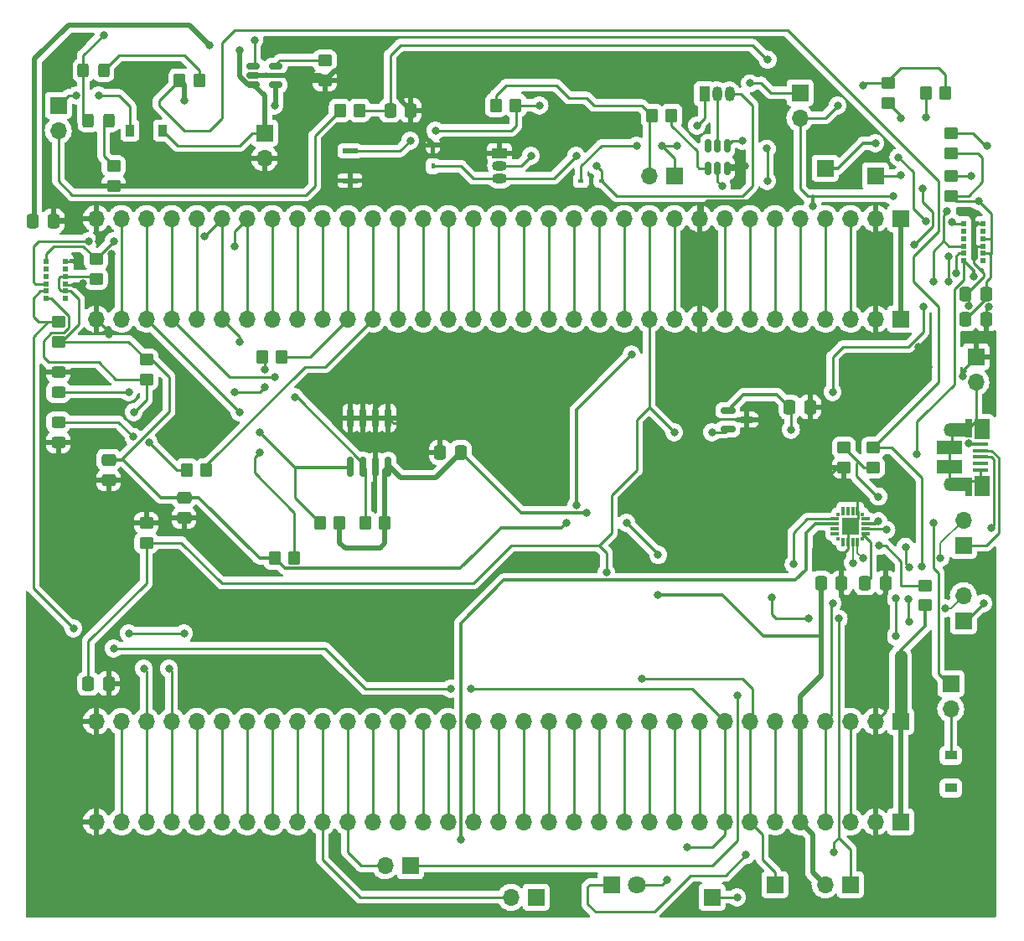
<source format=gbr>
%TF.GenerationSoftware,KiCad,Pcbnew,(6.0.4)*%
%TF.CreationDate,2022-04-22T00:13:30+02:00*%
%TF.ProjectId,main,6d61696e-2e6b-4696-9361-645f70636258,rev?*%
%TF.SameCoordinates,Original*%
%TF.FileFunction,Copper,L1,Top*%
%TF.FilePolarity,Positive*%
%FSLAX46Y46*%
G04 Gerber Fmt 4.6, Leading zero omitted, Abs format (unit mm)*
G04 Created by KiCad (PCBNEW (6.0.4)) date 2022-04-22 00:13:30*
%MOMM*%
%LPD*%
G01*
G04 APERTURE LIST*
G04 Aperture macros list*
%AMRoundRect*
0 Rectangle with rounded corners*
0 $1 Rounding radius*
0 $2 $3 $4 $5 $6 $7 $8 $9 X,Y pos of 4 corners*
0 Add a 4 corners polygon primitive as box body*
4,1,4,$2,$3,$4,$5,$6,$7,$8,$9,$2,$3,0*
0 Add four circle primitives for the rounded corners*
1,1,$1+$1,$2,$3*
1,1,$1+$1,$4,$5*
1,1,$1+$1,$6,$7*
1,1,$1+$1,$8,$9*
0 Add four rect primitives between the rounded corners*
20,1,$1+$1,$2,$3,$4,$5,0*
20,1,$1+$1,$4,$5,$6,$7,0*
20,1,$1+$1,$6,$7,$8,$9,0*
20,1,$1+$1,$8,$9,$2,$3,0*%
G04 Aperture macros list end*
%TA.AperFunction,SMDPad,CuDef*%
%ADD10RoundRect,0.250000X-0.350000X-0.450000X0.350000X-0.450000X0.350000X0.450000X-0.350000X0.450000X0*%
%TD*%
%TA.AperFunction,SMDPad,CuDef*%
%ADD11RoundRect,0.250000X-0.337500X-0.475000X0.337500X-0.475000X0.337500X0.475000X-0.337500X0.475000X0*%
%TD*%
%TA.AperFunction,SMDPad,CuDef*%
%ADD12RoundRect,0.250000X-0.450000X0.350000X-0.450000X-0.350000X0.450000X-0.350000X0.450000X0.350000X0*%
%TD*%
%TA.AperFunction,ComponentPad*%
%ADD13R,1.700000X1.700000*%
%TD*%
%TA.AperFunction,ComponentPad*%
%ADD14O,1.700000X1.700000*%
%TD*%
%TA.AperFunction,SMDPad,CuDef*%
%ADD15RoundRect,0.250000X0.337500X0.475000X-0.337500X0.475000X-0.337500X-0.475000X0.337500X-0.475000X0*%
%TD*%
%TA.AperFunction,SMDPad,CuDef*%
%ADD16RoundRect,0.150000X-0.512500X-0.150000X0.512500X-0.150000X0.512500X0.150000X-0.512500X0.150000X0*%
%TD*%
%TA.AperFunction,SMDPad,CuDef*%
%ADD17R,0.600000X0.550000*%
%TD*%
%TA.AperFunction,SMDPad,CuDef*%
%ADD18RoundRect,0.250000X0.450000X-0.350000X0.450000X0.350000X-0.450000X0.350000X-0.450000X-0.350000X0*%
%TD*%
%TA.AperFunction,SMDPad,CuDef*%
%ADD19RoundRect,0.250000X0.350000X0.450000X-0.350000X0.450000X-0.350000X-0.450000X0.350000X-0.450000X0*%
%TD*%
%TA.AperFunction,SMDPad,CuDef*%
%ADD20RoundRect,0.250000X-0.450000X0.325000X-0.450000X-0.325000X0.450000X-0.325000X0.450000X0.325000X0*%
%TD*%
%TA.AperFunction,SMDPad,CuDef*%
%ADD21RoundRect,0.250000X0.325000X0.450000X-0.325000X0.450000X-0.325000X-0.450000X0.325000X-0.450000X0*%
%TD*%
%TA.AperFunction,SMDPad,CuDef*%
%ADD22RoundRect,0.250000X-0.475000X0.337500X-0.475000X-0.337500X0.475000X-0.337500X0.475000X0.337500X0*%
%TD*%
%TA.AperFunction,SMDPad,CuDef*%
%ADD23R,1.650000X0.400000*%
%TD*%
%TA.AperFunction,SMDPad,CuDef*%
%ADD24R,2.500000X1.430000*%
%TD*%
%TA.AperFunction,SMDPad,CuDef*%
%ADD25R,2.000000X1.350000*%
%TD*%
%TA.AperFunction,ComponentPad*%
%ADD26O,1.500000X1.100000*%
%TD*%
%TA.AperFunction,SMDPad,CuDef*%
%ADD27R,0.700000X1.825000*%
%TD*%
%TA.AperFunction,ComponentPad*%
%ADD28O,1.700000X1.350000*%
%TD*%
%TA.AperFunction,SMDPad,CuDef*%
%ADD29R,1.500000X2.000000*%
%TD*%
%TA.AperFunction,ComponentPad*%
%ADD30R,1.500000X1.050000*%
%TD*%
%TA.AperFunction,ComponentPad*%
%ADD31O,1.500000X1.050000*%
%TD*%
%TA.AperFunction,SMDPad,CuDef*%
%ADD32RoundRect,0.250000X-0.325000X-0.450000X0.325000X-0.450000X0.325000X0.450000X-0.325000X0.450000X0*%
%TD*%
%TA.AperFunction,SMDPad,CuDef*%
%ADD33R,0.300000X0.300000*%
%TD*%
%TA.AperFunction,SMDPad,CuDef*%
%ADD34R,0.300000X0.900000*%
%TD*%
%TA.AperFunction,SMDPad,CuDef*%
%ADD35R,0.900000X0.300000*%
%TD*%
%TA.AperFunction,SMDPad,CuDef*%
%ADD36R,1.800000X1.800000*%
%TD*%
%TA.AperFunction,SMDPad,CuDef*%
%ADD37RoundRect,0.150000X0.150000X-0.512500X0.150000X0.512500X-0.150000X0.512500X-0.150000X-0.512500X0*%
%TD*%
%TA.AperFunction,ComponentPad*%
%ADD38R,1.800000X1.800000*%
%TD*%
%TA.AperFunction,ComponentPad*%
%ADD39C,1.800000*%
%TD*%
%TA.AperFunction,SMDPad,CuDef*%
%ADD40R,1.500000X0.500000*%
%TD*%
%TA.AperFunction,ComponentPad*%
%ADD41R,1.050000X1.500000*%
%TD*%
%TA.AperFunction,ComponentPad*%
%ADD42O,1.050000X1.500000*%
%TD*%
%TA.AperFunction,SMDPad,CuDef*%
%ADD43R,1.200000X0.900000*%
%TD*%
%TA.AperFunction,SMDPad,CuDef*%
%ADD44R,0.900000X1.200000*%
%TD*%
%TA.AperFunction,SMDPad,CuDef*%
%ADD45R,0.600000X0.450000*%
%TD*%
%TA.AperFunction,SMDPad,CuDef*%
%ADD46RoundRect,0.250000X0.450000X-0.325000X0.450000X0.325000X-0.450000X0.325000X-0.450000X-0.325000X0*%
%TD*%
%TA.AperFunction,SMDPad,CuDef*%
%ADD47RoundRect,0.150000X-0.150000X0.825000X-0.150000X-0.825000X0.150000X-0.825000X0.150000X0.825000X0*%
%TD*%
%TA.AperFunction,SMDPad,CuDef*%
%ADD48RoundRect,0.150000X-0.587500X-0.150000X0.587500X-0.150000X0.587500X0.150000X-0.587500X0.150000X0*%
%TD*%
%TA.AperFunction,SMDPad,CuDef*%
%ADD49R,0.450000X0.600000*%
%TD*%
%TA.AperFunction,ViaPad*%
%ADD50C,0.800000*%
%TD*%
%TA.AperFunction,Conductor*%
%ADD51C,0.250000*%
%TD*%
%TA.AperFunction,Conductor*%
%ADD52C,0.500000*%
%TD*%
%TA.AperFunction,Conductor*%
%ADD53C,0.300000*%
%TD*%
%TA.AperFunction,Conductor*%
%ADD54C,1.270000*%
%TD*%
%TA.AperFunction,Conductor*%
%ADD55C,0.200000*%
%TD*%
G04 APERTURE END LIST*
D10*
%TO.P,R18,1*%
%TO.N,/PB11*%
X161052000Y-110744000D03*
%TO.P,R18,2*%
%TO.N,+3V3*%
X163052000Y-110744000D03*
%TD*%
D11*
%TO.P,C8,1*%
%TO.N,Net-(C5-Pad1)*%
X226292500Y-90170000D03*
%TO.P,C8,2*%
%TO.N,GND*%
X228367500Y-90170000D03*
%TD*%
D12*
%TO.P,R6,1*%
%TO.N,/Power/Vbus*%
X216945000Y-103140000D03*
%TO.P,R6,2*%
%TO.N,Net-(R6-Pad2)*%
X216945000Y-105140000D03*
%TD*%
D10*
%TO.P,R3,1*%
%TO.N,Net-(JP8-Pad2)*%
X163068000Y-69088000D03*
%TO.P,R3,2*%
%TO.N,Net-(C3-Pad1)*%
X165068000Y-69088000D03*
%TD*%
D12*
%TO.P,R13,1*%
%TO.N,Net-(D6-Pad1)*%
X140208000Y-74692000D03*
%TO.P,R13,2*%
%TO.N,GND*%
X140208000Y-76692000D03*
%TD*%
%TO.P,R4,1*%
%TO.N,Net-(C5-Pad1)*%
X143510000Y-94250000D03*
%TO.P,R4,2*%
%TO.N,/PB7*%
X143510000Y-96250000D03*
%TD*%
D10*
%TO.P,R19,1*%
%TO.N,/PB10*%
X165624000Y-110744000D03*
%TO.P,R19,2*%
%TO.N,+3V3*%
X167624000Y-110744000D03*
%TD*%
D13*
%TO.P,JP4,1,A*%
%TO.N,Net-(JP4-Pad1)*%
X170185000Y-145415000D03*
D14*
%TO.P,JP4,2,B*%
%TO.N,/PA10*%
X167645000Y-145415000D03*
%TD*%
D13*
%TO.P,TP7,1,1*%
%TO.N,/PB8*%
X217170000Y-75692000D03*
%TD*%
D15*
%TO.P,C12,1*%
%TO.N,+3V3*%
X175281500Y-103632000D03*
%TO.P,C12,2*%
%TO.N,GND*%
X173206500Y-103632000D03*
%TD*%
D16*
%TO.P,U4,1,STAT*%
%TO.N,/Power/pin1*%
X154310500Y-64582000D03*
%TO.P,U4,2,VSS*%
%TO.N,GND*%
X154310500Y-65532000D03*
%TO.P,U4,3,VBAT*%
%TO.N,/Power/VoutBat*%
X154310500Y-66482000D03*
%TO.P,U4,4,VDD*%
%TO.N,/Power/Vbus*%
X156585500Y-66482000D03*
%TO.P,U4,5,PROG*%
%TO.N,Net-(R23-Pad1)*%
X156585500Y-64582000D03*
%TD*%
D11*
%TO.P,C1,1*%
%TO.N,Net-(C1-Pad1)*%
X208512500Y-99060000D03*
%TO.P,C1,2*%
%TO.N,GND*%
X210587500Y-99060000D03*
%TD*%
%TO.P,C7,1*%
%TO.N,GND*%
X226292500Y-87630000D03*
%TO.P,C7,2*%
%TO.N,Net-(C5-Pad1)*%
X228367500Y-87630000D03*
%TD*%
D17*
%TO.P,U6,1,GPIO1*%
%TO.N,/PB15*%
X226060000Y-80530000D03*
%TO.P,U6,2,NC*%
%TO.N,unconnected-(U6-Pad2)*%
X226060000Y-81280000D03*
%TO.P,U6,3,NC*%
%TO.N,unconnected-(U6-Pad3)*%
X226060000Y-82030000D03*
%TO.P,U6,4,GPIO0*%
%TO.N,/PB14*%
X226060000Y-82780000D03*
%TO.P,U6,5,SCL*%
%TO.N,/PB8*%
X226060000Y-83530000D03*
%TO.P,U6,6,SDA*%
%TO.N,/PB9*%
X226060000Y-84280000D03*
%TO.P,U6,7,NC*%
%TO.N,unconnected-(U6-Pad7)*%
X228060000Y-84280000D03*
%TO.P,U6,8,AVDD_VCSEL*%
%TO.N,Net-(C5-Pad1)*%
X228060000Y-83530000D03*
%TO.P,U6,9,AVSS_VCSEL*%
%TO.N,GND*%
X228060000Y-82780000D03*
%TO.P,U6,10,AVDD*%
%TO.N,Net-(C5-Pad1)*%
X228060000Y-82030000D03*
%TO.P,U6,11,NC*%
%TO.N,unconnected-(U6-Pad11)*%
X228060000Y-81280000D03*
%TO.P,U6,12,GND*%
%TO.N,GND*%
X228060000Y-80530000D03*
%TD*%
D13*
%TO.P,TP11,1,1*%
%TO.N,/PB9*%
X212090000Y-74930000D03*
%TD*%
D11*
%TO.P,C10,1*%
%TO.N,+3V3*%
X211687500Y-116840000D03*
%TO.P,C10,2*%
%TO.N,GND*%
X213762500Y-116840000D03*
%TD*%
D18*
%TO.P,R11,1*%
%TO.N,Net-(C5-Pad1)*%
X224790000Y-77708000D03*
%TO.P,R11,2*%
%TO.N,/PB8*%
X224790000Y-75708000D03*
%TD*%
D13*
%TO.P,JP11,1,A*%
%TO.N,Net-(JP11-Pad1)*%
X182880000Y-148590000D03*
D14*
%TO.P,JP11,2,B*%
%TO.N,/PA9*%
X180340000Y-148590000D03*
%TD*%
D13*
%TO.P,TP9,1,1*%
%TO.N,/PB6*%
X200660000Y-148590000D03*
%TD*%
D19*
%TO.P,R12,1*%
%TO.N,Net-(D5-Pad2)*%
X148844000Y-66040000D03*
%TO.P,R12,2*%
%TO.N,/Power/Vbus*%
X146844000Y-66040000D03*
%TD*%
D12*
%TO.P,R8,1*%
%TO.N,Net-(R6-Pad2)*%
X213995000Y-103140000D03*
%TO.P,R8,2*%
%TO.N,GND*%
X213995000Y-105140000D03*
%TD*%
D10*
%TO.P,R7,1*%
%TO.N,Net-(C5-Pad1)*%
X156480000Y-114300000D03*
%TO.P,R7,2*%
%TO.N,/PB1*%
X158480000Y-114300000D03*
%TD*%
D13*
%TO.P,JP9,1,A*%
%TO.N,Net-(D12-Pad2)*%
X196855000Y-75692000D03*
D14*
%TO.P,JP9,2,B*%
%TO.N,/Power/P-*%
X194315000Y-75692000D03*
%TD*%
D20*
%TO.P,D8,1,K*%
%TO.N,GND*%
X134620000Y-95495000D03*
%TO.P,D8,2,A*%
%TO.N,Net-(D8-Pad2)*%
X134620000Y-97545000D03*
%TD*%
D21*
%TO.P,D6,1,K*%
%TO.N,Net-(D6-Pad1)*%
X139709000Y-70104000D03*
%TO.P,D6,2,A*%
%TO.N,/Power/pin1*%
X137659000Y-70104000D03*
%TD*%
D17*
%TO.P,U3,1,GPIO1*%
%TO.N,/PB0*%
X133350000Y-84340000D03*
%TO.P,U3,2,NC*%
%TO.N,unconnected-(U3-Pad2)*%
X133350000Y-85090000D03*
%TO.P,U3,3,NC*%
%TO.N,unconnected-(U3-Pad3)*%
X133350000Y-85840000D03*
%TO.P,U3,4,GPIO0*%
%TO.N,/PB1*%
X133350000Y-86590000D03*
%TO.P,U3,5,SCL*%
%TO.N,/PB6*%
X133350000Y-87340000D03*
%TO.P,U3,6,SDA*%
%TO.N,/PB7*%
X133350000Y-88090000D03*
%TO.P,U3,7,NC*%
%TO.N,unconnected-(U3-Pad7)*%
X135350000Y-88090000D03*
%TO.P,U3,8,AVDD_VCSEL*%
%TO.N,Net-(C5-Pad1)*%
X135350000Y-87340000D03*
%TO.P,U3,9,AVSS_VCSEL*%
%TO.N,GND*%
X135350000Y-86590000D03*
%TO.P,U3,10,AVDD*%
%TO.N,Net-(C5-Pad1)*%
X135350000Y-85840000D03*
%TO.P,U3,11,NC*%
%TO.N,unconnected-(U3-Pad11)*%
X135350000Y-85090000D03*
%TO.P,U3,12,GND*%
%TO.N,GND*%
X135350000Y-84340000D03*
%TD*%
D13*
%TO.P,TP8,1,1*%
%TO.N,/PB7*%
X207010000Y-147320000D03*
%TD*%
%TO.P,J2,1,Pin_1*%
%TO.N,+3V0*%
X219710000Y-90170000D03*
D14*
%TO.P,J2,2,Pin_2*%
%TO.N,GND*%
X217170000Y-90170000D03*
%TO.P,J2,3,Pin_3*%
%TO.N,/VBAT*%
X214630000Y-90170000D03*
%TO.P,J2,4,Pin_4*%
%TO.N,/PC13*%
X212090000Y-90170000D03*
%TO.P,J2,5,Pin_5*%
%TO.N,/PC14*%
X209550000Y-90170000D03*
%TO.P,J2,6,Pin_6*%
%TO.N,/PC15*%
X207010000Y-90170000D03*
%TO.P,J2,7,Pin_7*%
%TO.N,/PF0*%
X204470000Y-90170000D03*
%TO.P,J2,8,Pin_8*%
%TO.N,/PF1*%
X201930000Y-90170000D03*
%TO.P,J2,9,Pin_9*%
%TO.N,GND*%
X199390000Y-90170000D03*
%TO.P,J2,10,Pin_10*%
%TO.N,/NRST*%
X196850000Y-90170000D03*
%TO.P,J2,11,Pin_11*%
%TO.N,/PC0*%
X194310000Y-90170000D03*
%TO.P,J2,12,Pin_12*%
%TO.N,/PC1*%
X191770000Y-90170000D03*
%TO.P,J2,13,Pin_13*%
%TO.N,/PC2*%
X189230000Y-90170000D03*
%TO.P,J2,14,Pin_14*%
%TO.N,/PC3*%
X186690000Y-90170000D03*
%TO.P,J2,15,Pin_15*%
%TO.N,/PA0*%
X184150000Y-90170000D03*
%TO.P,J2,16,Pin_16*%
%TO.N,/PA1*%
X181610000Y-90170000D03*
%TO.P,J2,17,Pin_17*%
%TO.N,/PA2*%
X179070000Y-90170000D03*
%TO.P,J2,18,Pin_18*%
%TO.N,/PA3*%
X176530000Y-90170000D03*
%TO.P,J2,19,Pin_19*%
%TO.N,/PF4*%
X173990000Y-90170000D03*
%TO.P,J2,20,Pin_20*%
%TO.N,/PF5*%
X171450000Y-90170000D03*
%TO.P,J2,21,Pin_21*%
%TO.N,/PA4*%
X168910000Y-90170000D03*
%TO.P,J2,22,Pin_22*%
%TO.N,/PA5*%
X166370000Y-90170000D03*
%TO.P,J2,23,Pin_23*%
%TO.N,/PA6*%
X163830000Y-90170000D03*
%TO.P,J2,24,Pin_24*%
%TO.N,/PA7*%
X161290000Y-90170000D03*
%TO.P,J2,25,Pin_25*%
%TO.N,/PC4*%
X158750000Y-90170000D03*
%TO.P,J2,26,Pin_26*%
%TO.N,/PC5*%
X156210000Y-90170000D03*
%TO.P,J2,27,Pin_27*%
%TO.N,/PB0*%
X153670000Y-90170000D03*
%TO.P,J2,28,Pin_28*%
%TO.N,/PB1*%
X151130000Y-90170000D03*
%TO.P,J2,29,Pin_29*%
%TO.N,/PB2*%
X148590000Y-90170000D03*
%TO.P,J2,30,Pin_30*%
%TO.N,/PB10*%
X146050000Y-90170000D03*
%TO.P,J2,31,Pin_31*%
%TO.N,/PB11*%
X143510000Y-90170000D03*
%TO.P,J2,32,Pin_32*%
%TO.N,/PB12*%
X140970000Y-90170000D03*
%TO.P,J2,33,Pin_33*%
%TO.N,GND*%
X138430000Y-90170000D03*
%TD*%
D18*
%TO.P,R5,1*%
%TO.N,Net-(C5-Pad1)*%
X134620000Y-92440000D03*
%TO.P,R5,2*%
%TO.N,/PB6*%
X134620000Y-90440000D03*
%TD*%
D13*
%TO.P,JP2,1,A*%
%TO.N,Net-(C1-Pad1)*%
X214630000Y-147320000D03*
D14*
%TO.P,JP2,2,B*%
%TO.N,+3V3*%
X212090000Y-147320000D03*
%TD*%
D13*
%TO.P,JP5,1,A*%
%TO.N,Net-(J5-Pad3)*%
X226060000Y-120650000D03*
D14*
%TO.P,JP5,2,B*%
%TO.N,/Power/USB_DP*%
X226060000Y-118110000D03*
%TD*%
D18*
%TO.P,R22,1*%
%TO.N,+5V*%
X222199200Y-119094000D03*
%TO.P,R22,2*%
%TO.N,Net-(R22-Pad2)*%
X222199200Y-117094000D03*
%TD*%
D22*
%TO.P,C6,1*%
%TO.N,Net-(C5-Pad1)*%
X147320000Y-108182500D03*
%TO.P,C6,2*%
%TO.N,GND*%
X147320000Y-110257500D03*
%TD*%
D10*
%TO.P,R1,1*%
%TO.N,/Power/P-*%
X178832000Y-68580000D03*
%TO.P,R1,2*%
%TO.N,/Power/3.3VDD*%
X180832000Y-68580000D03*
%TD*%
%TO.P,R2,1*%
%TO.N,/Power/P-*%
X194580000Y-69596000D03*
%TO.P,R2,2*%
%TO.N,Net-(U1-Pad1)*%
X196580000Y-69596000D03*
%TD*%
D18*
%TO.P,R9,1*%
%TO.N,Net-(C5-Pad1)*%
X138430000Y-86090000D03*
%TO.P,R9,2*%
%TO.N,/PB0*%
X138430000Y-84090000D03*
%TD*%
%TO.P,R24,1*%
%TO.N,/PC0*%
X143510000Y-112760000D03*
%TO.P,R24,2*%
%TO.N,GND*%
X143510000Y-110760000D03*
%TD*%
D23*
%TO.P,J5,1,VBUS*%
%TO.N,Net-(J5-Pad1)*%
X227825000Y-102815000D03*
%TO.P,J5,2,D-*%
%TO.N,Net-(J5-Pad2)*%
X227825000Y-103465000D03*
%TO.P,J5,3,D+*%
%TO.N,Net-(J5-Pad3)*%
X227825000Y-104115000D03*
%TO.P,J5,4,ID*%
%TO.N,unconnected-(J5-Pad4)*%
X227825000Y-104765000D03*
%TO.P,J5,5,GND*%
%TO.N,Net-(J5-Pad5)*%
X227825000Y-105415000D03*
D24*
%TO.P,J5,6,Shield*%
X224675000Y-103155000D03*
D25*
X225875000Y-106865000D03*
D26*
X227945000Y-106535000D03*
D27*
X226625000Y-101165000D03*
D28*
X224945000Y-106845000D03*
D24*
X224675000Y-105075000D03*
D29*
X227925000Y-101265000D03*
D26*
X227945000Y-101695000D03*
D28*
X224945000Y-101385000D03*
D25*
X225875000Y-101385000D03*
D27*
X226625000Y-107115000D03*
D29*
X227945000Y-107015000D03*
%TD*%
D10*
%TO.P,R15,1*%
%TO.N,Net-(D9-Pad2)*%
X147590000Y-105410000D03*
%TO.P,R15,2*%
%TO.N,/PA5*%
X149590000Y-105410000D03*
%TD*%
D13*
%TO.P,J1,1,Pin_1*%
%TO.N,+3V0*%
X219710000Y-80010000D03*
D14*
%TO.P,J1,2,Pin_2*%
%TO.N,GND*%
X217170000Y-80010000D03*
%TO.P,J1,3,Pin_3*%
%TO.N,/VBAT*%
X214630000Y-80010000D03*
%TO.P,J1,4,Pin_4*%
%TO.N,/PC13*%
X212090000Y-80010000D03*
%TO.P,J1,5,Pin_5*%
%TO.N,/PC14*%
X209550000Y-80010000D03*
%TO.P,J1,6,Pin_6*%
%TO.N,/PC15*%
X207010000Y-80010000D03*
%TO.P,J1,7,Pin_7*%
%TO.N,/PF0*%
X204470000Y-80010000D03*
%TO.P,J1,8,Pin_8*%
%TO.N,/PF1*%
X201930000Y-80010000D03*
%TO.P,J1,9,Pin_9*%
%TO.N,GND*%
X199390000Y-80010000D03*
%TO.P,J1,10,Pin_10*%
%TO.N,/NRST*%
X196850000Y-80010000D03*
%TO.P,J1,11,Pin_11*%
%TO.N,/PC0*%
X194310000Y-80010000D03*
%TO.P,J1,12,Pin_12*%
%TO.N,/PC1*%
X191770000Y-80010000D03*
%TO.P,J1,13,Pin_13*%
%TO.N,/PC2*%
X189230000Y-80010000D03*
%TO.P,J1,14,Pin_14*%
%TO.N,/PC3*%
X186690000Y-80010000D03*
%TO.P,J1,15,Pin_15*%
%TO.N,/PA0*%
X184150000Y-80010000D03*
%TO.P,J1,16,Pin_16*%
%TO.N,/PA1*%
X181610000Y-80010000D03*
%TO.P,J1,17,Pin_17*%
%TO.N,/PA2*%
X179070000Y-80010000D03*
%TO.P,J1,18,Pin_18*%
%TO.N,/PA3*%
X176530000Y-80010000D03*
%TO.P,J1,19,Pin_19*%
%TO.N,/PF4*%
X173990000Y-80010000D03*
%TO.P,J1,20,Pin_20*%
%TO.N,/PF5*%
X171450000Y-80010000D03*
%TO.P,J1,21,Pin_21*%
%TO.N,/PA4*%
X168910000Y-80010000D03*
%TO.P,J1,22,Pin_22*%
%TO.N,/PA5*%
X166370000Y-80010000D03*
%TO.P,J1,23,Pin_23*%
%TO.N,/PA6*%
X163830000Y-80010000D03*
%TO.P,J1,24,Pin_24*%
%TO.N,/PA7*%
X161290000Y-80010000D03*
%TO.P,J1,25,Pin_25*%
%TO.N,/PC4*%
X158750000Y-80010000D03*
%TO.P,J1,26,Pin_26*%
%TO.N,/PC5*%
X156210000Y-80010000D03*
%TO.P,J1,27,Pin_27*%
%TO.N,/PB0*%
X153670000Y-80010000D03*
%TO.P,J1,28,Pin_28*%
%TO.N,/PB1*%
X151130000Y-80010000D03*
%TO.P,J1,29,Pin_29*%
%TO.N,/PB2*%
X148590000Y-80010000D03*
%TO.P,J1,30,Pin_30*%
%TO.N,/PB10*%
X146050000Y-80010000D03*
%TO.P,J1,31,Pin_31*%
%TO.N,/PB11*%
X143510000Y-80010000D03*
%TO.P,J1,32,Pin_32*%
%TO.N,/PB12*%
X140970000Y-80010000D03*
%TO.P,J1,33,Pin_33*%
%TO.N,GND*%
X138430000Y-80010000D03*
%TD*%
D18*
%TO.P,R20,1*%
%TO.N,Net-(C5-Pad1)*%
X224790000Y-73390000D03*
%TO.P,R20,2*%
%TO.N,/PB14*%
X224790000Y-71390000D03*
%TD*%
D30*
%TO.P,Q1,1,S*%
%TO.N,GND*%
X179213000Y-73406000D03*
D31*
%TO.P,Q1,2,G*%
%TO.N,Net-(Q1-Pad2)*%
X179213000Y-74676000D03*
%TO.P,Q1,3,D*%
%TO.N,Net-(D12-Pad1)*%
X179213000Y-75946000D03*
%TD*%
D13*
%TO.P,JP7,1,A*%
%TO.N,Net-(J5-Pad1)*%
X224790000Y-127000000D03*
D14*
%TO.P,JP7,2,B*%
%TO.N,Net-(D13-Pad2)*%
X224790000Y-129540000D03*
%TD*%
D12*
%TO.P,R23,1*%
%TO.N,Net-(R23-Pad1)*%
X161544000Y-64040000D03*
%TO.P,R23,2*%
%TO.N,GND*%
X161544000Y-66040000D03*
%TD*%
D13*
%TO.P,JP6,1,A*%
%TO.N,Net-(J5-Pad2)*%
X226060000Y-113030000D03*
D14*
%TO.P,JP6,2,B*%
%TO.N,/Power/USB_DN*%
X226060000Y-110490000D03*
%TD*%
D32*
%TO.P,D5,1,K*%
%TO.N,/Power/pin1*%
X137151000Y-65024000D03*
%TO.P,D5,2,A*%
%TO.N,Net-(D5-Pad2)*%
X139201000Y-65024000D03*
%TD*%
D33*
%TO.P,U7,1,RS485/GPIO.1*%
%TO.N,unconnected-(U7-Pad1)*%
X213380000Y-112375000D03*
D34*
%TO.P,U7,2,CLK/GPIO.0*%
%TO.N,unconnected-(U7-Pad2)*%
X213880000Y-112675000D03*
%TO.P,U7,3,GND*%
%TO.N,GND*%
X214380000Y-112675000D03*
%TO.P,U7,4,D+*%
%TO.N,/Power/USB_DP*%
X214880000Y-112675000D03*
%TO.P,U7,5,D-*%
%TO.N,/Power/USB_DN*%
X215380000Y-112675000D03*
D33*
%TO.P,U7,6,VDD*%
%TO.N,Net-(C9-Pad1)*%
X215880000Y-112375000D03*
D35*
%TO.P,U7,7,VREGIN*%
X216180000Y-111875000D03*
%TO.P,U7,8,VBUS*%
%TO.N,Net-(R6-Pad2)*%
X216180000Y-111375000D03*
%TO.P,U7,9,~{RST}*%
%TO.N,Net-(R22-Pad2)*%
X216180000Y-110875000D03*
%TO.P,U7,10,NC*%
%TO.N,unconnected-(U7-Pad10)*%
X216180000Y-110375000D03*
D33*
%TO.P,U7,11,~{SUSPEND}*%
%TO.N,unconnected-(U7-Pad11)*%
X215880000Y-109875000D03*
D34*
%TO.P,U7,12,GND*%
%TO.N,GND*%
X215380000Y-109575000D03*
%TO.P,U7,13,~{WAKEUP}*%
%TO.N,unconnected-(U7-Pad13)*%
X214880000Y-109575000D03*
%TO.P,U7,14,SUSPEND*%
%TO.N,unconnected-(U7-Pad14)*%
X214380000Y-109575000D03*
%TO.P,U7,15,~{CTS}*%
%TO.N,unconnected-(U7-Pad15)*%
X213880000Y-109575000D03*
D33*
%TO.P,U7,16,~{RTS}*%
%TO.N,unconnected-(U7-Pad16)*%
X213380000Y-109875000D03*
D35*
%TO.P,U7,17,RXD*%
%TO.N,Net-(JP4-Pad1)*%
X213080000Y-110375000D03*
%TO.P,U7,18,TXD*%
%TO.N,Net-(JP11-Pad1)*%
X213080000Y-110875000D03*
%TO.P,U7,19,~{RXT}/GPIO.3*%
%TO.N,unconnected-(U7-Pad19)*%
X213080000Y-111375000D03*
%TO.P,U7,20,~{TXT}/GPIO.2*%
%TO.N,unconnected-(U7-Pad20)*%
X213080000Y-111875000D03*
D36*
%TO.P,U7,21,GND*%
%TO.N,GND*%
X214630000Y-111125000D03*
%TD*%
D19*
%TO.P,R21,1*%
%TO.N,Net-(C5-Pad1)*%
X224250000Y-67310000D03*
%TO.P,R21,2*%
%TO.N,/PB15*%
X222250000Y-67310000D03*
%TD*%
D37*
%TO.P,U1,1,VM*%
%TO.N,Net-(U1-Pad1)*%
X200284000Y-74919000D03*
%TO.P,U1,2,VDD*%
%TO.N,Net-(C3-Pad1)*%
X201234000Y-74919000D03*
%TO.P,U1,3,VSS*%
%TO.N,GND*%
X202184000Y-74919000D03*
%TO.P,U1,4,DO*%
%TO.N,Net-(Q1-Pad2)*%
X202184000Y-72644000D03*
%TO.P,U1,5,CO*%
%TO.N,Net-(Q2-Pad2)*%
X201234000Y-72644000D03*
%TO.P,U1,6*%
%TO.N,N/C*%
X200284000Y-72644000D03*
%TD*%
D38*
%TO.P,Q3,1,C*%
%TO.N,Net-(C1-Pad1)*%
X190500000Y-147320000D03*
D39*
%TO.P,Q3,2,E*%
%TO.N,/PC0*%
X193040000Y-147320000D03*
%TD*%
D40*
%TO.P,D4,1,K*%
%TO.N,/Power/3.3VDD*%
X164084000Y-73176000D03*
%TO.P,D4,2,A*%
%TO.N,GND*%
X164084000Y-76176000D03*
%TD*%
D41*
%TO.P,Q2,1,S*%
%TO.N,Net-(D12-Pad2)*%
X199898000Y-67416000D03*
D42*
%TO.P,Q2,2,G*%
%TO.N,Net-(Q2-Pad2)*%
X201168000Y-67416000D03*
%TO.P,Q2,3,D*%
%TO.N,Net-(D12-Pad1)*%
X202438000Y-67416000D03*
%TD*%
D43*
%TO.P,D13,1,K*%
%TO.N,/Power/Vbus*%
X224790000Y-137540000D03*
%TO.P,D13,2,A*%
%TO.N,Net-(D13-Pad2)*%
X224790000Y-134240000D03*
%TD*%
D13*
%TO.P,J4,1,Pin_1*%
%TO.N,+5V*%
X219710000Y-140970000D03*
D14*
%TO.P,J4,2,Pin_2*%
%TO.N,GND*%
X217170000Y-140970000D03*
%TO.P,J4,3,Pin_3*%
%TO.N,/PB9*%
X214630000Y-140970000D03*
%TO.P,J4,4,Pin_4*%
%TO.N,/PB8*%
X212090000Y-140970000D03*
%TO.P,J4,5,Pin_5*%
%TO.N,+3V3*%
X209550000Y-140970000D03*
%TO.P,J4,6,Pin_6*%
%TO.N,/BOOT*%
X207010000Y-140970000D03*
%TO.P,J4,7,Pin_7*%
%TO.N,/PB7*%
X204470000Y-140970000D03*
%TO.P,J4,8,Pin_8*%
%TO.N,/PB6*%
X201930000Y-140970000D03*
%TO.P,J4,9,Pin_9*%
%TO.N,/PB5*%
X199390000Y-140970000D03*
%TO.P,J4,10,Pin_10*%
%TO.N,/PB4*%
X196850000Y-140970000D03*
%TO.P,J4,11,Pin_11*%
%TO.N,/PB3*%
X194310000Y-140970000D03*
%TO.P,J4,12,Pin_12*%
%TO.N,/PD2*%
X191770000Y-140970000D03*
%TO.P,J4,13,Pin_13*%
%TO.N,/PC12*%
X189230000Y-140970000D03*
%TO.P,J4,14,Pin_14*%
%TO.N,/PC11*%
X186690000Y-140970000D03*
%TO.P,J4,15,Pin_15*%
%TO.N,/PC10*%
X184150000Y-140970000D03*
%TO.P,J4,16,Pin_16*%
%TO.N,/PA15*%
X181610000Y-140970000D03*
%TO.P,J4,17,Pin_17*%
%TO.N,/PA14*%
X179070000Y-140970000D03*
%TO.P,J4,18,Pin_18*%
%TO.N,/PF7*%
X176530000Y-140970000D03*
%TO.P,J4,19,Pin_19*%
%TO.N,/PF6*%
X173990000Y-140970000D03*
%TO.P,J4,20,Pin_20*%
%TO.N,/PA13*%
X171450000Y-140970000D03*
%TO.P,J4,21,Pin_21*%
%TO.N,/PA12*%
X168910000Y-140970000D03*
%TO.P,J4,22,Pin_22*%
%TO.N,/PA11*%
X166370000Y-140970000D03*
%TO.P,J4,23,Pin_23*%
%TO.N,/PA10*%
X163830000Y-140970000D03*
%TO.P,J4,24,Pin_24*%
%TO.N,/PA9*%
X161290000Y-140970000D03*
%TO.P,J4,25,Pin_25*%
%TO.N,/PA8*%
X158750000Y-140970000D03*
%TO.P,J4,26,Pin_26*%
%TO.N,/PC9*%
X156210000Y-140970000D03*
%TO.P,J4,27,Pin_27*%
%TO.N,/PC8*%
X153670000Y-140970000D03*
%TO.P,J4,28,Pin_28*%
%TO.N,/PC7*%
X151130000Y-140970000D03*
%TO.P,J4,29,Pin_29*%
%TO.N,/PC6*%
X148590000Y-140970000D03*
%TO.P,J4,30,Pin_30*%
%TO.N,/PB15*%
X146050000Y-140970000D03*
%TO.P,J4,31,Pin_31*%
%TO.N,/PB14*%
X143510000Y-140970000D03*
%TO.P,J4,32,Pin_32*%
%TO.N,/PB13*%
X140970000Y-140970000D03*
%TO.P,J4,33,Pin_33*%
%TO.N,GND*%
X138430000Y-140970000D03*
%TD*%
D10*
%TO.P,R14,1*%
%TO.N,Net-(D8-Pad2)*%
X155210000Y-93980000D03*
%TO.P,R14,2*%
%TO.N,/PA6*%
X157210000Y-93980000D03*
%TD*%
D11*
%TO.P,C4,1*%
%TO.N,/Power/VoutBat*%
X132058500Y-80264000D03*
%TO.P,C4,2*%
%TO.N,GND*%
X134133500Y-80264000D03*
%TD*%
D13*
%TO.P,JP1,1,A*%
%TO.N,/Power/3.3VDD*%
X209550000Y-67310000D03*
D14*
%TO.P,JP1,2,B*%
%TO.N,Net-(C5-Pad1)*%
X209550000Y-69850000D03*
%TD*%
D13*
%TO.P,JP8,1,A*%
%TO.N,/Power/VoutPol*%
X134620000Y-68580000D03*
D14*
%TO.P,JP8,2,B*%
%TO.N,Net-(JP8-Pad2)*%
X134620000Y-71120000D03*
%TD*%
D44*
%TO.P,D1,1,K*%
%TO.N,/Power/VoutPol*%
X141860000Y-71120000D03*
%TO.P,D1,2,A*%
%TO.N,/Power/VoutBat*%
X145160000Y-71120000D03*
%TD*%
D13*
%TO.P,JP3,1,A*%
%TO.N,GND*%
X227330000Y-93980000D03*
D14*
%TO.P,JP3,2,B*%
%TO.N,Net-(J5-Pad5)*%
X227330000Y-96520000D03*
%TD*%
D13*
%TO.P,J3,1,Pin_1*%
%TO.N,+5V*%
X219710000Y-130810000D03*
D14*
%TO.P,J3,2,Pin_2*%
%TO.N,GND*%
X217170000Y-130810000D03*
%TO.P,J3,3,Pin_3*%
%TO.N,/PB9*%
X214630000Y-130810000D03*
%TO.P,J3,4,Pin_4*%
%TO.N,/PB8*%
X212090000Y-130810000D03*
%TO.P,J3,5,Pin_5*%
%TO.N,+3V3*%
X209550000Y-130810000D03*
%TO.P,J3,6,Pin_6*%
%TO.N,/BOOT*%
X207010000Y-130810000D03*
%TO.P,J3,7,Pin_7*%
%TO.N,/PB7*%
X204470000Y-130810000D03*
%TO.P,J3,8,Pin_8*%
%TO.N,/PB6*%
X201930000Y-130810000D03*
%TO.P,J3,9,Pin_9*%
%TO.N,/PB5*%
X199390000Y-130810000D03*
%TO.P,J3,10,Pin_10*%
%TO.N,/PB4*%
X196850000Y-130810000D03*
%TO.P,J3,11,Pin_11*%
%TO.N,/PB3*%
X194310000Y-130810000D03*
%TO.P,J3,12,Pin_12*%
%TO.N,/PD2*%
X191770000Y-130810000D03*
%TO.P,J3,13,Pin_13*%
%TO.N,/PC12*%
X189230000Y-130810000D03*
%TO.P,J3,14,Pin_14*%
%TO.N,/PC11*%
X186690000Y-130810000D03*
%TO.P,J3,15,Pin_15*%
%TO.N,/PC10*%
X184150000Y-130810000D03*
%TO.P,J3,16,Pin_16*%
%TO.N,/PA15*%
X181610000Y-130810000D03*
%TO.P,J3,17,Pin_17*%
%TO.N,/PA14*%
X179070000Y-130810000D03*
%TO.P,J3,18,Pin_18*%
%TO.N,/PF7*%
X176530000Y-130810000D03*
%TO.P,J3,19,Pin_19*%
%TO.N,/PF6*%
X173990000Y-130810000D03*
%TO.P,J3,20,Pin_20*%
%TO.N,/PA13*%
X171450000Y-130810000D03*
%TO.P,J3,21,Pin_21*%
%TO.N,/PA12*%
X168910000Y-130810000D03*
%TO.P,J3,22,Pin_22*%
%TO.N,/PA11*%
X166370000Y-130810000D03*
%TO.P,J3,23,Pin_23*%
%TO.N,/PA10*%
X163830000Y-130810000D03*
%TO.P,J3,24,Pin_24*%
%TO.N,/PA9*%
X161290000Y-130810000D03*
%TO.P,J3,25,Pin_25*%
%TO.N,/PA8*%
X158750000Y-130810000D03*
%TO.P,J3,26,Pin_26*%
%TO.N,/PC9*%
X156210000Y-130810000D03*
%TO.P,J3,27,Pin_27*%
%TO.N,/PC8*%
X153670000Y-130810000D03*
%TO.P,J3,28,Pin_28*%
%TO.N,/PC7*%
X151130000Y-130810000D03*
%TO.P,J3,29,Pin_29*%
%TO.N,/PC6*%
X148590000Y-130810000D03*
%TO.P,J3,30,Pin_30*%
%TO.N,/PB15*%
X146050000Y-130810000D03*
%TO.P,J3,31,Pin_31*%
%TO.N,/PB14*%
X143510000Y-130810000D03*
%TO.P,J3,32,Pin_32*%
%TO.N,/PB13*%
X140970000Y-130810000D03*
%TO.P,J3,33,Pin_33*%
%TO.N,GND*%
X138430000Y-130810000D03*
%TD*%
D12*
%TO.P,R10,1*%
%TO.N,Net-(C5-Pad1)*%
X218440000Y-66310000D03*
%TO.P,R10,2*%
%TO.N,/PB9*%
X218440000Y-68310000D03*
%TD*%
D45*
%TO.P,D12,1,K*%
%TO.N,Net-(D12-Pad1)*%
X189518000Y-76200000D03*
%TO.P,D12,2,A*%
%TO.N,Net-(D12-Pad2)*%
X187418000Y-76200000D03*
%TD*%
D11*
%TO.P,C2,1*%
%TO.N,/PC0*%
X137625000Y-127000000D03*
%TO.P,C2,2*%
%TO.N,GND*%
X139700000Y-127000000D03*
%TD*%
D46*
%TO.P,D9,1,K*%
%TO.N,GND*%
X134620000Y-102625000D03*
%TO.P,D9,2,A*%
%TO.N,Net-(D9-Pad2)*%
X134620000Y-100575000D03*
%TD*%
D11*
%TO.P,C3,1*%
%TO.N,Net-(C3-Pad1)*%
X168148000Y-69088000D03*
%TO.P,C3,2*%
%TO.N,GND*%
X170223000Y-69088000D03*
%TD*%
D47*
%TO.P,U5,1,A0*%
%TO.N,GND*%
X167956000Y-100141000D03*
%TO.P,U5,2,A1*%
X166686000Y-100141000D03*
%TO.P,U5,3,A2*%
X165416000Y-100141000D03*
%TO.P,U5,4,GND*%
X164146000Y-100141000D03*
%TO.P,U5,5,SDA*%
%TO.N,/PB11*%
X164146000Y-105091000D03*
%TO.P,U5,6,SCL*%
%TO.N,/PB10*%
X165416000Y-105091000D03*
%TO.P,U5,7,WP*%
%TO.N,GND*%
X166686000Y-105091000D03*
%TO.P,U5,8,VCC*%
%TO.N,+3V3*%
X167956000Y-105091000D03*
%TD*%
D11*
%TO.P,C9,1*%
%TO.N,Net-(C9-Pad1)*%
X216132500Y-116840000D03*
%TO.P,C9,2*%
%TO.N,GND*%
X218207500Y-116840000D03*
%TD*%
D13*
%TO.P,JP10,1,A*%
%TO.N,/Power/VoutBat*%
X155448000Y-71369000D03*
D14*
%TO.P,JP10,2,B*%
%TO.N,GND*%
X155448000Y-73909000D03*
%TD*%
D48*
%TO.P,U2,1,Vdd*%
%TO.N,Net-(C1-Pad1)*%
X202262500Y-99380000D03*
%TO.P,U2,2,Vout*%
%TO.N,/PC0*%
X202262500Y-101280000D03*
%TO.P,U2,3,GND*%
%TO.N,GND*%
X204137500Y-100330000D03*
%TD*%
D49*
%TO.P,D7,1,K*%
%TO.N,Net-(D12-Pad1)*%
X172461000Y-74710000D03*
%TO.P,D7,2,A*%
%TO.N,GND*%
X172461000Y-72610000D03*
%TD*%
D22*
%TO.P,C5,1*%
%TO.N,Net-(C5-Pad1)*%
X139700000Y-104372500D03*
%TO.P,C5,2*%
%TO.N,GND*%
X139700000Y-106447500D03*
%TD*%
D50*
%TO.N,GND*%
X166624000Y-65024000D03*
X222508299Y-95000299D03*
X139700000Y-91715500D03*
X137668000Y-95504000D03*
X220472000Y-95795500D03*
X173228000Y-100685600D03*
X220980000Y-97536000D03*
X207264000Y-75184000D03*
X193040000Y-92456000D03*
X228600000Y-88954500D03*
X185826400Y-97282000D03*
X139958299Y-83570299D03*
X226568000Y-88845500D03*
X169164000Y-65024000D03*
X225984170Y-95981668D03*
X138688299Y-82300299D03*
X221492299Y-92968299D03*
X195580000Y-92456000D03*
X137130500Y-86564500D03*
X136652000Y-84328000D03*
X203999500Y-74676000D03*
%TO.N,/PC0*%
X200660000Y-101600000D03*
X189992000Y-115785700D03*
X196850000Y-101600000D03*
X196088000Y-146812000D03*
%TO.N,/PB0*%
X152400000Y-82804000D03*
X140208000Y-82296000D03*
%TO.N,/PB1*%
X149352000Y-81788000D03*
X137668000Y-82296000D03*
X154940000Y-103632000D03*
X152908000Y-92456000D03*
%TO.N,/PB10*%
X158496000Y-98044000D03*
X156464000Y-96012000D03*
%TO.N,/PB11*%
X152908000Y-99568000D03*
X154940000Y-101600000D03*
%TO.N,/PB9*%
X217170000Y-72390000D03*
X219252800Y-118414800D03*
X219710000Y-69850000D03*
X227076000Y-85852000D03*
X220624400Y-115265200D03*
X221386400Y-103835200D03*
X219202000Y-122224800D03*
X220218000Y-113182400D03*
%TO.N,/PB8*%
X212852000Y-97536000D03*
X212852000Y-118872000D03*
X219760800Y-75641200D03*
X221128101Y-82647301D03*
X225298000Y-85547200D03*
X221996000Y-88900000D03*
X221945200Y-76999500D03*
X226822000Y-75692000D03*
%TO.N,/PB7*%
X142240000Y-99568000D03*
X193548000Y-126492000D03*
X141732000Y-121920000D03*
X147320000Y-121920000D03*
%TO.N,/PB6*%
X136144000Y-121412000D03*
X174244000Y-127508000D03*
X203200000Y-148590000D03*
X176276000Y-127508000D03*
X140208000Y-123444000D03*
X198120000Y-143510000D03*
%TO.N,/PB15*%
X219506800Y-73812400D03*
X224536000Y-86360000D03*
X222250000Y-80264000D03*
X224942400Y-80365600D03*
X222250000Y-69748400D03*
X145796000Y-125476000D03*
X224536000Y-83820000D03*
%TO.N,/PB14*%
X228498400Y-72694800D03*
X223012000Y-86360000D03*
X224434400Y-79298800D03*
X143256000Y-125476000D03*
%TO.N,Net-(C5-Pad1)*%
X185928000Y-110744000D03*
X227584000Y-78232000D03*
X210820000Y-78740000D03*
X213360000Y-68580000D03*
X215900000Y-66548000D03*
X192532000Y-93763500D03*
X218948000Y-77724000D03*
X186944000Y-108978500D03*
%TO.N,Net-(D8-Pad2)*%
X141732000Y-97536000D03*
X152400000Y-97536000D03*
X155448000Y-95287500D03*
X155452299Y-97023701D03*
%TO.N,Net-(D9-Pad2)*%
X143764000Y-102616000D03*
X142214201Y-102082201D03*
%TO.N,Net-(C3-Pad1)*%
X206197200Y-72948800D03*
X206298800Y-63957200D03*
X201676000Y-76708000D03*
X206248000Y-76200000D03*
%TO.N,/Power/3.3VDD*%
X172720000Y-71120000D03*
X204507500Y-66344800D03*
X183235600Y-68580000D03*
X170180000Y-72136000D03*
%TO.N,+3V3*%
X187960000Y-109728000D03*
X192024000Y-110744000D03*
X195224400Y-118059200D03*
X195224400Y-113995200D03*
%TO.N,Net-(D12-Pad2)*%
X199136000Y-70612000D03*
X195580000Y-72644000D03*
X193040000Y-72644000D03*
X197104000Y-72644000D03*
%TO.N,Net-(D12-Pad1)*%
X188976000Y-74676000D03*
X186944000Y-73660000D03*
%TO.N,Net-(Q1-Pad2)*%
X203708000Y-72136000D03*
X182372000Y-73660000D03*
%TO.N,/Power/pin1*%
X139192000Y-61468000D03*
X154432000Y-61976000D03*
%TO.N,Net-(C1-Pad1)*%
X208635600Y-101346000D03*
X204114400Y-144322800D03*
X213461600Y-120446800D03*
X206705200Y-118313200D03*
X213004400Y-144018000D03*
X210413600Y-120396000D03*
%TO.N,/Power/USB_DP*%
X214884000Y-114808000D03*
X224244500Y-119380000D03*
%TO.N,/Power/USB_DN*%
X215900000Y-114300000D03*
X223736500Y-114300000D03*
%TO.N,/Power/VoutPol*%
X138684000Y-67564000D03*
X136426500Y-67564000D03*
%TO.N,/Power/VoutBat*%
X149860000Y-62484000D03*
X152908000Y-62992000D03*
%TO.N,Net-(J5-Pad1)*%
X226568000Y-102677002D03*
X223012000Y-110744000D03*
%TO.N,Net-(J5-Pad3)*%
X228092000Y-118872000D03*
X228891500Y-111247701D03*
%TO.N,/Power/Vbus*%
X221894400Y-115163600D03*
X220573600Y-120751600D03*
X224790000Y-137540000D03*
X147320000Y-68072000D03*
X156464000Y-68580000D03*
X220472000Y-118465600D03*
%TO.N,Net-(JP4-Pad1)*%
X203194483Y-128215874D03*
X208915000Y-114935000D03*
%TO.N,Net-(JP11-Pad1)*%
X175260000Y-142748000D03*
%TO.N,Net-(R6-Pad2)*%
X217474800Y-108102400D03*
X218287600Y-111455200D03*
%TO.N,Net-(R22-Pad2)*%
X217576400Y-113080800D03*
X217474800Y-110591600D03*
%TD*%
D51*
%TO.N,Net-(JP8-Pad2)*%
X160528000Y-76708000D02*
X160528000Y-71628000D01*
X160528000Y-71628000D02*
X163068000Y-69088000D01*
X136036520Y-77616520D02*
X159619480Y-77616520D01*
X134620000Y-73660000D02*
X134620000Y-76200000D01*
X159619480Y-77616520D02*
X160528000Y-76708000D01*
X134620000Y-73660000D02*
X134620000Y-71120000D01*
X134620000Y-76200000D02*
X136036520Y-77616520D01*
D52*
%TO.N,+3V0*%
X219710000Y-90170000D02*
X219710000Y-80010000D01*
D53*
%TO.N,GND*%
X207772000Y-77216000D02*
X207772000Y-75692000D01*
D52*
X165416000Y-98490000D02*
X166319200Y-97586800D01*
D53*
X199644000Y-78740000D02*
X200152000Y-78232000D01*
D52*
X167843200Y-102158800D02*
X167956000Y-102046000D01*
D51*
X226568000Y-87905500D02*
X226292500Y-87630000D01*
X215392000Y-108508800D02*
X215380000Y-108520800D01*
X199390000Y-92710000D02*
X199390000Y-101854000D01*
X193040000Y-92456000D02*
X190652400Y-92456000D01*
X213762500Y-117852100D02*
X214223600Y-118313200D01*
D52*
X161544000Y-66040000D02*
X162560000Y-65024000D01*
X166686000Y-105091000D02*
X166674800Y-105079800D01*
D51*
X217170000Y-130810000D02*
X217170000Y-140970000D01*
D53*
X200152000Y-78232000D02*
X206756000Y-78232000D01*
D51*
X215405489Y-110349511D02*
X215405489Y-109600489D01*
D52*
X167956000Y-102046000D02*
X167956000Y-100141000D01*
D53*
X199644000Y-79756000D02*
X199644000Y-78740000D01*
D51*
X214223600Y-118313200D02*
X217576400Y-118313200D01*
X190652400Y-92456000D02*
X185826400Y-97282000D01*
D52*
X164146000Y-98693200D02*
X165252400Y-97586800D01*
X161036000Y-65532000D02*
X161544000Y-66040000D01*
X162560000Y-65024000D02*
X166624000Y-65024000D01*
D51*
X173228000Y-103610500D02*
X173206500Y-103632000D01*
X136144000Y-86868000D02*
X136016489Y-86740489D01*
X226322614Y-87630000D02*
X228092000Y-85860614D01*
X218207500Y-129772500D02*
X218207500Y-116840000D01*
X134620000Y-95495000D02*
X137659000Y-95495000D01*
X199390000Y-101854000D02*
X204216000Y-106680000D01*
X137659000Y-95495000D02*
X137668000Y-95504000D01*
D52*
X174718000Y-72610000D02*
X172461000Y-72610000D01*
D53*
X207772000Y-75692000D02*
X207264000Y-75184000D01*
D51*
X218207500Y-117682100D02*
X218207500Y-116840000D01*
X134387500Y-80010000D02*
X138430000Y-80010000D01*
X228092000Y-85536022D02*
X227076000Y-84520022D01*
D52*
X167792400Y-102158800D02*
X167843200Y-102158800D01*
D51*
X221492299Y-92968299D02*
X221492299Y-93984299D01*
X227356800Y-82780000D02*
X228060000Y-82780000D01*
X227356800Y-83945600D02*
X227356800Y-82780000D01*
X225984170Y-95981668D02*
X225984170Y-95325830D01*
X215405489Y-109600489D02*
X215380000Y-109575000D01*
X199390000Y-92710000D02*
X195834000Y-92710000D01*
X214630000Y-111125000D02*
X215405489Y-110349511D01*
X228060000Y-80530000D02*
X227510000Y-80530000D01*
X227076000Y-84520022D02*
X227076000Y-84226400D01*
X134133500Y-80264000D02*
X134387500Y-80010000D01*
X220472000Y-97028000D02*
X220980000Y-97536000D01*
D52*
X166674800Y-105079800D02*
X166674800Y-103276400D01*
D51*
X199390000Y-80010000D02*
X199644000Y-79756000D01*
X227510000Y-80530000D02*
X227228400Y-80811600D01*
D52*
X169164000Y-68029000D02*
X170223000Y-69088000D01*
D51*
X173228000Y-100685600D02*
X173228000Y-103610500D01*
D52*
X166674800Y-103276400D02*
X167792400Y-102158800D01*
D51*
X214380000Y-113424022D02*
X214380000Y-112675000D01*
X225984170Y-95325830D02*
X227330000Y-93980000D01*
X228367500Y-90170000D02*
X228367500Y-89187000D01*
X220472000Y-95795500D02*
X220472000Y-97028000D01*
X138430000Y-82042000D02*
X138688299Y-82300299D01*
D52*
X166686000Y-100141000D02*
X166686000Y-99099600D01*
D51*
X137130500Y-86564500D02*
X136827000Y-86868000D01*
D52*
X169164000Y-65024000D02*
X169164000Y-68029000D01*
D51*
X211836000Y-106680000D02*
X213563200Y-106680000D01*
D52*
X167956000Y-98563200D02*
X167956000Y-100141000D01*
D51*
X136016489Y-86740489D02*
X135128000Y-86740489D01*
D52*
X170223000Y-69088000D02*
X170223000Y-70372000D01*
D51*
X202427000Y-74676000D02*
X202184000Y-74919000D01*
X213563200Y-106680000D02*
X215392000Y-108508800D01*
D52*
X170223000Y-70372000D02*
X172461000Y-72610000D01*
D53*
X213376000Y-105140000D02*
X211836000Y-106680000D01*
D51*
X213762500Y-116840000D02*
X213762500Y-117852100D01*
X217576400Y-118313200D02*
X218207500Y-117682100D01*
X227228400Y-82651600D02*
X227356800Y-82780000D01*
X135350000Y-84340000D02*
X136640000Y-84340000D01*
X215380000Y-108520800D02*
X215380000Y-109575000D01*
D52*
X154310500Y-65532000D02*
X161036000Y-65532000D01*
X179213000Y-73406000D02*
X175514000Y-73406000D01*
D51*
X173228000Y-100685600D02*
X168500600Y-100685600D01*
X228367500Y-89187000D02*
X228600000Y-88954500D01*
D52*
X166979600Y-97586800D02*
X167513000Y-98120200D01*
D51*
X168500600Y-100685600D02*
X167956000Y-100141000D01*
X199390000Y-90170000D02*
X199390000Y-92710000D01*
D52*
X175514000Y-73406000D02*
X174718000Y-72610000D01*
X164146000Y-100141000D02*
X164146000Y-98693200D01*
D51*
X199390000Y-90170000D02*
X199390000Y-80010000D01*
D52*
X165416000Y-100141000D02*
X165416000Y-98490000D01*
X167513000Y-98272600D02*
X167513000Y-98120200D01*
D51*
X138430000Y-80010000D02*
X138430000Y-82042000D01*
D53*
X213995000Y-105140000D02*
X213376000Y-105140000D01*
X206756000Y-78232000D02*
X207772000Y-77216000D01*
D51*
X136640000Y-84340000D02*
X136652000Y-84328000D01*
X217170000Y-130810000D02*
X218207500Y-129772500D01*
X221492299Y-93984299D02*
X222508299Y-95000299D01*
X204216000Y-106680000D02*
X211836000Y-106680000D01*
D52*
X167513000Y-98120200D02*
X167956000Y-98563200D01*
D51*
X214630000Y-111125000D02*
X214380000Y-111375000D01*
X226568000Y-88845500D02*
X226568000Y-87905500D01*
X228092000Y-85860614D02*
X228092000Y-85536022D01*
D52*
X166319200Y-97586800D02*
X166979600Y-97586800D01*
D51*
X217170000Y-90170000D02*
X217170000Y-80010000D01*
X136827000Y-86868000D02*
X136144000Y-86868000D01*
X227228400Y-80811600D02*
X227228400Y-82651600D01*
X227076000Y-84226400D02*
X227356800Y-83945600D01*
X214380000Y-111375000D02*
X214380000Y-112675000D01*
X213762500Y-114041522D02*
X214380000Y-113424022D01*
X226292500Y-87630000D02*
X226322614Y-87630000D01*
D53*
X203999500Y-74676000D02*
X202427000Y-74676000D01*
D51*
X195834000Y-92710000D02*
X195580000Y-92456000D01*
X139700000Y-91440000D02*
X138430000Y-90170000D01*
X213762500Y-116840000D02*
X213762500Y-114041522D01*
D52*
X165252400Y-97586800D02*
X166319200Y-97586800D01*
D51*
X139700000Y-91715500D02*
X139700000Y-91440000D01*
D52*
X166686000Y-99099600D02*
X167513000Y-98272600D01*
D51*
%TO.N,/VBAT*%
X214630000Y-80010000D02*
X214630000Y-90170000D01*
%TO.N,/PC13*%
X212090000Y-90170000D02*
X212090000Y-80010000D01*
%TO.N,/PC14*%
X209550000Y-80010000D02*
X209550000Y-90170000D01*
%TO.N,/PC15*%
X207010000Y-90170000D02*
X207010000Y-80010000D01*
%TO.N,/PF0*%
X204470000Y-90170000D02*
X204470000Y-80010000D01*
%TO.N,/PF1*%
X201930000Y-90170000D02*
X201930000Y-80010000D01*
%TO.N,/NRST*%
X196850000Y-90170000D02*
X196850000Y-80010000D01*
%TO.N,/PC0*%
X193040000Y-105410000D02*
X193040000Y-100330000D01*
X201942500Y-101600000D02*
X202262500Y-101280000D01*
X189992000Y-115785700D02*
X189992000Y-113792000D01*
X194310000Y-99060000D02*
X196850000Y-101600000D01*
X143510000Y-116840000D02*
X143510000Y-112760000D01*
X190500000Y-111760000D02*
X190500000Y-107950000D01*
X137625000Y-122725000D02*
X143510000Y-116840000D01*
X137625000Y-127000000D02*
X137625000Y-122725000D01*
X194310000Y-90170000D02*
X194310000Y-80010000D01*
X200660000Y-101600000D02*
X201942500Y-101600000D01*
X180340000Y-113030000D02*
X189230000Y-113030000D01*
X189992000Y-113792000D02*
X189230000Y-113030000D01*
X193040000Y-100330000D02*
X194310000Y-99060000D01*
X193040000Y-147320000D02*
X195580000Y-147320000D01*
X189230000Y-113030000D02*
X190500000Y-111760000D01*
X194310000Y-90170000D02*
X194310000Y-99060000D01*
X190500000Y-107950000D02*
X193040000Y-105410000D01*
X176530000Y-116840000D02*
X180340000Y-113030000D01*
X143510000Y-112760000D02*
X147050000Y-112760000D01*
X147050000Y-112760000D02*
X151130000Y-116840000D01*
X151130000Y-116840000D02*
X176530000Y-116840000D01*
X195580000Y-147320000D02*
X196088000Y-146812000D01*
%TO.N,/PC1*%
X191770000Y-90170000D02*
X191770000Y-80010000D01*
%TO.N,/PC2*%
X189230000Y-90170000D02*
X189230000Y-80010000D01*
%TO.N,/PC3*%
X186690000Y-90170000D02*
X186690000Y-80010000D01*
%TO.N,/PA0*%
X184150000Y-90170000D02*
X184150000Y-80010000D01*
%TO.N,/PA1*%
X181610000Y-90170000D02*
X181610000Y-80010000D01*
%TO.N,/PA2*%
X179070000Y-90170000D02*
X179070000Y-80010000D01*
%TO.N,/PA3*%
X176530000Y-90170000D02*
X176530000Y-80010000D01*
%TO.N,/PF4*%
X173990000Y-80010000D02*
X173990000Y-90170000D01*
%TO.N,/PF5*%
X171450000Y-90170000D02*
X171450000Y-80010000D01*
%TO.N,/PA4*%
X168910000Y-80010000D02*
X168910000Y-90170000D01*
%TO.N,/PA5*%
X159512000Y-94996000D02*
X161544000Y-94996000D01*
X149590000Y-105410000D02*
X149590000Y-104918000D01*
X161544000Y-94996000D02*
X166370000Y-90170000D01*
X149590000Y-104918000D02*
X159512000Y-94996000D01*
X166370000Y-90170000D02*
X166370000Y-80010000D01*
%TO.N,/PA6*%
X163830000Y-90170000D02*
X163830000Y-80010000D01*
X160020000Y-93980000D02*
X163830000Y-90170000D01*
X157210000Y-93980000D02*
X160020000Y-93980000D01*
%TO.N,/PA7*%
X161290000Y-90170000D02*
X161290000Y-80010000D01*
%TO.N,/PC4*%
X158750000Y-90170000D02*
X158750000Y-80010000D01*
%TO.N,/PC5*%
X156210000Y-90170000D02*
X156210000Y-80010000D01*
%TO.N,/PB0*%
X153670000Y-90170000D02*
X153670000Y-80010000D01*
X137144000Y-82804000D02*
X138430000Y-84090000D01*
X138430000Y-84074000D02*
X138430000Y-84090000D01*
X152400000Y-81280000D02*
X152400000Y-82804000D01*
X140208000Y-82296000D02*
X138430000Y-84074000D01*
X133350000Y-84340000D02*
X133350000Y-83566000D01*
X153670000Y-80010000D02*
X152400000Y-81280000D01*
X133350000Y-83566000D02*
X134112000Y-82804000D01*
X134112000Y-82804000D02*
X137144000Y-82804000D01*
%TO.N,/PB1*%
X152908000Y-91948000D02*
X151130000Y-90170000D01*
X149352000Y-81788000D02*
X151130000Y-80010000D01*
X151130000Y-80010000D02*
X151130000Y-90170000D01*
X132588000Y-82296000D02*
X133604000Y-82296000D01*
X132080000Y-82804000D02*
X132588000Y-82296000D01*
X158480000Y-114300000D02*
X158480000Y-109712000D01*
X152908000Y-92456000D02*
X152908000Y-91948000D01*
X132310000Y-86590000D02*
X132080000Y-86360000D01*
X158480000Y-109712000D02*
X154432000Y-105664000D01*
X133350000Y-86590000D02*
X132310000Y-86590000D01*
X154432000Y-104140000D02*
X154940000Y-103632000D01*
X132080000Y-86360000D02*
X132080000Y-82804000D01*
X154432000Y-105664000D02*
X154432000Y-104140000D01*
X133604000Y-82296000D02*
X137668000Y-82296000D01*
%TO.N,/PB2*%
X148590000Y-90170000D02*
X148590000Y-80010000D01*
%TO.N,/PB10*%
X165416000Y-104714928D02*
X158745072Y-98044000D01*
X165624000Y-105299000D02*
X165624000Y-110744000D01*
X165416000Y-105091000D02*
X165416000Y-104714928D01*
X146050000Y-90170000D02*
X146050000Y-80010000D01*
X158745072Y-98044000D02*
X158496000Y-98044000D01*
X156464000Y-96012000D02*
X151892000Y-96012000D01*
X165416000Y-105091000D02*
X165624000Y-105299000D01*
X151892000Y-96012000D02*
X146050000Y-90170000D01*
%TO.N,/PB11*%
X158496000Y-108188000D02*
X158496000Y-105156000D01*
X164081000Y-105156000D02*
X164146000Y-105091000D01*
X143510000Y-90170000D02*
X152908000Y-99568000D01*
X143510000Y-90170000D02*
X143510000Y-80010000D01*
X158431000Y-105091000D02*
X164146000Y-105091000D01*
X161052000Y-110744000D02*
X158496000Y-108188000D01*
X154940000Y-101600000D02*
X158431000Y-105091000D01*
X158496000Y-105156000D02*
X164081000Y-105156000D01*
%TO.N,/PB12*%
X140970000Y-90170000D02*
X140970000Y-80010000D01*
D54*
%TO.N,+5V*%
X219710000Y-124227500D02*
X219710000Y-130810000D01*
D53*
X219710000Y-123647200D02*
X222199200Y-121158000D01*
D52*
X219710000Y-130810000D02*
X219710000Y-140970000D01*
D53*
X219710000Y-124227500D02*
X219710000Y-123647200D01*
X222199200Y-121158000D02*
X222199200Y-119094000D01*
D51*
%TO.N,/PB9*%
X214630000Y-130810000D02*
X214630000Y-140970000D01*
X222148400Y-99771200D02*
X221386400Y-100533200D01*
X226060000Y-86237507D02*
X225145600Y-87151907D01*
D53*
X219710000Y-69850000D02*
X219710000Y-69580000D01*
D51*
X220218000Y-113182400D02*
X220218000Y-114858800D01*
X226060000Y-84280000D02*
X226060000Y-86237507D01*
X220218000Y-114858800D02*
X220624400Y-115265200D01*
X225145600Y-95910400D02*
X225145600Y-96774000D01*
D53*
X227076000Y-85296000D02*
X226060000Y-84280000D01*
X212090000Y-74930000D02*
X213360000Y-74930000D01*
X219710000Y-69580000D02*
X218440000Y-68310000D01*
D51*
X221386400Y-100533200D02*
X221386400Y-103835200D01*
X225145600Y-96774000D02*
X222148400Y-99771200D01*
D53*
X227076000Y-85852000D02*
X227076000Y-85296000D01*
D51*
X219252800Y-118414800D02*
X219252800Y-122174000D01*
X225145600Y-87151907D02*
X225145600Y-95910400D01*
D53*
X215900000Y-72390000D02*
X217170000Y-72390000D01*
D51*
X219252800Y-122174000D02*
X219202000Y-122224800D01*
D53*
X213360000Y-74930000D02*
X215900000Y-72390000D01*
D51*
%TO.N,/PB8*%
X217170000Y-75692000D02*
X219710000Y-75692000D01*
X225585978Y-83530000D02*
X225298000Y-83817978D01*
X226822000Y-75692000D02*
X224806000Y-75692000D01*
X224806000Y-75692000D02*
X224790000Y-75708000D01*
X212737089Y-118986911D02*
X212852000Y-118872000D01*
X212852000Y-93980000D02*
X213868000Y-92964000D01*
X222974511Y-80800891D02*
X222974511Y-79362911D01*
X226060000Y-83530000D02*
X225585978Y-83530000D01*
X212852000Y-97536000D02*
X212852000Y-93980000D01*
X222974511Y-79362911D02*
X221945200Y-78333600D01*
X212090000Y-140970000D02*
X212090000Y-130810000D01*
X212737089Y-130162911D02*
X212737089Y-118986911D01*
X213868000Y-92964000D02*
X214376000Y-92964000D01*
X221996000Y-91440000D02*
X221996000Y-88900000D01*
X221128101Y-82647301D02*
X222974511Y-80800891D01*
X221945200Y-78333600D02*
X221945200Y-76999500D01*
X225298000Y-83817978D02*
X225298000Y-85547200D01*
X219710000Y-75692000D02*
X219760800Y-75641200D01*
X212090000Y-130810000D02*
X212737089Y-130162911D01*
X220472000Y-92964000D02*
X220980000Y-92456000D01*
X214376000Y-92964000D02*
X220472000Y-92964000D01*
X220980000Y-92456000D02*
X221996000Y-91440000D01*
%TO.N,/BOOT*%
X207010000Y-130810000D02*
X207010000Y-140970000D01*
%TO.N,/PB7*%
X133900000Y-88090000D02*
X135644520Y-89834520D01*
X133096000Y-92351507D02*
X133096000Y-93980000D01*
X135157013Y-91515480D02*
X133932027Y-91515480D01*
X138684000Y-94488000D02*
X140446000Y-96250000D01*
X143510000Y-98298000D02*
X142240000Y-99568000D01*
X133932027Y-91515480D02*
X133096000Y-92351507D01*
X203708000Y-126492000D02*
X204724000Y-127508000D01*
X204470000Y-140970000D02*
X205740000Y-142240000D01*
X204470000Y-140970000D02*
X204470000Y-130810000D01*
X193548000Y-126492000D02*
X203708000Y-126492000D01*
X141732000Y-121920000D02*
X147320000Y-121920000D01*
X204724000Y-130556000D02*
X204470000Y-130810000D01*
X133096000Y-93980000D02*
X133604000Y-94488000D01*
X205740000Y-144780000D02*
X207010000Y-146050000D01*
X143510000Y-96250000D02*
X143510000Y-98298000D01*
X135644520Y-91027973D02*
X135157013Y-91515480D01*
X133604000Y-94488000D02*
X138684000Y-94488000D01*
X204724000Y-127508000D02*
X204724000Y-130556000D01*
X133350000Y-88090000D02*
X133900000Y-88090000D01*
X205740000Y-142240000D02*
X205740000Y-144780000D01*
X140446000Y-96250000D02*
X143510000Y-96250000D01*
X135644520Y-89834520D02*
X135644520Y-91027973D01*
X207010000Y-146050000D02*
X207010000Y-147320000D01*
%TO.N,/PB6*%
X201930000Y-142240000D02*
X200660000Y-143510000D01*
X133350000Y-87340000D02*
X132800000Y-87340000D01*
X165608000Y-127508000D02*
X174244000Y-127508000D01*
X198628000Y-127508000D02*
X201930000Y-130810000D01*
X201930000Y-140970000D02*
X201930000Y-142240000D01*
X132604000Y-90440000D02*
X134620000Y-90440000D01*
X200660000Y-143510000D02*
X198120000Y-143510000D01*
X132080000Y-117348000D02*
X136144000Y-121412000D01*
X132080000Y-89916000D02*
X132604000Y-90440000D01*
X132800000Y-87340000D02*
X132080000Y-88060000D01*
X133588000Y-90440000D02*
X132080000Y-91948000D01*
X201930000Y-140970000D02*
X201930000Y-130810000D01*
X161544000Y-123444000D02*
X165608000Y-127508000D01*
X132080000Y-88060000D02*
X132080000Y-89916000D01*
X132080000Y-91948000D02*
X132080000Y-117348000D01*
X140208000Y-123444000D02*
X161544000Y-123444000D01*
X134620000Y-90440000D02*
X133588000Y-90440000D01*
X176276000Y-127508000D02*
X198628000Y-127508000D01*
X203200000Y-148590000D02*
X200660000Y-148590000D01*
%TO.N,/PB5*%
X199390000Y-130810000D02*
X199390000Y-140970000D01*
%TO.N,/PB4*%
X196850000Y-140970000D02*
X196850000Y-130810000D01*
%TO.N,/PB3*%
X194310000Y-130810000D02*
X194310000Y-140970000D01*
%TO.N,/PD2*%
X191770000Y-140970000D02*
X191770000Y-130810000D01*
%TO.N,/PC12*%
X189230000Y-130810000D02*
X189230000Y-140970000D01*
%TO.N,/PC11*%
X186690000Y-140970000D02*
X186690000Y-130810000D01*
%TO.N,/PC10*%
X184150000Y-130810000D02*
X184150000Y-140970000D01*
%TO.N,/PA15*%
X181610000Y-140970000D02*
X181610000Y-130810000D01*
%TO.N,/PA14*%
X179070000Y-130810000D02*
X179070000Y-140970000D01*
%TO.N,/PF7*%
X176530000Y-140970000D02*
X176530000Y-130810000D01*
%TO.N,/PF6*%
X173990000Y-130810000D02*
X173990000Y-140970000D01*
%TO.N,/PA13*%
X171450000Y-140970000D02*
X171450000Y-130810000D01*
%TO.N,/PA12*%
X168910000Y-140970000D02*
X168910000Y-130810000D01*
%TO.N,/PA11*%
X166370000Y-130810000D02*
X166370000Y-140970000D01*
%TO.N,/PA10*%
X163830000Y-144018000D02*
X165227000Y-145415000D01*
X165227000Y-145415000D02*
X167645000Y-145415000D01*
X163830000Y-140970000D02*
X163830000Y-144018000D01*
X163830000Y-140970000D02*
X163830000Y-130810000D01*
%TO.N,/PA9*%
X161290000Y-130810000D02*
X161290000Y-140970000D01*
X161290000Y-144780000D02*
X161290000Y-140970000D01*
X165100000Y-148590000D02*
X161290000Y-144780000D01*
X180340000Y-148590000D02*
X165100000Y-148590000D01*
%TO.N,/PA8*%
X158750000Y-140970000D02*
X158750000Y-130810000D01*
%TO.N,/PC9*%
X156210000Y-130810000D02*
X156210000Y-140970000D01*
%TO.N,/PC8*%
X153670000Y-140970000D02*
X153670000Y-130810000D01*
%TO.N,/PC7*%
X151130000Y-130810000D02*
X151130000Y-140970000D01*
%TO.N,/PC6*%
X148590000Y-140970000D02*
X148590000Y-130810000D01*
%TO.N,/PB15*%
X225106800Y-80530000D02*
X226060000Y-80530000D01*
X146050000Y-130810000D02*
X146050000Y-140970000D01*
X222250000Y-69748400D02*
X222250000Y-67310000D01*
X146050000Y-125730000D02*
X145796000Y-125476000D01*
X146050000Y-130810000D02*
X146050000Y-125730000D01*
X224536000Y-86360000D02*
X224536000Y-83820000D01*
X220980000Y-75285600D02*
X219506800Y-73812400D01*
X222250000Y-80264000D02*
X220980000Y-78994000D01*
X224942400Y-80365600D02*
X225106800Y-80530000D01*
X220980000Y-78994000D02*
X220980000Y-75285600D01*
%TO.N,/PB14*%
X224078800Y-82245200D02*
X223012000Y-83312000D01*
X143510000Y-130810000D02*
X143510000Y-125730000D01*
X224613600Y-82780000D02*
X226060000Y-82780000D01*
X224078800Y-79705200D02*
X224078800Y-82245200D01*
X224078800Y-82245200D02*
X224613600Y-82780000D01*
X228422200Y-72771000D02*
X228498400Y-72694800D01*
X224078800Y-79705200D02*
X224434400Y-79349600D01*
X143510000Y-140970000D02*
X143510000Y-130810000D01*
X224790000Y-71390000D02*
X227041200Y-71390000D01*
X224434400Y-79349600D02*
X224434400Y-79298800D01*
X223012000Y-83312000D02*
X223012000Y-86360000D01*
X143510000Y-125730000D02*
X143256000Y-125476000D01*
X227041200Y-71390000D02*
X228422200Y-72771000D01*
%TO.N,/PB13*%
X140970000Y-130810000D02*
X140970000Y-140970000D01*
D53*
%TO.N,Net-(C5-Pad1)*%
X210820000Y-78740000D02*
X210820000Y-77724000D01*
D51*
X228854000Y-83616800D02*
X228854000Y-82092800D01*
X227990400Y-73863200D02*
X227517200Y-73390000D01*
D53*
X139700000Y-104372500D02*
X140948500Y-104372500D01*
D51*
X143510000Y-94250000D02*
X144034000Y-94250000D01*
X228367500Y-86389300D02*
X228367500Y-87630000D01*
X136652000Y-88167978D02*
X135824022Y-87340000D01*
X223520000Y-64770000D02*
X219710000Y-64770000D01*
X228775400Y-83695400D02*
X228854000Y-83616800D01*
X145796000Y-99525000D02*
X140948500Y-104372500D01*
X228854000Y-79502000D02*
X227584000Y-78232000D01*
X225314000Y-78232000D02*
X224790000Y-77708000D01*
X134620000Y-86020000D02*
X134620000Y-87084022D01*
X227990400Y-76301600D02*
X227990400Y-73863200D01*
X134620000Y-87084022D02*
X134875978Y-87340000D01*
D53*
X140948500Y-104372500D02*
X141202500Y-104372500D01*
D51*
X228854000Y-82092800D02*
X228854000Y-79502000D01*
X209550000Y-76962000D02*
X210312000Y-77724000D01*
X145796000Y-96012000D02*
X145796000Y-99525000D01*
D53*
X148822500Y-108182500D02*
X154940000Y-114300000D01*
D51*
X216138000Y-66310000D02*
X215900000Y-66548000D01*
X228775400Y-85981400D02*
X228367500Y-86389300D01*
X212090000Y-69850000D02*
X209550000Y-69850000D01*
X228775400Y-83695400D02*
X228775400Y-85981400D01*
X135350000Y-85840000D02*
X138180000Y-85840000D01*
X227584000Y-78232000D02*
X225314000Y-78232000D01*
D53*
X175226480Y-115349520D02*
X176784000Y-113792000D01*
D51*
X135350000Y-85840000D02*
X134800000Y-85840000D01*
X228367500Y-87630000D02*
X228367500Y-88095000D01*
D53*
X185420000Y-111252000D02*
X185928000Y-110744000D01*
X157529520Y-115349520D02*
X175226480Y-115349520D01*
X176784000Y-113792000D02*
X179324000Y-111252000D01*
D51*
X228610000Y-83530000D02*
X228775400Y-83695400D01*
X138180000Y-85840000D02*
X138430000Y-86090000D01*
D53*
X141202500Y-104372500D02*
X145012500Y-108182500D01*
X147320000Y-108182500D02*
X148822500Y-108182500D01*
X179324000Y-111252000D02*
X184404000Y-111252000D01*
D51*
X224250000Y-65500000D02*
X223520000Y-64770000D01*
X134800000Y-85840000D02*
X134620000Y-86020000D01*
X224250000Y-67310000D02*
X224250000Y-65500000D01*
X218440000Y-66310000D02*
X216138000Y-66310000D01*
D53*
X156480000Y-114300000D02*
X157529520Y-115349520D01*
D51*
X224790000Y-77708000D02*
X226584000Y-77708000D01*
X228791200Y-82030000D02*
X228060000Y-82030000D01*
X228060000Y-83530000D02*
X228610000Y-83530000D01*
X213360000Y-68580000D02*
X212090000Y-69850000D01*
D53*
X186944000Y-99351500D02*
X192532000Y-93763500D01*
D51*
X134620000Y-92440000D02*
X141700000Y-92440000D01*
X219710000Y-64770000D02*
X218440000Y-66040000D01*
X136652000Y-90656211D02*
X136652000Y-88167978D01*
X134620000Y-92440000D02*
X134868211Y-92440000D01*
X228367500Y-88095000D02*
X226292500Y-90170000D01*
X218440000Y-66040000D02*
X218440000Y-66310000D01*
X210312000Y-77724000D02*
X210820000Y-77724000D01*
X226584000Y-77708000D02*
X227990400Y-76301600D01*
D53*
X145012500Y-108182500D02*
X147320000Y-108182500D01*
D51*
X134868211Y-92440000D02*
X136652000Y-90656211D01*
X134875978Y-87340000D02*
X135350000Y-87340000D01*
D53*
X154940000Y-114300000D02*
X156480000Y-114300000D01*
X186944000Y-108978500D02*
X186944000Y-99351500D01*
D51*
X141700000Y-92440000D02*
X143510000Y-94250000D01*
X209550000Y-69850000D02*
X209550000Y-76962000D01*
X144034000Y-94250000D02*
X145796000Y-96012000D01*
X210820000Y-77724000D02*
X218948000Y-77724000D01*
X227517200Y-73390000D02*
X224790000Y-73390000D01*
X228854000Y-82092800D02*
X228791200Y-82030000D01*
D53*
X184404000Y-111252000D02*
X185420000Y-111252000D01*
D51*
X135824022Y-87340000D02*
X135350000Y-87340000D01*
%TO.N,Net-(D8-Pad2)*%
X134620000Y-97545000D02*
X141723000Y-97545000D01*
X154940000Y-97536000D02*
X155452299Y-97023701D01*
X155448000Y-95287500D02*
X155448000Y-94218000D01*
X155448000Y-94218000D02*
X155210000Y-93980000D01*
X152400000Y-97536000D02*
X154940000Y-97536000D01*
X141723000Y-97545000D02*
X141732000Y-97536000D01*
%TO.N,Net-(D9-Pad2)*%
X146558000Y-105410000D02*
X147590000Y-105410000D01*
X140707000Y-100575000D02*
X142214201Y-102082201D01*
X134620000Y-100575000D02*
X140707000Y-100575000D01*
X143764000Y-102616000D02*
X146558000Y-105410000D01*
%TO.N,Net-(D6-Pad1)*%
X139192000Y-73676000D02*
X140208000Y-74692000D01*
X139192000Y-70104000D02*
X139192000Y-73676000D01*
%TO.N,Net-(D5-Pad2)*%
X148844000Y-65024000D02*
X148844000Y-66040000D01*
X140725000Y-63500000D02*
X147320000Y-63500000D01*
X147320000Y-63500000D02*
X148844000Y-65024000D01*
X139201000Y-65024000D02*
X140725000Y-63500000D01*
%TO.N,Net-(C3-Pad1)*%
X206248000Y-64008000D02*
X206298800Y-63957200D01*
X204724000Y-62484000D02*
X206248000Y-64008000D01*
X168148000Y-69088000D02*
X168148000Y-63500000D01*
X201676000Y-76708000D02*
X201234000Y-76266000D01*
X169164000Y-62484000D02*
X204724000Y-62484000D01*
X165068000Y-69088000D02*
X168148000Y-69088000D01*
X206248000Y-72999600D02*
X206248000Y-76200000D01*
X201234000Y-76266000D02*
X201234000Y-74919000D01*
X168148000Y-63500000D02*
X169164000Y-62484000D01*
X206197200Y-72948800D02*
X206248000Y-72999600D01*
%TO.N,Net-(R23-Pad1)*%
X156972000Y-64008000D02*
X161512000Y-64008000D01*
X156585500Y-64394500D02*
X156972000Y-64008000D01*
X156585500Y-64582000D02*
X156585500Y-64394500D01*
X161512000Y-64008000D02*
X161544000Y-64040000D01*
%TO.N,/Power/P-*%
X187970000Y-67823000D02*
X188727000Y-68580000D01*
X179832000Y-66548000D02*
X184912000Y-66548000D01*
X194315000Y-69861000D02*
X194315000Y-75692000D01*
X194580000Y-69596000D02*
X194315000Y-69861000D01*
X178832000Y-68580000D02*
X178832000Y-67548000D01*
X186187000Y-67823000D02*
X187970000Y-67823000D01*
X193564000Y-68580000D02*
X194580000Y-69596000D01*
X184912000Y-66548000D02*
X186187000Y-67823000D01*
X188727000Y-68580000D02*
X193564000Y-68580000D01*
X178832000Y-67548000D02*
X179832000Y-66548000D01*
%TO.N,Net-(U1-Pad1)*%
X199136000Y-74676000D02*
X199379000Y-74919000D01*
X196580000Y-69596000D02*
X196580000Y-70596000D01*
X196580000Y-70596000D02*
X199136000Y-73152000D01*
X199136000Y-73152000D02*
X199136000Y-74676000D01*
X199379000Y-74919000D02*
X200284000Y-74919000D01*
%TO.N,/Power/3.3VDD*%
X169140000Y-73176000D02*
X170180000Y-72136000D01*
X172720000Y-71120000D02*
X180340000Y-71120000D01*
X180832000Y-68580000D02*
X183235600Y-68580000D01*
X204507500Y-66344800D02*
X205587600Y-66344800D01*
X180848000Y-68596000D02*
X180832000Y-68580000D01*
X180848000Y-70612000D02*
X180848000Y-68596000D01*
X205587600Y-66344800D02*
X205638400Y-66294000D01*
X205638400Y-66294000D02*
X206654400Y-67310000D01*
X180340000Y-71120000D02*
X180848000Y-70612000D01*
X206654400Y-67310000D02*
X209550000Y-67310000D01*
X164084000Y-73176000D02*
X169140000Y-73176000D01*
D52*
%TO.N,+3V3*%
X167624000Y-112792000D02*
X167624000Y-110744000D01*
X211687500Y-122170100D02*
X211687500Y-116840000D01*
X210820000Y-142240000D02*
X210820000Y-146050000D01*
X163052000Y-110744000D02*
X163052000Y-112760000D01*
D53*
X195072000Y-113842800D02*
X195224400Y-113995200D01*
D51*
X167624000Y-105423000D02*
X167956000Y-105091000D01*
D52*
X169164000Y-106172000D02*
X168083000Y-105091000D01*
D53*
X181377500Y-109728000D02*
X187960000Y-109728000D01*
D52*
X163052000Y-112760000D02*
X163576000Y-113284000D01*
X209550000Y-130810000D02*
X209550000Y-128270000D01*
X163576000Y-113284000D02*
X167132000Y-113284000D01*
D53*
X195224400Y-118059200D02*
X201711049Y-118059200D01*
D52*
X168083000Y-105091000D02*
X167956000Y-105091000D01*
X175281500Y-103632000D02*
X172741500Y-106172000D01*
X167624000Y-110744000D02*
X167624000Y-105423000D01*
X209550000Y-140970000D02*
X210820000Y-142240000D01*
D53*
X195072000Y-113792000D02*
X195072000Y-113842800D01*
X192024000Y-110744000D02*
X195072000Y-113792000D01*
D52*
X211687500Y-126132500D02*
X211687500Y-122170100D01*
D53*
X175281500Y-103632000D02*
X181377500Y-109728000D01*
D52*
X167132000Y-113284000D02*
X167624000Y-112792000D01*
X172741500Y-106172000D02*
X169164000Y-106172000D01*
X209550000Y-128270000D02*
X211687500Y-126132500D01*
D53*
X205821949Y-122170100D02*
X211687500Y-122170100D01*
D52*
X209550000Y-140970000D02*
X209550000Y-130810000D01*
X210820000Y-146050000D02*
X212090000Y-147320000D01*
D53*
X201711049Y-118059200D02*
X205821949Y-122170100D01*
D51*
%TO.N,Net-(D12-Pad2)*%
X199898000Y-67416000D02*
X199898000Y-69850000D01*
X187418000Y-76200000D02*
X187418000Y-74710000D01*
X199898000Y-69850000D02*
X199136000Y-70612000D01*
X197104000Y-72644000D02*
X195580000Y-72644000D01*
X189484000Y-72644000D02*
X193040000Y-72644000D01*
X195580000Y-72644000D02*
X196855000Y-73919000D01*
X187418000Y-74710000D02*
X189484000Y-72644000D01*
X196855000Y-73919000D02*
X196855000Y-75692000D01*
%TO.N,Net-(Q2-Pad2)*%
X201168000Y-72578000D02*
X201168000Y-67416000D01*
X201234000Y-72644000D02*
X201168000Y-72578000D01*
%TO.N,Net-(D12-Pad1)*%
X203708000Y-77724000D02*
X191042000Y-77724000D01*
X189518000Y-76200000D02*
X189518000Y-75218000D01*
X204724000Y-68580000D02*
X204724000Y-76708000D01*
X202438000Y-67416000D02*
X203560000Y-67416000D01*
X184658000Y-75946000D02*
X179213000Y-75946000D01*
X189518000Y-75218000D02*
X188976000Y-74676000D01*
X203560000Y-67416000D02*
X204724000Y-68580000D01*
X204724000Y-76708000D02*
X203708000Y-77724000D01*
X176530000Y-75946000D02*
X175294000Y-74710000D01*
X179213000Y-75946000D02*
X176530000Y-75946000D01*
X191042000Y-77724000D02*
X189518000Y-76200000D01*
X175294000Y-74710000D02*
X172461000Y-74710000D01*
X186944000Y-73660000D02*
X184658000Y-75946000D01*
%TO.N,Net-(Q1-Pad2)*%
X203708000Y-72136000D02*
X202692000Y-72136000D01*
X179213000Y-74676000D02*
X181356000Y-74676000D01*
X202692000Y-72136000D02*
X202184000Y-72644000D01*
X181356000Y-74676000D02*
X182372000Y-73660000D01*
%TO.N,/Power/pin1*%
X137151000Y-63509000D02*
X137151000Y-65024000D01*
X154310500Y-64582000D02*
X154432000Y-64460500D01*
X154432000Y-64460500D02*
X154432000Y-61976000D01*
X139192000Y-61468000D02*
X137151000Y-63509000D01*
X137151000Y-65024000D02*
X137151000Y-70095000D01*
%TO.N,Net-(C1-Pad1)*%
X207111600Y-120396000D02*
X206959200Y-120243600D01*
X213004400Y-143040578D02*
X213455489Y-142589489D01*
X213664800Y-142798800D02*
X213455489Y-142589489D01*
X208635600Y-99183100D02*
X208512500Y-99060000D01*
D53*
X207242500Y-97790000D02*
X208512500Y-99060000D01*
D51*
X188874400Y-150063200D02*
X194411600Y-150063200D01*
X188112400Y-147523200D02*
X188112400Y-149301200D01*
X208635600Y-101346000D02*
X208635600Y-99183100D01*
X206705200Y-119989600D02*
X206705200Y-118313200D01*
X206959200Y-120243600D02*
X206705200Y-119989600D01*
X194818000Y-150063200D02*
X198374000Y-146507200D01*
X188315600Y-147320000D02*
X188112400Y-147523200D01*
X210413600Y-120396000D02*
X207111600Y-120396000D01*
X194411600Y-150063200D02*
X194818000Y-150063200D01*
X214630000Y-147320000D02*
X214630000Y-143764000D01*
X213004400Y-144018000D02*
X213004400Y-143040578D01*
X214630000Y-143764000D02*
X213664800Y-142798800D01*
X198475600Y-146405600D02*
X202031600Y-146405600D01*
X190500000Y-147320000D02*
X188315600Y-147320000D01*
X213455489Y-142589489D02*
X213455489Y-120452911D01*
X213455489Y-120452911D02*
X213461600Y-120446800D01*
X188112400Y-149301200D02*
X188722000Y-149910800D01*
D53*
X203852500Y-97790000D02*
X207242500Y-97790000D01*
D51*
X188722000Y-149910800D02*
X188874400Y-150063200D01*
X198374000Y-146507200D02*
X198475600Y-146405600D01*
X202031600Y-146405600D02*
X204114400Y-144322800D01*
D53*
X202262500Y-99380000D02*
X203852500Y-97790000D01*
D55*
%TO.N,/Power/USB_DP*%
X214880000Y-112675000D02*
X214880000Y-114804000D01*
X214880000Y-114804000D02*
X214884000Y-114808000D01*
X224244500Y-119380000D02*
X224790000Y-119380000D01*
X224790000Y-119380000D02*
X226060000Y-118110000D01*
%TO.N,/Power/USB_DN*%
X223736500Y-114300000D02*
X223736500Y-112813500D01*
X215380000Y-113780000D02*
X215900000Y-114300000D01*
X223736500Y-112813500D02*
X226060000Y-110490000D01*
X215380000Y-112675000D02*
X215380000Y-113780000D01*
D51*
%TO.N,Net-(D13-Pad2)*%
X224790000Y-129540000D02*
X224790000Y-134240000D01*
%TO.N,/Power/VoutPol*%
X136426500Y-67564000D02*
X135636000Y-67564000D01*
X135636000Y-67564000D02*
X134620000Y-68580000D01*
X141860000Y-71120000D02*
X141860000Y-68708000D01*
X140716000Y-67564000D02*
X138684000Y-67564000D01*
X141860000Y-68708000D02*
X140716000Y-67564000D01*
D52*
%TO.N,/Power/VoutBat*%
X147828000Y-60452000D02*
X149860000Y-62484000D01*
X152908000Y-62992000D02*
X152908000Y-65639849D01*
X155448000Y-67619500D02*
X155448000Y-71369000D01*
X154310500Y-66482000D02*
X155448000Y-67619500D01*
X132206000Y-63882000D02*
X135636000Y-60452000D01*
X153750151Y-66482000D02*
X154310500Y-66482000D01*
X132206000Y-64516000D02*
X132206000Y-80116500D01*
D51*
X152908000Y-72644000D02*
X154183000Y-71369000D01*
X145160000Y-71120000D02*
X146684000Y-72644000D01*
D52*
X152908000Y-65639849D02*
X153750151Y-66482000D01*
X135636000Y-60452000D02*
X147828000Y-60452000D01*
X132206000Y-64516000D02*
X132206000Y-63882000D01*
D51*
X146684000Y-72644000D02*
X152908000Y-72644000D01*
X154183000Y-71369000D02*
X155448000Y-71369000D01*
D52*
X132206000Y-80116500D02*
X132058500Y-80264000D01*
D51*
%TO.N,Net-(J5-Pad1)*%
X223520000Y-115824000D02*
X223520000Y-125984000D01*
X226705998Y-102815000D02*
X226568000Y-102677002D01*
X227825000Y-102815000D02*
X226705998Y-102815000D01*
X223012000Y-115316000D02*
X223520000Y-115824000D01*
X224536000Y-127000000D02*
X224790000Y-127000000D01*
X223012000Y-110744000D02*
X223012000Y-115316000D01*
X223520000Y-125984000D02*
X224536000Y-127000000D01*
%TO.N,Net-(J5-Pad2)*%
X229616000Y-111760000D02*
X228346000Y-113030000D01*
X228900000Y-103465000D02*
X229616000Y-104181000D01*
X229616000Y-104181000D02*
X229616000Y-111760000D01*
X227825000Y-103465000D02*
X228900000Y-103465000D01*
X228346000Y-113030000D02*
X226060000Y-113030000D01*
%TO.N,Net-(J5-Pad3)*%
X228092000Y-118872000D02*
X226314000Y-120650000D01*
X229108000Y-111031201D02*
X228891500Y-111247701D01*
X228900000Y-104115000D02*
X229108000Y-104323000D01*
X229108000Y-104323000D02*
X229108000Y-111031201D01*
X226314000Y-120650000D02*
X226060000Y-120650000D01*
X227825000Y-104115000D02*
X228900000Y-104115000D01*
%TO.N,Net-(J5-Pad5)*%
X227330000Y-100460000D02*
X226625000Y-101165000D01*
X227825000Y-105415000D02*
X227825000Y-106415000D01*
X224675000Y-103155000D02*
X224675000Y-105075000D01*
X224945000Y-102885000D02*
X224675000Y-103155000D01*
X227330000Y-96520000D02*
X227330000Y-100460000D01*
X227945000Y-106535000D02*
X225255000Y-106535000D01*
X227825000Y-106415000D02*
X227945000Y-106535000D01*
X225255000Y-106535000D02*
X224945000Y-106845000D01*
X224675000Y-105075000D02*
X224675000Y-106575000D01*
X224945000Y-101385000D02*
X224945000Y-102885000D01*
X224675000Y-106575000D02*
X224945000Y-106845000D01*
%TO.N,Net-(C9-Pad1)*%
X215995900Y-112059100D02*
X216662000Y-112725200D01*
X216662000Y-116310500D02*
X216132500Y-116840000D01*
X215880000Y-112175000D02*
X215995900Y-112059100D01*
X216662000Y-112725200D02*
X216662000Y-116310500D01*
X215880000Y-112375000D02*
X215880000Y-112175000D01*
X215995900Y-112059100D02*
X216180000Y-111875000D01*
%TO.N,/Power/Vbus*%
X220472000Y-118465600D02*
X220472000Y-120650000D01*
X216945000Y-103140000D02*
X216979800Y-103174800D01*
X151130000Y-62230000D02*
X151130000Y-69850000D01*
D52*
X156585500Y-66482000D02*
X156585500Y-68458500D01*
D51*
X144780000Y-68580000D02*
X144780000Y-68104000D01*
D52*
X147320000Y-68072000D02*
X147320000Y-66516000D01*
D51*
X223520000Y-76200000D02*
X208280000Y-60960000D01*
X216945000Y-103140000D02*
X223520000Y-96565000D01*
X223520000Y-88900000D02*
X220980000Y-86360000D01*
D52*
X156585500Y-68458500D02*
X156464000Y-68580000D01*
D51*
X208280000Y-60960000D02*
X152400000Y-60960000D01*
X220472000Y-120650000D02*
X220573600Y-120751600D01*
X221894400Y-106222800D02*
X221894400Y-115163600D01*
X218846400Y-103174800D02*
X221894400Y-106222800D01*
D52*
X147320000Y-66516000D02*
X146844000Y-66040000D01*
D51*
X220980000Y-83820000D02*
X223520000Y-81280000D01*
X223520000Y-96565000D02*
X223520000Y-88900000D01*
X147320000Y-71120000D02*
X144780000Y-68580000D01*
X220980000Y-86360000D02*
X220980000Y-83820000D01*
X144780000Y-68104000D02*
X146844000Y-66040000D01*
X223520000Y-81280000D02*
X223520000Y-76200000D01*
X151130000Y-69850000D02*
X149860000Y-71120000D01*
X152400000Y-60960000D02*
X151130000Y-62230000D01*
X149860000Y-71120000D02*
X147320000Y-71120000D01*
X216979800Y-103174800D02*
X218846400Y-103174800D01*
%TO.N,Net-(JP4-Pad1)*%
X203200000Y-142875000D02*
X200660000Y-145415000D01*
X208915000Y-111760000D02*
X210300000Y-110375000D01*
X200660000Y-145415000D02*
X170185000Y-145415000D01*
X203194483Y-142869483D02*
X203200000Y-142875000D01*
X208915000Y-111760000D02*
X208915000Y-114935000D01*
X203194483Y-128215874D02*
X203194483Y-142869483D01*
X213080000Y-110375000D02*
X210300000Y-110375000D01*
D53*
%TO.N,Net-(JP11-Pad1)*%
X210151000Y-115477000D02*
X209092800Y-116535200D01*
X210151000Y-113064000D02*
X210151000Y-115477000D01*
X210185000Y-113030000D02*
X210151000Y-113064000D01*
X175260000Y-120904000D02*
X175260000Y-142748000D01*
X211069511Y-110875489D02*
X210185000Y-111760000D01*
X213079511Y-110875489D02*
X211069511Y-110875489D01*
X210185000Y-111760000D02*
X210185000Y-113030000D01*
X209092800Y-116535200D02*
X179628800Y-116535200D01*
X213080000Y-110875000D02*
X213079511Y-110875489D01*
X179628800Y-116535200D02*
X175260000Y-120904000D01*
D51*
%TO.N,Net-(R6-Pad2)*%
X216180000Y-111375000D02*
X218207400Y-111375000D01*
X215447500Y-104592500D02*
X215995000Y-105140000D01*
X213995000Y-103140000D02*
X215447500Y-104592500D01*
X217170000Y-107950000D02*
X215265000Y-106045000D01*
X218207400Y-111375000D02*
X218287600Y-111455200D01*
X215995000Y-105140000D02*
X216945000Y-105140000D01*
X215265000Y-104775000D02*
X215447500Y-104592500D01*
X215265000Y-106045000D02*
X215265000Y-104775000D01*
%TO.N,Net-(R22-Pad2)*%
X219760800Y-117094000D02*
X219760800Y-114655600D01*
D53*
X216180000Y-110875000D02*
X217191400Y-110875000D01*
X217191400Y-110875000D02*
X217474800Y-110591600D01*
D51*
X222199200Y-117094000D02*
X219760800Y-117094000D01*
X219760800Y-114655600D02*
X218186000Y-113080800D01*
X218186000Y-113080800D02*
X217576400Y-113080800D01*
%TD*%
%TA.AperFunction,Conductor*%
%TO.N,GND*%
G36*
X132922012Y-94702370D02*
G01*
X132928595Y-94708499D01*
X133100343Y-94880247D01*
X133107887Y-94888537D01*
X133112000Y-94895018D01*
X133117777Y-94900443D01*
X133161667Y-94941658D01*
X133164509Y-94944413D01*
X133184230Y-94964134D01*
X133187425Y-94966612D01*
X133196447Y-94974318D01*
X133228679Y-95004586D01*
X133235628Y-95008406D01*
X133246432Y-95014346D01*
X133262956Y-95025199D01*
X133278959Y-95037613D01*
X133319543Y-95055176D01*
X133330173Y-95060383D01*
X133346704Y-95069471D01*
X133396761Y-95119817D01*
X133412000Y-95179884D01*
X133412000Y-95222885D01*
X133416475Y-95238124D01*
X133417865Y-95239329D01*
X133425548Y-95241000D01*
X135809884Y-95241000D01*
X135825123Y-95236525D01*
X135826328Y-95235135D01*
X135829464Y-95220718D01*
X135863489Y-95158405D01*
X135925801Y-95124380D01*
X135952585Y-95121500D01*
X138369406Y-95121500D01*
X138437527Y-95141502D01*
X138458501Y-95158405D01*
X139942343Y-96642247D01*
X139949887Y-96650537D01*
X139954000Y-96657018D01*
X139959777Y-96662443D01*
X139993009Y-96693650D01*
X140028975Y-96754863D01*
X140026136Y-96825803D01*
X139985396Y-96883947D01*
X139919688Y-96910835D01*
X139906756Y-96911500D01*
X135841311Y-96911500D01*
X135773190Y-96891498D01*
X135734167Y-96851804D01*
X135733793Y-96851199D01*
X135668478Y-96745652D01*
X135543303Y-96620695D01*
X135538765Y-96617898D01*
X135498176Y-96560647D01*
X135494946Y-96489724D01*
X135530572Y-96428313D01*
X135539068Y-96420938D01*
X135549207Y-96412902D01*
X135663739Y-96298171D01*
X135672751Y-96286760D01*
X135757816Y-96148757D01*
X135763963Y-96135576D01*
X135815138Y-95981290D01*
X135818005Y-95967914D01*
X135827672Y-95873562D01*
X135828000Y-95867146D01*
X135828000Y-95767115D01*
X135823525Y-95751876D01*
X135822135Y-95750671D01*
X135814452Y-95749000D01*
X133430116Y-95749000D01*
X133414877Y-95753475D01*
X133413672Y-95754865D01*
X133412001Y-95762548D01*
X133412001Y-95867095D01*
X133412338Y-95873614D01*
X133422257Y-95969206D01*
X133425149Y-95982600D01*
X133476588Y-96136784D01*
X133482761Y-96149962D01*
X133568063Y-96287807D01*
X133577099Y-96299208D01*
X133691828Y-96413738D01*
X133700762Y-96420794D01*
X133741823Y-96478712D01*
X133745053Y-96549635D01*
X133709426Y-96611046D01*
X133701593Y-96617846D01*
X133695652Y-96621522D01*
X133570695Y-96746697D01*
X133566855Y-96752927D01*
X133566854Y-96752928D01*
X133483459Y-96888220D01*
X133477885Y-96897262D01*
X133467369Y-96928968D01*
X133424903Y-97057000D01*
X133422203Y-97065139D01*
X133421503Y-97071975D01*
X133421502Y-97071978D01*
X133418729Y-97099041D01*
X133411500Y-97169600D01*
X133411500Y-97920400D01*
X133411837Y-97923646D01*
X133411837Y-97923650D01*
X133419912Y-98001472D01*
X133422474Y-98026166D01*
X133478450Y-98193946D01*
X133571522Y-98344348D01*
X133696697Y-98469305D01*
X133702927Y-98473145D01*
X133702928Y-98473146D01*
X133840090Y-98557694D01*
X133847262Y-98562115D01*
X133904030Y-98580944D01*
X134008611Y-98615632D01*
X134008613Y-98615632D01*
X134015139Y-98617797D01*
X134021975Y-98618497D01*
X134021978Y-98618498D01*
X134061967Y-98622595D01*
X134119600Y-98628500D01*
X135120400Y-98628500D01*
X135123646Y-98628163D01*
X135123650Y-98628163D01*
X135219308Y-98618238D01*
X135219312Y-98618237D01*
X135226166Y-98617526D01*
X135232702Y-98615345D01*
X135232704Y-98615345D01*
X135372752Y-98568621D01*
X135393946Y-98561550D01*
X135544348Y-98468478D01*
X135669305Y-98343303D01*
X135733979Y-98238383D01*
X135786750Y-98190891D01*
X135841238Y-98178500D01*
X141033024Y-98178500D01*
X141101145Y-98198502D01*
X141116724Y-98210398D01*
X141120747Y-98214866D01*
X141126089Y-98218747D01*
X141126091Y-98218749D01*
X141269906Y-98323237D01*
X141275248Y-98327118D01*
X141281276Y-98329802D01*
X141281278Y-98329803D01*
X141426151Y-98394304D01*
X141449712Y-98404794D01*
X141543112Y-98424647D01*
X141630056Y-98443128D01*
X141630061Y-98443128D01*
X141636513Y-98444500D01*
X141827487Y-98444500D01*
X141833939Y-98443128D01*
X141833944Y-98443128D01*
X141920888Y-98424647D01*
X142014288Y-98404794D01*
X142037849Y-98394304D01*
X142182722Y-98329803D01*
X142182724Y-98329802D01*
X142188752Y-98327118D01*
X142201224Y-98318057D01*
X142342481Y-98215427D01*
X142348551Y-98213261D01*
X142362780Y-98193179D01*
X142466621Y-98077852D01*
X142466622Y-98077851D01*
X142471040Y-98072944D01*
X142557235Y-97923650D01*
X142563223Y-97913279D01*
X142563224Y-97913278D01*
X142566527Y-97907556D01*
X142625542Y-97725928D01*
X142626232Y-97719364D01*
X142627254Y-97714556D01*
X142660982Y-97652083D01*
X142723132Y-97617762D01*
X142793971Y-97622491D01*
X142851008Y-97664767D01*
X142876135Y-97731168D01*
X142876500Y-97740754D01*
X142876500Y-97983405D01*
X142856498Y-98051526D01*
X142839595Y-98072500D01*
X142545511Y-98366584D01*
X142522147Y-98379342D01*
X142516322Y-98394304D01*
X142505637Y-98406458D01*
X142289500Y-98622595D01*
X142227188Y-98656621D01*
X142200405Y-98659500D01*
X142144513Y-98659500D01*
X142138061Y-98660872D01*
X142138056Y-98660872D01*
X142052298Y-98679101D01*
X141957712Y-98699206D01*
X141951682Y-98701891D01*
X141951681Y-98701891D01*
X141789278Y-98774197D01*
X141789276Y-98774198D01*
X141783248Y-98776882D01*
X141777907Y-98780762D01*
X141777906Y-98780763D01*
X141743171Y-98806000D01*
X141628747Y-98889134D01*
X141624326Y-98894044D01*
X141624325Y-98894045D01*
X141516649Y-99013632D01*
X141500960Y-99031056D01*
X141484128Y-99060210D01*
X141418342Y-99174155D01*
X141405473Y-99196444D01*
X141346458Y-99378072D01*
X141345768Y-99384633D01*
X141345768Y-99384635D01*
X141339072Y-99448343D01*
X141326496Y-99568000D01*
X141327186Y-99574565D01*
X141344206Y-99736498D01*
X141346458Y-99757928D01*
X141405473Y-99939556D01*
X141408776Y-99945278D01*
X141408777Y-99945279D01*
X141419110Y-99963176D01*
X141500960Y-100104944D01*
X141609223Y-100225183D01*
X141615734Y-100238751D01*
X141615842Y-100238774D01*
X141629516Y-100247425D01*
X141783248Y-100359118D01*
X141789276Y-100361802D01*
X141789278Y-100361803D01*
X141951681Y-100434109D01*
X141957712Y-100436794D01*
X142034755Y-100453170D01*
X142138056Y-100475128D01*
X142138061Y-100475128D01*
X142144513Y-100476500D01*
X142335487Y-100476500D01*
X142341939Y-100475128D01*
X142341944Y-100475128D01*
X142445245Y-100453170D01*
X142522288Y-100436794D01*
X142528319Y-100434109D01*
X142690722Y-100361803D01*
X142690724Y-100361802D01*
X142696752Y-100359118D01*
X142851253Y-100246866D01*
X142870779Y-100225180D01*
X142974621Y-100109852D01*
X142974625Y-100109847D01*
X142979040Y-100104944D01*
X143060890Y-99963176D01*
X143071223Y-99945279D01*
X143071224Y-99945278D01*
X143074527Y-99939556D01*
X143133542Y-99757928D01*
X143135795Y-99736498D01*
X143142348Y-99674144D01*
X143150907Y-99592706D01*
X143177920Y-99527050D01*
X143187122Y-99516782D01*
X143902247Y-98801657D01*
X143910537Y-98794113D01*
X143917018Y-98790000D01*
X143963659Y-98740332D01*
X143966413Y-98737491D01*
X143986134Y-98717770D01*
X143988612Y-98714575D01*
X143996318Y-98705553D01*
X144021158Y-98679101D01*
X144026586Y-98673321D01*
X144036346Y-98655568D01*
X144047199Y-98639045D01*
X144054753Y-98629306D01*
X144059613Y-98623041D01*
X144077176Y-98582457D01*
X144082383Y-98571827D01*
X144103695Y-98533060D01*
X144105666Y-98525383D01*
X144105668Y-98525378D01*
X144108732Y-98513442D01*
X144115138Y-98494730D01*
X144120033Y-98483419D01*
X144123181Y-98476145D01*
X144124421Y-98468317D01*
X144124423Y-98468310D01*
X144130099Y-98432476D01*
X144132505Y-98420856D01*
X144141528Y-98385711D01*
X144141528Y-98385710D01*
X144143500Y-98378030D01*
X144143500Y-98357776D01*
X144145051Y-98338065D01*
X144146980Y-98325886D01*
X144148220Y-98318057D01*
X144144059Y-98274038D01*
X144143500Y-98262181D01*
X144143500Y-97429197D01*
X144163502Y-97361076D01*
X144217158Y-97314583D01*
X144229623Y-97309674D01*
X144277002Y-97293867D01*
X144277004Y-97293866D01*
X144283946Y-97291550D01*
X144350772Y-97250197D01*
X144428120Y-97202332D01*
X144434348Y-97198478D01*
X144559305Y-97073303D01*
X144563146Y-97067072D01*
X144648275Y-96928968D01*
X144648276Y-96928966D01*
X144652115Y-96922738D01*
X144695970Y-96790520D01*
X144705632Y-96761389D01*
X144705632Y-96761387D01*
X144707797Y-96754861D01*
X144708634Y-96746697D01*
X144716778Y-96667206D01*
X144718500Y-96650400D01*
X144718500Y-96134594D01*
X144738502Y-96066473D01*
X144792158Y-96019980D01*
X144862432Y-96009876D01*
X144927012Y-96039370D01*
X144933595Y-96045499D01*
X145125595Y-96237499D01*
X145159621Y-96299811D01*
X145162500Y-96326594D01*
X145162500Y-99210405D01*
X145142498Y-99278526D01*
X145125595Y-99299500D01*
X143012350Y-101412745D01*
X142950038Y-101446771D01*
X142879223Y-101441706D01*
X142835441Y-101411924D01*
X142834778Y-101412660D01*
X142829876Y-101408247D01*
X142825454Y-101403335D01*
X142670953Y-101291083D01*
X142664925Y-101288399D01*
X142664923Y-101288398D01*
X142502520Y-101216092D01*
X142502519Y-101216092D01*
X142496489Y-101213407D01*
X142403089Y-101193554D01*
X142316145Y-101175073D01*
X142316140Y-101175073D01*
X142309688Y-101173701D01*
X142253795Y-101173701D01*
X142185674Y-101153699D01*
X142164704Y-101136800D01*
X141466360Y-100438455D01*
X141455397Y-100418378D01*
X141449496Y-100416767D01*
X141426491Y-100398586D01*
X141210652Y-100182747D01*
X141203112Y-100174461D01*
X141199000Y-100167982D01*
X141149348Y-100121356D01*
X141146507Y-100118602D01*
X141126770Y-100098865D01*
X141123573Y-100096385D01*
X141114551Y-100088680D01*
X141098801Y-100073890D01*
X141082321Y-100058414D01*
X141075375Y-100054595D01*
X141075372Y-100054593D01*
X141064566Y-100048652D01*
X141048047Y-100037801D01*
X141045458Y-100035793D01*
X141032041Y-100025386D01*
X141024772Y-100022241D01*
X141024768Y-100022238D01*
X140991463Y-100007826D01*
X140980813Y-100002609D01*
X140942060Y-99981305D01*
X140922437Y-99976267D01*
X140903734Y-99969863D01*
X140892420Y-99964967D01*
X140892419Y-99964967D01*
X140885145Y-99961819D01*
X140877322Y-99960580D01*
X140877312Y-99960577D01*
X140841476Y-99954901D01*
X140829856Y-99952495D01*
X140794711Y-99943472D01*
X140794710Y-99943472D01*
X140787030Y-99941500D01*
X140766776Y-99941500D01*
X140747065Y-99939949D01*
X140734886Y-99938020D01*
X140727057Y-99936780D01*
X140719165Y-99937526D01*
X140683039Y-99940941D01*
X140671181Y-99941500D01*
X135841311Y-99941500D01*
X135773190Y-99921498D01*
X135734167Y-99881804D01*
X135728999Y-99873452D01*
X135668478Y-99775652D01*
X135543303Y-99650695D01*
X135481682Y-99612711D01*
X135398968Y-99561725D01*
X135398966Y-99561724D01*
X135392738Y-99557885D01*
X135298039Y-99526475D01*
X135231389Y-99504368D01*
X135231387Y-99504368D01*
X135224861Y-99502203D01*
X135218025Y-99501503D01*
X135218022Y-99501502D01*
X135174969Y-99497091D01*
X135120400Y-99491500D01*
X134119600Y-99491500D01*
X134116354Y-99491837D01*
X134116350Y-99491837D01*
X134020692Y-99501762D01*
X134020688Y-99501763D01*
X134013834Y-99502474D01*
X134007298Y-99504655D01*
X134007296Y-99504655D01*
X133886198Y-99545057D01*
X133846054Y-99558450D01*
X133695652Y-99651522D01*
X133570695Y-99776697D01*
X133566855Y-99782927D01*
X133566854Y-99782928D01*
X133488384Y-99910230D01*
X133477885Y-99927262D01*
X133467044Y-99959946D01*
X133425900Y-100083994D01*
X133422203Y-100095139D01*
X133421503Y-100101975D01*
X133421502Y-100101978D01*
X133417775Y-100138353D01*
X133411500Y-100199600D01*
X133411500Y-100950400D01*
X133411837Y-100953646D01*
X133411837Y-100953650D01*
X133420270Y-101034920D01*
X133422474Y-101056166D01*
X133424655Y-101062702D01*
X133424655Y-101062704D01*
X133424865Y-101063333D01*
X133478450Y-101223946D01*
X133571522Y-101374348D01*
X133696697Y-101499305D01*
X133701235Y-101502102D01*
X133741824Y-101559353D01*
X133745054Y-101630276D01*
X133709428Y-101691687D01*
X133700932Y-101699062D01*
X133690793Y-101707098D01*
X133576261Y-101821829D01*
X133567249Y-101833240D01*
X133482184Y-101971243D01*
X133476037Y-101984424D01*
X133424862Y-102138710D01*
X133421995Y-102152086D01*
X133412328Y-102246438D01*
X133412000Y-102252855D01*
X133412000Y-102352885D01*
X133416475Y-102368124D01*
X133417865Y-102369329D01*
X133425548Y-102371000D01*
X135809884Y-102371000D01*
X135825123Y-102366525D01*
X135826328Y-102365135D01*
X135827999Y-102357452D01*
X135827999Y-102252905D01*
X135827662Y-102246386D01*
X135817743Y-102150794D01*
X135814851Y-102137400D01*
X135763412Y-101983216D01*
X135757239Y-101970038D01*
X135671937Y-101832193D01*
X135662901Y-101820792D01*
X135548172Y-101706262D01*
X135539238Y-101699206D01*
X135498177Y-101641288D01*
X135494947Y-101570365D01*
X135530574Y-101508954D01*
X135538407Y-101502154D01*
X135544348Y-101498478D01*
X135669305Y-101373303D01*
X135733979Y-101268383D01*
X135786750Y-101220891D01*
X135841238Y-101208500D01*
X140392405Y-101208500D01*
X140460526Y-101228502D01*
X140481501Y-101245405D01*
X141267080Y-102030985D01*
X141301105Y-102093297D01*
X141303294Y-102106910D01*
X141318639Y-102252905D01*
X141320659Y-102272129D01*
X141379674Y-102453757D01*
X141382977Y-102459479D01*
X141382978Y-102459480D01*
X141391482Y-102474209D01*
X141475161Y-102619145D01*
X141544747Y-102696428D01*
X141551881Y-102704351D01*
X141582598Y-102768359D01*
X141573833Y-102838812D01*
X141547339Y-102877756D01*
X140908018Y-103517077D01*
X140845706Y-103551103D01*
X140774891Y-103546038D01*
X140729905Y-103517155D01*
X140653483Y-103440866D01*
X140648303Y-103435695D01*
X140634502Y-103427188D01*
X140503968Y-103346725D01*
X140503966Y-103346724D01*
X140497738Y-103342885D01*
X140417995Y-103316436D01*
X140336389Y-103289368D01*
X140336387Y-103289368D01*
X140329861Y-103287203D01*
X140323025Y-103286503D01*
X140323022Y-103286502D01*
X140279969Y-103282091D01*
X140225400Y-103276500D01*
X139174600Y-103276500D01*
X139171354Y-103276837D01*
X139171350Y-103276837D01*
X139075692Y-103286762D01*
X139075688Y-103286763D01*
X139068834Y-103287474D01*
X139062298Y-103289655D01*
X139062296Y-103289655D01*
X138930194Y-103333728D01*
X138901054Y-103343450D01*
X138750652Y-103436522D01*
X138625695Y-103561697D01*
X138621855Y-103567927D01*
X138621854Y-103567928D01*
X138537286Y-103705123D01*
X138532885Y-103712262D01*
X138522400Y-103743874D01*
X138492109Y-103835200D01*
X138477203Y-103880139D01*
X138476503Y-103886975D01*
X138476502Y-103886978D01*
X138475373Y-103897999D01*
X138466500Y-103984600D01*
X138466500Y-104760400D01*
X138466837Y-104763646D01*
X138466837Y-104763650D01*
X138471115Y-104804875D01*
X138477474Y-104866166D01*
X138479655Y-104872702D01*
X138479655Y-104872704D01*
X138483925Y-104885502D01*
X138533450Y-105033946D01*
X138626522Y-105184348D01*
X138751697Y-105309305D01*
X138756235Y-105312102D01*
X138796824Y-105369353D01*
X138800054Y-105440276D01*
X138764428Y-105501687D01*
X138755932Y-105509062D01*
X138745793Y-105517098D01*
X138631261Y-105631829D01*
X138622249Y-105643240D01*
X138537184Y-105781243D01*
X138531037Y-105794424D01*
X138479862Y-105948710D01*
X138476995Y-105962086D01*
X138467328Y-106056438D01*
X138467000Y-106062855D01*
X138467000Y-106175385D01*
X138471475Y-106190624D01*
X138472865Y-106191829D01*
X138480548Y-106193500D01*
X140914884Y-106193500D01*
X140930123Y-106189025D01*
X140931328Y-106187635D01*
X140932999Y-106179952D01*
X140932999Y-106062905D01*
X140932662Y-106056386D01*
X140922743Y-105960794D01*
X140919851Y-105947400D01*
X140868412Y-105793216D01*
X140862239Y-105780038D01*
X140776937Y-105642193D01*
X140767901Y-105630792D01*
X140653172Y-105516262D01*
X140644238Y-105509206D01*
X140603177Y-105451288D01*
X140599947Y-105380365D01*
X140635574Y-105318954D01*
X140643407Y-105312154D01*
X140649348Y-105308478D01*
X140774305Y-105183303D01*
X140808017Y-105128612D01*
X140860788Y-105081118D01*
X140930860Y-105069694D01*
X140995984Y-105097967D01*
X141004372Y-105105632D01*
X144488845Y-108590105D01*
X144496835Y-108598885D01*
X144501084Y-108605580D01*
X144506862Y-108611006D01*
X144506863Y-108611007D01*
X144552757Y-108654104D01*
X144555599Y-108656859D01*
X144576167Y-108677427D01*
X144579670Y-108680144D01*
X144588695Y-108687852D01*
X144622367Y-108719472D01*
X144629318Y-108723293D01*
X144629319Y-108723294D01*
X144641158Y-108729803D01*
X144657682Y-108740657D01*
X144667771Y-108748482D01*
X144674632Y-108753804D01*
X144681904Y-108756951D01*
X144681906Y-108756952D01*
X144717035Y-108772154D01*
X144727695Y-108777376D01*
X144759998Y-108795135D01*
X144768163Y-108799624D01*
X144788941Y-108804959D01*
X144807631Y-108811358D01*
X144827324Y-108819880D01*
X144871096Y-108826813D01*
X144872948Y-108827106D01*
X144884571Y-108829513D01*
X144912572Y-108836702D01*
X144929312Y-108841000D01*
X144950759Y-108841000D01*
X144970469Y-108842551D01*
X144991652Y-108845906D01*
X145037641Y-108841559D01*
X145049496Y-108841000D01*
X146081425Y-108841000D01*
X146149546Y-108861002D01*
X146188568Y-108900696D01*
X146246522Y-108994348D01*
X146371697Y-109119305D01*
X146376235Y-109122102D01*
X146416824Y-109179353D01*
X146420054Y-109250276D01*
X146384428Y-109311687D01*
X146375932Y-109319062D01*
X146365793Y-109327098D01*
X146251261Y-109441829D01*
X146242249Y-109453240D01*
X146157184Y-109591243D01*
X146151037Y-109604424D01*
X146099862Y-109758710D01*
X146096995Y-109772086D01*
X146087328Y-109866438D01*
X146087000Y-109872855D01*
X146087000Y-109985385D01*
X146091475Y-110000624D01*
X146092865Y-110001829D01*
X146100548Y-110003500D01*
X148534884Y-110003500D01*
X148550123Y-109999025D01*
X148551328Y-109997635D01*
X148552999Y-109989952D01*
X148552999Y-109872905D01*
X148552662Y-109866386D01*
X148542743Y-109770794D01*
X148539851Y-109757400D01*
X148488412Y-109603216D01*
X148482239Y-109590038D01*
X148396937Y-109452193D01*
X148387901Y-109440792D01*
X148273172Y-109326262D01*
X148264238Y-109319206D01*
X148223177Y-109261288D01*
X148219947Y-109190365D01*
X148255574Y-109128954D01*
X148263407Y-109122154D01*
X148269348Y-109118478D01*
X148287407Y-109100388D01*
X148389134Y-108998483D01*
X148394305Y-108993303D01*
X148428017Y-108938612D01*
X148480788Y-108891118D01*
X148550860Y-108879694D01*
X148615984Y-108907967D01*
X148624372Y-108915632D01*
X154416341Y-114707600D01*
X154424331Y-114716381D01*
X154424339Y-114716390D01*
X154428584Y-114723080D01*
X154434359Y-114728503D01*
X154480274Y-114771620D01*
X154483116Y-114774375D01*
X154503667Y-114794926D01*
X154506801Y-114797357D01*
X154507163Y-114797638D01*
X154516191Y-114805348D01*
X154549867Y-114836972D01*
X154556818Y-114840793D01*
X154556819Y-114840794D01*
X154568655Y-114847301D01*
X154585184Y-114858158D01*
X154595869Y-114866447D01*
X154595871Y-114866448D01*
X154602131Y-114871304D01*
X154644544Y-114889657D01*
X154655181Y-114894868D01*
X154695663Y-114917124D01*
X154703342Y-114919096D01*
X154703343Y-114919096D01*
X154716434Y-114922457D01*
X154735136Y-114928859D01*
X154754823Y-114937379D01*
X154762652Y-114938619D01*
X154800448Y-114944605D01*
X154812074Y-114947013D01*
X154849135Y-114956529D01*
X154849136Y-114956529D01*
X154856812Y-114958500D01*
X154878258Y-114958500D01*
X154897968Y-114960051D01*
X154919151Y-114963406D01*
X154965135Y-114959059D01*
X154976994Y-114958500D01*
X155309143Y-114958500D01*
X155377264Y-114978502D01*
X155423757Y-115032158D01*
X155428666Y-115044622D01*
X155436130Y-115066995D01*
X155436133Y-115067002D01*
X155438450Y-115073946D01*
X155531522Y-115224348D01*
X155656697Y-115349305D01*
X155662927Y-115353145D01*
X155662928Y-115353146D01*
X155764875Y-115415987D01*
X155807262Y-115442115D01*
X155879955Y-115466226D01*
X155968611Y-115495632D01*
X155968613Y-115495632D01*
X155975139Y-115497797D01*
X155981975Y-115498497D01*
X155981978Y-115498498D01*
X156025031Y-115502909D01*
X156079600Y-115508500D01*
X156705051Y-115508500D01*
X156773172Y-115528502D01*
X156794146Y-115545405D01*
X157005861Y-115757120D01*
X157013851Y-115765901D01*
X157013859Y-115765910D01*
X157018104Y-115772600D01*
X157044905Y-115797768D01*
X157069793Y-115821139D01*
X157072635Y-115823894D01*
X157093187Y-115844446D01*
X157096321Y-115846877D01*
X157096683Y-115847158D01*
X157105711Y-115854868D01*
X157139387Y-115886492D01*
X157146338Y-115890313D01*
X157146339Y-115890314D01*
X157158175Y-115896821D01*
X157174704Y-115907678D01*
X157185389Y-115915967D01*
X157185391Y-115915968D01*
X157191651Y-115920824D01*
X157234064Y-115939177D01*
X157244701Y-115944388D01*
X157285183Y-115966644D01*
X157285184Y-115966644D01*
X157284764Y-115967409D01*
X157335534Y-116007025D01*
X157359009Y-116074028D01*
X157342532Y-116143086D01*
X157291335Y-116192274D01*
X157233175Y-116206500D01*
X151444595Y-116206500D01*
X151376474Y-116186498D01*
X151355500Y-116169595D01*
X147553652Y-112367747D01*
X147546112Y-112359461D01*
X147542000Y-112352982D01*
X147535149Y-112346548D01*
X147492349Y-112306357D01*
X147489507Y-112303602D01*
X147469770Y-112283865D01*
X147466573Y-112281385D01*
X147457551Y-112273680D01*
X147431100Y-112248841D01*
X147425321Y-112243414D01*
X147418375Y-112239595D01*
X147418372Y-112239593D01*
X147407566Y-112233652D01*
X147391047Y-112222801D01*
X147390583Y-112222441D01*
X147375041Y-112210386D01*
X147367772Y-112207241D01*
X147367768Y-112207238D01*
X147334463Y-112192826D01*
X147323813Y-112187609D01*
X147285060Y-112166305D01*
X147265437Y-112161267D01*
X147246734Y-112154863D01*
X147235420Y-112149967D01*
X147235419Y-112149967D01*
X147228145Y-112146819D01*
X147220322Y-112145580D01*
X147220312Y-112145577D01*
X147184476Y-112139901D01*
X147172856Y-112137495D01*
X147137711Y-112128472D01*
X147137710Y-112128472D01*
X147130030Y-112126500D01*
X147109776Y-112126500D01*
X147090065Y-112124949D01*
X147077886Y-112123020D01*
X147070057Y-112121780D01*
X147062165Y-112122526D01*
X147026039Y-112125941D01*
X147014181Y-112126500D01*
X144746781Y-112126500D01*
X144678660Y-112106498D01*
X144639637Y-112066803D01*
X144618571Y-112032760D01*
X144558478Y-111935652D01*
X144531792Y-111909012D01*
X144471537Y-111848862D01*
X144437458Y-111786579D01*
X144442461Y-111715759D01*
X144471382Y-111670671D01*
X144553739Y-111588171D01*
X144562751Y-111576760D01*
X144647816Y-111438757D01*
X144653963Y-111425576D01*
X144705138Y-111271290D01*
X144708005Y-111257914D01*
X144717672Y-111163562D01*
X144718000Y-111157146D01*
X144718000Y-111032115D01*
X144713525Y-111016876D01*
X144712135Y-111015671D01*
X144704452Y-111014000D01*
X142320116Y-111014000D01*
X142304877Y-111018475D01*
X142303672Y-111019865D01*
X142302001Y-111027548D01*
X142302001Y-111157095D01*
X142302338Y-111163614D01*
X142312257Y-111259206D01*
X142315149Y-111272600D01*
X142366588Y-111426784D01*
X142372761Y-111439962D01*
X142458063Y-111577807D01*
X142467099Y-111589208D01*
X142548462Y-111670430D01*
X142582541Y-111732713D01*
X142577538Y-111803533D01*
X142548617Y-111848620D01*
X142465870Y-111931512D01*
X142465866Y-111931517D01*
X142460695Y-111936697D01*
X142456855Y-111942927D01*
X142456854Y-111942928D01*
X142374500Y-112076531D01*
X142367885Y-112087262D01*
X142354217Y-112128469D01*
X142330192Y-112200905D01*
X142312203Y-112255139D01*
X142311503Y-112261975D01*
X142311502Y-112261978D01*
X142310303Y-112273680D01*
X142301500Y-112359600D01*
X142301500Y-113160400D01*
X142301837Y-113163646D01*
X142301837Y-113163650D01*
X142310955Y-113251522D01*
X142312474Y-113266166D01*
X142314655Y-113272702D01*
X142314655Y-113272704D01*
X142349041Y-113375770D01*
X142368450Y-113433946D01*
X142461522Y-113584348D01*
X142466704Y-113589521D01*
X142469657Y-113592469D01*
X142586697Y-113709305D01*
X142592927Y-113713145D01*
X142592928Y-113713146D01*
X142716797Y-113789500D01*
X142737262Y-113802115D01*
X142790168Y-113819663D01*
X142848527Y-113860094D01*
X142875764Y-113925658D01*
X142876500Y-113939256D01*
X142876500Y-116525406D01*
X142856498Y-116593527D01*
X142839595Y-116614501D01*
X140017124Y-119436971D01*
X137232747Y-122221348D01*
X137224461Y-122228888D01*
X137217982Y-122233000D01*
X137212557Y-122238777D01*
X137171357Y-122282651D01*
X137168602Y-122285493D01*
X137148865Y-122305230D01*
X137146385Y-122308427D01*
X137138682Y-122317447D01*
X137108414Y-122349679D01*
X137104595Y-122356625D01*
X137104593Y-122356628D01*
X137098652Y-122367434D01*
X137087801Y-122383953D01*
X137075386Y-122399959D01*
X137072241Y-122407228D01*
X137072238Y-122407232D01*
X137057826Y-122440537D01*
X137052609Y-122451187D01*
X137031305Y-122489940D01*
X137029334Y-122497615D01*
X137029334Y-122497616D01*
X137026267Y-122509562D01*
X137019863Y-122528266D01*
X137011819Y-122546855D01*
X137010580Y-122554678D01*
X137010577Y-122554688D01*
X137004901Y-122590524D01*
X137002495Y-122602144D01*
X136991500Y-122644970D01*
X136991500Y-122665224D01*
X136989949Y-122684934D01*
X136986780Y-122704943D01*
X136987526Y-122712835D01*
X136990941Y-122748961D01*
X136991500Y-122760819D01*
X136991500Y-125745954D01*
X136971498Y-125814075D01*
X136931803Y-125853098D01*
X136829753Y-125916249D01*
X136813152Y-125926522D01*
X136688195Y-126051697D01*
X136684355Y-126057927D01*
X136684354Y-126057928D01*
X136627628Y-126149955D01*
X136595385Y-126202262D01*
X136539703Y-126370139D01*
X136539003Y-126376975D01*
X136539002Y-126376978D01*
X136536982Y-126396697D01*
X136529000Y-126474600D01*
X136529000Y-127525400D01*
X136529337Y-127528646D01*
X136529337Y-127528650D01*
X136539118Y-127622914D01*
X136539974Y-127631166D01*
X136595950Y-127798946D01*
X136689022Y-127949348D01*
X136814197Y-128074305D01*
X136820427Y-128078145D01*
X136820428Y-128078146D01*
X136957788Y-128162816D01*
X136964762Y-128167115D01*
X137023996Y-128186762D01*
X137126111Y-128220632D01*
X137126113Y-128220632D01*
X137132639Y-128222797D01*
X137139475Y-128223497D01*
X137139478Y-128223498D01*
X137182531Y-128227909D01*
X137237100Y-128233500D01*
X138012900Y-128233500D01*
X138016146Y-128233163D01*
X138016150Y-128233163D01*
X138111808Y-128223238D01*
X138111812Y-128223237D01*
X138118666Y-128222526D01*
X138125202Y-128220345D01*
X138125204Y-128220345D01*
X138259290Y-128175610D01*
X138286446Y-128166550D01*
X138436848Y-128073478D01*
X138561805Y-127948303D01*
X138564602Y-127943765D01*
X138621853Y-127903176D01*
X138692776Y-127899946D01*
X138754187Y-127935572D01*
X138761562Y-127944068D01*
X138769598Y-127954207D01*
X138884329Y-128068739D01*
X138895740Y-128077751D01*
X139033743Y-128162816D01*
X139046924Y-128168963D01*
X139201210Y-128220138D01*
X139214586Y-128223005D01*
X139308938Y-128232672D01*
X139315354Y-128233000D01*
X139427885Y-128233000D01*
X139443124Y-128228525D01*
X139444329Y-128227135D01*
X139446000Y-128219452D01*
X139446000Y-128214884D01*
X139954000Y-128214884D01*
X139958475Y-128230123D01*
X139959865Y-128231328D01*
X139967548Y-128232999D01*
X140084595Y-128232999D01*
X140091114Y-128232662D01*
X140186706Y-128222743D01*
X140200100Y-128219851D01*
X140354284Y-128168412D01*
X140367462Y-128162239D01*
X140505307Y-128076937D01*
X140516708Y-128067901D01*
X140631239Y-127953171D01*
X140640251Y-127941760D01*
X140725316Y-127803757D01*
X140731463Y-127790576D01*
X140782638Y-127636290D01*
X140785505Y-127622914D01*
X140795172Y-127528562D01*
X140795500Y-127522146D01*
X140795500Y-127272115D01*
X140791025Y-127256876D01*
X140789635Y-127255671D01*
X140781952Y-127254000D01*
X139972115Y-127254000D01*
X139956876Y-127258475D01*
X139955671Y-127259865D01*
X139954000Y-127267548D01*
X139954000Y-128214884D01*
X139446000Y-128214884D01*
X139446000Y-126727885D01*
X139954000Y-126727885D01*
X139958475Y-126743124D01*
X139959865Y-126744329D01*
X139967548Y-126746000D01*
X140777384Y-126746000D01*
X140792623Y-126741525D01*
X140793828Y-126740135D01*
X140795499Y-126732452D01*
X140795499Y-126477905D01*
X140795162Y-126471386D01*
X140785243Y-126375794D01*
X140782351Y-126362400D01*
X140730912Y-126208216D01*
X140724739Y-126195038D01*
X140639437Y-126057193D01*
X140630401Y-126045792D01*
X140515671Y-125931261D01*
X140504260Y-125922249D01*
X140366257Y-125837184D01*
X140353076Y-125831037D01*
X140198790Y-125779862D01*
X140185414Y-125776995D01*
X140091062Y-125767328D01*
X140084645Y-125767000D01*
X139972115Y-125767000D01*
X139956876Y-125771475D01*
X139955671Y-125772865D01*
X139954000Y-125780548D01*
X139954000Y-126727885D01*
X139446000Y-126727885D01*
X139446000Y-125785116D01*
X139441525Y-125769877D01*
X139440135Y-125768672D01*
X139432452Y-125767001D01*
X139315405Y-125767001D01*
X139308886Y-125767338D01*
X139213294Y-125777257D01*
X139199900Y-125780149D01*
X139045716Y-125831588D01*
X139032538Y-125837761D01*
X138894693Y-125923063D01*
X138883292Y-125932099D01*
X138768762Y-126046828D01*
X138761706Y-126055762D01*
X138703788Y-126096823D01*
X138632865Y-126100053D01*
X138571454Y-126064426D01*
X138564654Y-126056593D01*
X138560978Y-126050652D01*
X138435803Y-125925695D01*
X138416925Y-125914058D01*
X138359756Y-125878819D01*
X138318383Y-125853316D01*
X138270891Y-125800545D01*
X138258500Y-125746057D01*
X138258500Y-123039594D01*
X138278502Y-122971473D01*
X138295405Y-122950499D01*
X141090135Y-120155770D01*
X143902253Y-117343652D01*
X143910539Y-117336112D01*
X143917018Y-117332000D01*
X143963644Y-117282348D01*
X143966398Y-117279507D01*
X143986135Y-117259770D01*
X143988615Y-117256573D01*
X143996320Y-117247551D01*
X143996821Y-117247018D01*
X144026586Y-117215321D01*
X144030405Y-117208375D01*
X144030407Y-117208372D01*
X144036348Y-117197566D01*
X144047199Y-117181047D01*
X144047559Y-117180583D01*
X144059614Y-117165041D01*
X144062759Y-117157772D01*
X144062762Y-117157768D01*
X144077174Y-117124463D01*
X144082391Y-117113813D01*
X144103695Y-117075060D01*
X144108733Y-117055437D01*
X144115137Y-117036734D01*
X144120033Y-117025420D01*
X144120033Y-117025419D01*
X144123181Y-117018145D01*
X144124420Y-117010322D01*
X144124423Y-117010312D01*
X144130099Y-116974476D01*
X144132505Y-116962856D01*
X144141528Y-116927711D01*
X144141528Y-116927710D01*
X144143500Y-116920030D01*
X144143500Y-116899776D01*
X144145051Y-116880065D01*
X144146980Y-116867886D01*
X144148220Y-116860057D01*
X144144059Y-116816038D01*
X144143500Y-116804181D01*
X144143500Y-113939197D01*
X144163502Y-113871076D01*
X144217158Y-113824583D01*
X144229623Y-113819674D01*
X144277002Y-113803867D01*
X144277004Y-113803866D01*
X144283946Y-113801550D01*
X144303419Y-113789500D01*
X144428120Y-113712332D01*
X144434348Y-113708478D01*
X144448967Y-113693834D01*
X144554134Y-113588483D01*
X144559305Y-113583303D01*
X144571057Y-113564238D01*
X144639389Y-113453384D01*
X144692162Y-113405890D01*
X144746649Y-113393500D01*
X146735406Y-113393500D01*
X146803527Y-113413502D01*
X146824501Y-113430405D01*
X150626343Y-117232247D01*
X150633887Y-117240537D01*
X150638000Y-117247018D01*
X150643777Y-117252443D01*
X150687667Y-117293658D01*
X150690509Y-117296413D01*
X150710230Y-117316134D01*
X150713425Y-117318612D01*
X150722447Y-117326318D01*
X150754679Y-117356586D01*
X150761628Y-117360406D01*
X150772432Y-117366346D01*
X150788956Y-117377199D01*
X150804959Y-117389613D01*
X150845543Y-117407176D01*
X150856173Y-117412383D01*
X150894940Y-117433695D01*
X150902617Y-117435666D01*
X150902622Y-117435668D01*
X150914558Y-117438732D01*
X150933266Y-117445137D01*
X150951855Y-117453181D01*
X150959680Y-117454420D01*
X150959682Y-117454421D01*
X150995519Y-117460097D01*
X151007140Y-117462504D01*
X151038959Y-117470673D01*
X151049970Y-117473500D01*
X151070231Y-117473500D01*
X151089940Y-117475051D01*
X151109943Y-117478219D01*
X151117835Y-117477473D01*
X151123062Y-117476979D01*
X151153954Y-117474059D01*
X151165811Y-117473500D01*
X176451233Y-117473500D01*
X176462416Y-117474027D01*
X176469909Y-117475702D01*
X176477835Y-117475453D01*
X176477836Y-117475453D01*
X176537986Y-117473562D01*
X176541945Y-117473500D01*
X176569856Y-117473500D01*
X176573791Y-117473003D01*
X176573856Y-117472995D01*
X176585693Y-117472062D01*
X176617951Y-117471048D01*
X176621970Y-117470922D01*
X176629889Y-117470673D01*
X176649343Y-117465021D01*
X176668700Y-117461013D01*
X176680930Y-117459468D01*
X176680931Y-117459468D01*
X176688797Y-117458474D01*
X176696168Y-117455555D01*
X176696170Y-117455555D01*
X176729912Y-117442196D01*
X176741142Y-117438351D01*
X176775983Y-117428229D01*
X176775984Y-117428229D01*
X176783593Y-117426018D01*
X176790412Y-117421985D01*
X176790417Y-117421983D01*
X176801028Y-117415707D01*
X176818776Y-117407012D01*
X176837617Y-117399552D01*
X176853716Y-117387856D01*
X176873387Y-117373564D01*
X176883307Y-117367048D01*
X176914535Y-117348580D01*
X176914538Y-117348578D01*
X176921362Y-117344542D01*
X176935683Y-117330221D01*
X176950717Y-117317380D01*
X176952432Y-117316134D01*
X176967107Y-117305472D01*
X176995298Y-117271395D01*
X177003288Y-117262616D01*
X180565499Y-113700405D01*
X180627811Y-113666379D01*
X180654594Y-113663500D01*
X188915405Y-113663500D01*
X188983526Y-113683502D01*
X189004501Y-113700405D01*
X189321596Y-114017501D01*
X189355621Y-114079813D01*
X189358500Y-114106596D01*
X189358500Y-115083176D01*
X189338498Y-115151297D01*
X189326142Y-115167479D01*
X189252960Y-115248756D01*
X189223218Y-115300271D01*
X189163747Y-115403278D01*
X189157473Y-115414144D01*
X189098458Y-115595772D01*
X189097768Y-115602333D01*
X189097768Y-115602335D01*
X189080790Y-115763871D01*
X189053777Y-115829527D01*
X188995555Y-115870157D01*
X188955480Y-115876700D01*
X179710856Y-115876700D01*
X179699000Y-115876141D01*
X179698997Y-115876141D01*
X179691263Y-115874412D01*
X179620431Y-115876638D01*
X179616473Y-115876700D01*
X179587368Y-115876700D01*
X179582968Y-115877256D01*
X179571136Y-115878188D01*
X179524969Y-115879638D01*
X179504379Y-115885620D01*
X179485018Y-115889630D01*
X179479600Y-115890314D01*
X179471596Y-115891325D01*
X179471595Y-115891325D01*
X179463736Y-115892318D01*
X179456371Y-115895234D01*
X179456367Y-115895235D01*
X179420779Y-115909326D01*
X179409569Y-115913165D01*
X179365200Y-115926055D01*
X179346743Y-115936971D01*
X179328993Y-115945666D01*
X179309044Y-115953565D01*
X179302633Y-115958223D01*
X179302631Y-115958224D01*
X179271664Y-115980723D01*
X179261746Y-115987238D01*
X179221993Y-116010748D01*
X179206832Y-116025909D01*
X179191800Y-116038748D01*
X179174443Y-116051359D01*
X179155690Y-116074028D01*
X179144993Y-116086958D01*
X179137003Y-116095738D01*
X174852395Y-120380345D01*
X174843615Y-120388335D01*
X174843613Y-120388337D01*
X174836920Y-120392584D01*
X174831494Y-120398362D01*
X174831493Y-120398363D01*
X174788396Y-120444257D01*
X174785641Y-120447099D01*
X174765073Y-120467667D01*
X174762356Y-120471170D01*
X174754648Y-120480195D01*
X174723028Y-120513867D01*
X174719207Y-120520818D01*
X174719206Y-120520819D01*
X174712697Y-120532658D01*
X174701843Y-120549182D01*
X174694018Y-120559271D01*
X174688696Y-120566132D01*
X174685549Y-120573404D01*
X174685548Y-120573406D01*
X174670346Y-120608535D01*
X174665124Y-120619195D01*
X174652034Y-120643006D01*
X174642876Y-120659663D01*
X174637541Y-120680441D01*
X174631142Y-120699131D01*
X174622620Y-120718824D01*
X174621380Y-120726655D01*
X174615394Y-120764448D01*
X174612987Y-120776071D01*
X174601500Y-120820812D01*
X174601500Y-120842259D01*
X174599949Y-120861969D01*
X174596594Y-120883152D01*
X174600751Y-120927123D01*
X174600941Y-120929138D01*
X174601500Y-120940996D01*
X174601500Y-126499595D01*
X174581498Y-126567716D01*
X174527842Y-126614209D01*
X174457568Y-126624313D01*
X174449303Y-126622842D01*
X174345944Y-126600872D01*
X174345939Y-126600872D01*
X174339487Y-126599500D01*
X174148513Y-126599500D01*
X174142061Y-126600872D01*
X174142056Y-126600872D01*
X174064112Y-126617440D01*
X173961712Y-126639206D01*
X173955682Y-126641891D01*
X173955681Y-126641891D01*
X173793278Y-126714197D01*
X173793276Y-126714198D01*
X173787248Y-126716882D01*
X173781907Y-126720762D01*
X173781906Y-126720763D01*
X173735473Y-126754499D01*
X173632747Y-126829134D01*
X173628332Y-126834037D01*
X173623420Y-126838460D01*
X173622295Y-126837211D01*
X173568986Y-126870051D01*
X173535800Y-126874500D01*
X165922594Y-126874500D01*
X165854473Y-126854498D01*
X165833499Y-126837595D01*
X163940679Y-124944774D01*
X162047652Y-123051747D01*
X162040112Y-123043461D01*
X162036000Y-123036982D01*
X161986348Y-122990356D01*
X161983507Y-122987602D01*
X161963770Y-122967865D01*
X161960573Y-122965385D01*
X161951551Y-122957680D01*
X161925100Y-122932841D01*
X161919321Y-122927414D01*
X161912375Y-122923595D01*
X161912372Y-122923593D01*
X161901566Y-122917652D01*
X161885047Y-122906801D01*
X161879048Y-122902148D01*
X161869041Y-122894386D01*
X161861772Y-122891241D01*
X161861768Y-122891238D01*
X161828463Y-122876826D01*
X161817813Y-122871609D01*
X161779060Y-122850305D01*
X161759437Y-122845267D01*
X161740734Y-122838863D01*
X161729420Y-122833967D01*
X161729419Y-122833967D01*
X161722145Y-122830819D01*
X161714322Y-122829580D01*
X161714312Y-122829577D01*
X161678476Y-122823901D01*
X161666856Y-122821495D01*
X161631711Y-122812472D01*
X161631710Y-122812472D01*
X161624030Y-122810500D01*
X161603776Y-122810500D01*
X161584065Y-122808949D01*
X161571886Y-122807020D01*
X161564057Y-122805780D01*
X161524292Y-122809539D01*
X161520039Y-122809941D01*
X161508181Y-122810500D01*
X148023419Y-122810500D01*
X147955298Y-122790498D01*
X147908805Y-122736842D01*
X147898701Y-122666568D01*
X147928195Y-122601988D01*
X147931255Y-122598868D01*
X147931253Y-122598866D01*
X148054621Y-122461852D01*
X148054622Y-122461851D01*
X148059040Y-122456944D01*
X148144791Y-122308419D01*
X148151223Y-122297279D01*
X148151224Y-122297278D01*
X148154527Y-122291556D01*
X148213542Y-122109928D01*
X148215138Y-122094749D01*
X148232814Y-121926565D01*
X148233504Y-121920000D01*
X148218503Y-121777271D01*
X148214232Y-121736635D01*
X148214232Y-121736633D01*
X148213542Y-121730072D01*
X148154527Y-121548444D01*
X148059040Y-121383056D01*
X148033805Y-121355029D01*
X147935675Y-121246045D01*
X147935674Y-121246044D01*
X147931253Y-121241134D01*
X147776752Y-121128882D01*
X147770724Y-121126198D01*
X147770722Y-121126197D01*
X147608319Y-121053891D01*
X147608318Y-121053891D01*
X147602288Y-121051206D01*
X147500170Y-121029500D01*
X147421944Y-121012872D01*
X147421939Y-121012872D01*
X147415487Y-121011500D01*
X147224513Y-121011500D01*
X147218061Y-121012872D01*
X147218056Y-121012872D01*
X147139830Y-121029500D01*
X147037712Y-121051206D01*
X147031682Y-121053891D01*
X147031681Y-121053891D01*
X146869278Y-121126197D01*
X146869276Y-121126198D01*
X146863248Y-121128882D01*
X146857907Y-121132762D01*
X146857906Y-121132763D01*
X146788435Y-121183237D01*
X146708747Y-121241134D01*
X146704332Y-121246037D01*
X146699420Y-121250460D01*
X146698295Y-121249211D01*
X146644986Y-121282051D01*
X146611800Y-121286500D01*
X142440200Y-121286500D01*
X142372079Y-121266498D01*
X142352853Y-121250157D01*
X142352580Y-121250460D01*
X142347668Y-121246037D01*
X142343253Y-121241134D01*
X142263565Y-121183237D01*
X142194094Y-121132763D01*
X142194093Y-121132762D01*
X142188752Y-121128882D01*
X142182724Y-121126198D01*
X142182722Y-121126197D01*
X142020319Y-121053891D01*
X142020318Y-121053891D01*
X142014288Y-121051206D01*
X141912170Y-121029500D01*
X141833944Y-121012872D01*
X141833939Y-121012872D01*
X141827487Y-121011500D01*
X141636513Y-121011500D01*
X141630061Y-121012872D01*
X141630056Y-121012872D01*
X141551830Y-121029500D01*
X141449712Y-121051206D01*
X141443682Y-121053891D01*
X141443681Y-121053891D01*
X141281278Y-121126197D01*
X141281276Y-121126198D01*
X141275248Y-121128882D01*
X141120747Y-121241134D01*
X141116326Y-121246044D01*
X141116325Y-121246045D01*
X141018196Y-121355029D01*
X140992960Y-121383056D01*
X140897473Y-121548444D01*
X140838458Y-121730072D01*
X140837768Y-121736633D01*
X140837768Y-121736635D01*
X140833497Y-121777271D01*
X140818496Y-121920000D01*
X140819186Y-121926565D01*
X140836863Y-122094749D01*
X140838458Y-122109928D01*
X140897473Y-122291556D01*
X140900776Y-122297278D01*
X140900777Y-122297279D01*
X140907209Y-122308419D01*
X140992960Y-122456944D01*
X140997378Y-122461851D01*
X140997379Y-122461852D01*
X141120747Y-122598866D01*
X141118868Y-122600558D01*
X141150136Y-122651328D01*
X141148774Y-122722312D01*
X141109251Y-122781290D01*
X141044116Y-122809539D01*
X141028581Y-122810500D01*
X140916200Y-122810500D01*
X140848079Y-122790498D01*
X140828853Y-122774157D01*
X140828580Y-122774460D01*
X140823668Y-122770037D01*
X140819253Y-122765134D01*
X140685208Y-122667744D01*
X140670094Y-122656763D01*
X140670093Y-122656762D01*
X140664752Y-122652882D01*
X140658724Y-122650198D01*
X140658722Y-122650197D01*
X140496319Y-122577891D01*
X140496318Y-122577891D01*
X140490288Y-122575206D01*
X140388170Y-122553500D01*
X140309944Y-122536872D01*
X140309939Y-122536872D01*
X140303487Y-122535500D01*
X140112513Y-122535500D01*
X140106061Y-122536872D01*
X140106056Y-122536872D01*
X140027830Y-122553500D01*
X139925712Y-122575206D01*
X139919682Y-122577891D01*
X139919681Y-122577891D01*
X139757278Y-122650197D01*
X139757276Y-122650198D01*
X139751248Y-122652882D01*
X139745907Y-122656762D01*
X139745906Y-122656763D01*
X139730792Y-122667744D01*
X139596747Y-122765134D01*
X139592326Y-122770044D01*
X139592325Y-122770045D01*
X139483203Y-122891238D01*
X139468960Y-122907056D01*
X139373473Y-123072444D01*
X139314458Y-123254072D01*
X139294496Y-123444000D01*
X139314458Y-123633928D01*
X139373473Y-123815556D01*
X139468960Y-123980944D01*
X139596747Y-124122866D01*
X139751248Y-124235118D01*
X139757276Y-124237802D01*
X139757278Y-124237803D01*
X139919681Y-124310109D01*
X139925712Y-124312794D01*
X140019113Y-124332647D01*
X140106056Y-124351128D01*
X140106061Y-124351128D01*
X140112513Y-124352500D01*
X140303487Y-124352500D01*
X140309939Y-124351128D01*
X140309944Y-124351128D01*
X140396887Y-124332647D01*
X140490288Y-124312794D01*
X140496319Y-124310109D01*
X140658722Y-124237803D01*
X140658724Y-124237802D01*
X140664752Y-124235118D01*
X140819253Y-124122866D01*
X140823668Y-124117963D01*
X140828580Y-124113540D01*
X140829705Y-124114789D01*
X140883014Y-124081949D01*
X140916200Y-124077500D01*
X161229406Y-124077500D01*
X161297527Y-124097502D01*
X161318501Y-124114405D01*
X163213840Y-126009745D01*
X165104348Y-127900253D01*
X165111888Y-127908539D01*
X165116000Y-127915018D01*
X165121777Y-127920443D01*
X165165651Y-127961643D01*
X165168493Y-127964398D01*
X165188230Y-127984135D01*
X165191427Y-127986615D01*
X165200447Y-127994318D01*
X165232679Y-128024586D01*
X165239625Y-128028405D01*
X165239628Y-128028407D01*
X165250434Y-128034348D01*
X165266953Y-128045199D01*
X165282959Y-128057614D01*
X165290228Y-128060759D01*
X165290232Y-128060762D01*
X165323537Y-128075174D01*
X165334187Y-128080391D01*
X165372940Y-128101695D01*
X165380615Y-128103666D01*
X165380616Y-128103666D01*
X165392562Y-128106733D01*
X165411267Y-128113137D01*
X165429855Y-128121181D01*
X165437678Y-128122420D01*
X165437688Y-128122423D01*
X165473524Y-128128099D01*
X165485144Y-128130505D01*
X165520289Y-128139528D01*
X165527970Y-128141500D01*
X165548224Y-128141500D01*
X165567934Y-128143051D01*
X165587943Y-128146220D01*
X165595835Y-128145474D01*
X165631961Y-128142059D01*
X165643819Y-128141500D01*
X173535800Y-128141500D01*
X173603921Y-128161502D01*
X173623147Y-128177843D01*
X173623420Y-128177540D01*
X173628332Y-128181963D01*
X173632747Y-128186866D01*
X173638086Y-128190745D01*
X173695780Y-128232662D01*
X173787248Y-128299118D01*
X173793276Y-128301802D01*
X173793278Y-128301803D01*
X173955681Y-128374109D01*
X173961712Y-128376794D01*
X174055113Y-128396647D01*
X174142056Y-128415128D01*
X174142061Y-128415128D01*
X174148513Y-128416500D01*
X174339487Y-128416500D01*
X174345939Y-128415128D01*
X174345944Y-128415128D01*
X174449303Y-128393158D01*
X174520094Y-128398560D01*
X174576727Y-128441377D01*
X174601220Y-128508015D01*
X174601500Y-128516405D01*
X174601500Y-129407018D01*
X174581498Y-129475139D01*
X174527842Y-129521632D01*
X174457568Y-129531736D01*
X174433440Y-129525791D01*
X174421696Y-129521632D01*
X174379515Y-129506695D01*
X174343087Y-129493795D01*
X174343083Y-129493794D01*
X174338212Y-129492069D01*
X174333119Y-129491162D01*
X174333116Y-129491161D01*
X174123373Y-129453800D01*
X174123367Y-129453799D01*
X174118284Y-129452894D01*
X174044452Y-129451992D01*
X173900081Y-129450228D01*
X173900079Y-129450228D01*
X173894911Y-129450165D01*
X173674091Y-129483955D01*
X173461756Y-129553357D01*
X173406244Y-129582255D01*
X173287975Y-129643822D01*
X173263607Y-129656507D01*
X173259474Y-129659610D01*
X173259471Y-129659612D01*
X173159374Y-129734767D01*
X173084965Y-129790635D01*
X173063544Y-129813051D01*
X172939748Y-129942596D01*
X172930629Y-129952138D01*
X172823201Y-130109621D01*
X172768293Y-130154621D01*
X172697768Y-130162792D01*
X172634021Y-130131538D01*
X172613324Y-130107054D01*
X172532822Y-129982617D01*
X172532820Y-129982614D01*
X172530014Y-129978277D01*
X172379670Y-129813051D01*
X172375619Y-129809852D01*
X172375615Y-129809848D01*
X172208414Y-129677800D01*
X172208410Y-129677798D01*
X172204359Y-129674598D01*
X172199831Y-129672098D01*
X172147945Y-129643456D01*
X172008789Y-129566638D01*
X172003920Y-129564914D01*
X172003916Y-129564912D01*
X171803087Y-129493795D01*
X171803083Y-129493794D01*
X171798212Y-129492069D01*
X171793119Y-129491162D01*
X171793116Y-129491161D01*
X171583373Y-129453800D01*
X171583367Y-129453799D01*
X171578284Y-129452894D01*
X171504452Y-129451992D01*
X171360081Y-129450228D01*
X171360079Y-129450228D01*
X171354911Y-129450165D01*
X171134091Y-129483955D01*
X170921756Y-129553357D01*
X170866244Y-129582255D01*
X170747975Y-129643822D01*
X170723607Y-129656507D01*
X170719474Y-129659610D01*
X170719471Y-129659612D01*
X170619374Y-129734767D01*
X170544965Y-129790635D01*
X170523544Y-129813051D01*
X170399748Y-129942596D01*
X170390629Y-129952138D01*
X170283201Y-130109621D01*
X170228293Y-130154621D01*
X170157768Y-130162792D01*
X170094021Y-130131538D01*
X170073324Y-130107054D01*
X169992822Y-129982617D01*
X169992820Y-129982614D01*
X169990014Y-129978277D01*
X169839670Y-129813051D01*
X169835619Y-129809852D01*
X169835615Y-129809848D01*
X169668414Y-129677800D01*
X169668410Y-129677798D01*
X169664359Y-129674598D01*
X169659831Y-129672098D01*
X169607945Y-129643456D01*
X169468789Y-129566638D01*
X169463920Y-129564914D01*
X169463916Y-129564912D01*
X169263087Y-129493795D01*
X169263083Y-129493794D01*
X169258212Y-129492069D01*
X169253119Y-129491162D01*
X169253116Y-129491161D01*
X169043373Y-129453800D01*
X169043367Y-129453799D01*
X169038284Y-129452894D01*
X168964452Y-129451992D01*
X168820081Y-129450228D01*
X168820079Y-129450228D01*
X168814911Y-129450165D01*
X168594091Y-129483955D01*
X168381756Y-129553357D01*
X168326244Y-129582255D01*
X168207975Y-129643822D01*
X168183607Y-129656507D01*
X168179474Y-129659610D01*
X168179471Y-129659612D01*
X168079374Y-129734767D01*
X168004965Y-129790635D01*
X167983544Y-129813051D01*
X167859748Y-129942596D01*
X167850629Y-129952138D01*
X167743201Y-130109621D01*
X167688293Y-130154621D01*
X167617768Y-130162792D01*
X167554021Y-130131538D01*
X167533324Y-130107054D01*
X167452822Y-129982617D01*
X167452820Y-129982614D01*
X167450014Y-129978277D01*
X167299670Y-129813051D01*
X167295619Y-129809852D01*
X167295615Y-129809848D01*
X167128414Y-129677800D01*
X167128410Y-129677798D01*
X167124359Y-129674598D01*
X167119831Y-129672098D01*
X167067945Y-129643456D01*
X166928789Y-129566638D01*
X166923920Y-129564914D01*
X166923916Y-129564912D01*
X166723087Y-129493795D01*
X166723083Y-129493794D01*
X166718212Y-129492069D01*
X166713119Y-129491162D01*
X166713116Y-129491161D01*
X166503373Y-129453800D01*
X166503367Y-129453799D01*
X166498284Y-129452894D01*
X166424452Y-129451992D01*
X166280081Y-129450228D01*
X166280079Y-129450228D01*
X166274911Y-129450165D01*
X166054091Y-129483955D01*
X165841756Y-129553357D01*
X165786244Y-129582255D01*
X165667975Y-129643822D01*
X165643607Y-129656507D01*
X165639474Y-129659610D01*
X165639471Y-129659612D01*
X165539374Y-129734767D01*
X165464965Y-129790635D01*
X165443544Y-129813051D01*
X165319748Y-129942596D01*
X165310629Y-129952138D01*
X165203201Y-130109621D01*
X165148293Y-130154621D01*
X165077768Y-130162792D01*
X165014021Y-130131538D01*
X164993324Y-130107054D01*
X164912822Y-129982617D01*
X164912820Y-129982614D01*
X164910014Y-129978277D01*
X164759670Y-129813051D01*
X164755619Y-129809852D01*
X164755615Y-129809848D01*
X164588414Y-129677800D01*
X164588410Y-129677798D01*
X164584359Y-129674598D01*
X164579831Y-129672098D01*
X164527945Y-129643456D01*
X164388789Y-129566638D01*
X164383920Y-129564914D01*
X164383916Y-129564912D01*
X164183087Y-129493795D01*
X164183083Y-129493794D01*
X164178212Y-129492069D01*
X164173119Y-129491162D01*
X164173116Y-129491161D01*
X163963373Y-129453800D01*
X163963367Y-129453799D01*
X163958284Y-129452894D01*
X163884452Y-129451992D01*
X163740081Y-129450228D01*
X163740079Y-129450228D01*
X163734911Y-129450165D01*
X163514091Y-129483955D01*
X163301756Y-129553357D01*
X163246244Y-129582255D01*
X163127975Y-129643822D01*
X163103607Y-129656507D01*
X163099474Y-129659610D01*
X163099471Y-129659612D01*
X162999374Y-129734767D01*
X162924965Y-129790635D01*
X162903544Y-129813051D01*
X162779748Y-129942596D01*
X162770629Y-129952138D01*
X162663201Y-130109621D01*
X162608293Y-130154621D01*
X162537768Y-130162792D01*
X162474021Y-130131538D01*
X162453324Y-130107054D01*
X162372822Y-129982617D01*
X162372820Y-129982614D01*
X162370014Y-129978277D01*
X162219670Y-129813051D01*
X162215619Y-129809852D01*
X162215615Y-129809848D01*
X162048414Y-129677800D01*
X162048410Y-129677798D01*
X162044359Y-129674598D01*
X162039831Y-129672098D01*
X161987945Y-129643456D01*
X161848789Y-129566638D01*
X161843920Y-129564914D01*
X161843916Y-129564912D01*
X161643087Y-129493795D01*
X161643083Y-129493794D01*
X161638212Y-129492069D01*
X161633119Y-129491162D01*
X161633116Y-129491161D01*
X161423373Y-129453800D01*
X161423367Y-129453799D01*
X161418284Y-129452894D01*
X161344452Y-129451992D01*
X161200081Y-129450228D01*
X161200079Y-129450228D01*
X161194911Y-129450165D01*
X160974091Y-129483955D01*
X160761756Y-129553357D01*
X160706244Y-129582255D01*
X160587975Y-129643822D01*
X160563607Y-129656507D01*
X160559474Y-129659610D01*
X160559471Y-129659612D01*
X160459374Y-129734767D01*
X160384965Y-129790635D01*
X160363544Y-129813051D01*
X160239748Y-129942596D01*
X160230629Y-129952138D01*
X160123201Y-130109621D01*
X160068293Y-130154621D01*
X159997768Y-130162792D01*
X159934021Y-130131538D01*
X159913324Y-130107054D01*
X159832822Y-129982617D01*
X159832820Y-129982614D01*
X159830014Y-129978277D01*
X159679670Y-129813051D01*
X159675619Y-129809852D01*
X159675615Y-129809848D01*
X159508414Y-129677800D01*
X159508410Y-129677798D01*
X159504359Y-129674598D01*
X159499831Y-129672098D01*
X159447945Y-129643456D01*
X159308789Y-129566638D01*
X159303920Y-129564914D01*
X159303916Y-129564912D01*
X159103087Y-129493795D01*
X159103083Y-129493794D01*
X159098212Y-129492069D01*
X159093119Y-129491162D01*
X159093116Y-129491161D01*
X158883373Y-129453800D01*
X158883367Y-129453799D01*
X158878284Y-129452894D01*
X158804452Y-129451992D01*
X158660081Y-129450228D01*
X158660079Y-129450228D01*
X158654911Y-129450165D01*
X158434091Y-129483955D01*
X158221756Y-129553357D01*
X158166244Y-129582255D01*
X158047975Y-129643822D01*
X158023607Y-129656507D01*
X158019474Y-129659610D01*
X158019471Y-129659612D01*
X157919374Y-129734767D01*
X157844965Y-129790635D01*
X157823544Y-129813051D01*
X157699748Y-129942596D01*
X157690629Y-129952138D01*
X157583201Y-130109621D01*
X157528293Y-130154621D01*
X157457768Y-130162792D01*
X157394021Y-130131538D01*
X157373324Y-130107054D01*
X157292822Y-129982617D01*
X157292820Y-129982614D01*
X157290014Y-129978277D01*
X157139670Y-129813051D01*
X157135619Y-129809852D01*
X157135615Y-129809848D01*
X156968414Y-129677800D01*
X156968410Y-129677798D01*
X156964359Y-129674598D01*
X156959831Y-129672098D01*
X156907945Y-129643456D01*
X156768789Y-129566638D01*
X156763920Y-129564914D01*
X156763916Y-129564912D01*
X156563087Y-129493795D01*
X156563083Y-129493794D01*
X156558212Y-129492069D01*
X156553119Y-129491162D01*
X156553116Y-129491161D01*
X156343373Y-129453800D01*
X156343367Y-129453799D01*
X156338284Y-129452894D01*
X156264452Y-129451992D01*
X156120081Y-129450228D01*
X156120079Y-129450228D01*
X156114911Y-129450165D01*
X155894091Y-129483955D01*
X155681756Y-129553357D01*
X155626244Y-129582255D01*
X155507975Y-129643822D01*
X155483607Y-129656507D01*
X155479474Y-129659610D01*
X155479471Y-129659612D01*
X155379374Y-129734767D01*
X155304965Y-129790635D01*
X155283544Y-129813051D01*
X155159748Y-129942596D01*
X155150629Y-129952138D01*
X155043201Y-130109621D01*
X154988293Y-130154621D01*
X154917768Y-130162792D01*
X154854021Y-130131538D01*
X154833324Y-130107054D01*
X154752822Y-129982617D01*
X154752820Y-129982614D01*
X154750014Y-129978277D01*
X154599670Y-129813051D01*
X154595619Y-129809852D01*
X154595615Y-129809848D01*
X154428414Y-129677800D01*
X154428410Y-129677798D01*
X154424359Y-129674598D01*
X154419831Y-129672098D01*
X154367945Y-129643456D01*
X154228789Y-129566638D01*
X154223920Y-129564914D01*
X154223916Y-129564912D01*
X154023087Y-129493795D01*
X154023083Y-129493794D01*
X154018212Y-129492069D01*
X154013119Y-129491162D01*
X154013116Y-129491161D01*
X153803373Y-129453800D01*
X153803367Y-129453799D01*
X153798284Y-129452894D01*
X153724452Y-129451992D01*
X153580081Y-129450228D01*
X153580079Y-129450228D01*
X153574911Y-129450165D01*
X153354091Y-129483955D01*
X153141756Y-129553357D01*
X153086244Y-129582255D01*
X152967975Y-129643822D01*
X152943607Y-129656507D01*
X152939474Y-129659610D01*
X152939471Y-129659612D01*
X152839374Y-129734767D01*
X152764965Y-129790635D01*
X152743544Y-129813051D01*
X152619748Y-129942596D01*
X152610629Y-129952138D01*
X152503201Y-130109621D01*
X152448293Y-130154621D01*
X152377768Y-130162792D01*
X152314021Y-130131538D01*
X152293324Y-130107054D01*
X152212822Y-129982617D01*
X152212820Y-129982614D01*
X152210014Y-129978277D01*
X152059670Y-129813051D01*
X152055619Y-129809852D01*
X152055615Y-129809848D01*
X151888414Y-129677800D01*
X151888410Y-129677798D01*
X151884359Y-129674598D01*
X151879831Y-129672098D01*
X151827945Y-129643456D01*
X151688789Y-129566638D01*
X151683920Y-129564914D01*
X151683916Y-129564912D01*
X151483087Y-129493795D01*
X151483083Y-129493794D01*
X151478212Y-129492069D01*
X151473119Y-129491162D01*
X151473116Y-129491161D01*
X151263373Y-129453800D01*
X151263367Y-129453799D01*
X151258284Y-129452894D01*
X151184452Y-129451992D01*
X151040081Y-129450228D01*
X151040079Y-129450228D01*
X151034911Y-129450165D01*
X150814091Y-129483955D01*
X150601756Y-129553357D01*
X150546244Y-129582255D01*
X150427975Y-129643822D01*
X150403607Y-129656507D01*
X150399474Y-129659610D01*
X150399471Y-129659612D01*
X150299374Y-129734767D01*
X150224965Y-129790635D01*
X150203544Y-129813051D01*
X150079748Y-129942596D01*
X150070629Y-129952138D01*
X149963201Y-130109621D01*
X149908293Y-130154621D01*
X149837768Y-130162792D01*
X149774021Y-130131538D01*
X149753324Y-130107054D01*
X149672822Y-129982617D01*
X149672820Y-129982614D01*
X149670014Y-129978277D01*
X149519670Y-129813051D01*
X149515619Y-129809852D01*
X149515615Y-129809848D01*
X149348414Y-129677800D01*
X149348410Y-129677798D01*
X149344359Y-129674598D01*
X149339831Y-129672098D01*
X149287945Y-129643456D01*
X149148789Y-129566638D01*
X149143920Y-129564914D01*
X149143916Y-129564912D01*
X148943087Y-129493795D01*
X148943083Y-129493794D01*
X148938212Y-129492069D01*
X148933119Y-129491162D01*
X148933116Y-129491161D01*
X148723373Y-129453800D01*
X148723367Y-129453799D01*
X148718284Y-129452894D01*
X148644452Y-129451992D01*
X148500081Y-129450228D01*
X148500079Y-129450228D01*
X148494911Y-129450165D01*
X148274091Y-129483955D01*
X148061756Y-129553357D01*
X148006244Y-129582255D01*
X147887975Y-129643822D01*
X147863607Y-129656507D01*
X147859474Y-129659610D01*
X147859471Y-129659612D01*
X147759374Y-129734767D01*
X147684965Y-129790635D01*
X147663544Y-129813051D01*
X147539748Y-129942596D01*
X147530629Y-129952138D01*
X147423201Y-130109621D01*
X147368293Y-130154621D01*
X147297768Y-130162792D01*
X147234021Y-130131538D01*
X147213324Y-130107054D01*
X147132822Y-129982617D01*
X147132820Y-129982614D01*
X147130014Y-129978277D01*
X146979670Y-129813051D01*
X146975619Y-129809852D01*
X146975615Y-129809848D01*
X146808414Y-129677800D01*
X146808410Y-129677798D01*
X146804359Y-129674598D01*
X146799835Y-129672101D01*
X146799831Y-129672098D01*
X146748608Y-129643822D01*
X146698636Y-129593390D01*
X146683500Y-129533513D01*
X146683500Y-125808767D01*
X146684027Y-125797584D01*
X146685702Y-125790091D01*
X146685428Y-125781358D01*
X146683562Y-125722014D01*
X146683500Y-125718055D01*
X146683500Y-125704280D01*
X146686253Y-125678086D01*
X146687504Y-125672202D01*
X146689542Y-125665928D01*
X146691400Y-125648255D01*
X146708814Y-125482565D01*
X146709504Y-125476000D01*
X146689542Y-125286072D01*
X146630527Y-125104444D01*
X146535040Y-124939056D01*
X146407253Y-124797134D01*
X146252752Y-124684882D01*
X146246724Y-124682198D01*
X146246722Y-124682197D01*
X146084319Y-124609891D01*
X146084318Y-124609891D01*
X146078288Y-124607206D01*
X145984888Y-124587353D01*
X145897944Y-124568872D01*
X145897939Y-124568872D01*
X145891487Y-124567500D01*
X145700513Y-124567500D01*
X145694061Y-124568872D01*
X145694056Y-124568872D01*
X145607112Y-124587353D01*
X145513712Y-124607206D01*
X145507682Y-124609891D01*
X145507681Y-124609891D01*
X145345278Y-124682197D01*
X145345276Y-124682198D01*
X145339248Y-124684882D01*
X145184747Y-124797134D01*
X145056960Y-124939056D01*
X144961473Y-125104444D01*
X144902458Y-125286072D01*
X144882496Y-125476000D01*
X144883186Y-125482565D01*
X144900601Y-125648255D01*
X144902458Y-125665928D01*
X144961473Y-125847556D01*
X144964776Y-125853278D01*
X144964777Y-125853279D01*
X144987864Y-125893267D01*
X145056960Y-126012944D01*
X145061378Y-126017851D01*
X145061379Y-126017852D01*
X145173880Y-126142797D01*
X145184747Y-126154866D01*
X145283843Y-126226864D01*
X145322608Y-126255028D01*
X145339248Y-126267118D01*
X145345278Y-126269803D01*
X145351001Y-126273107D01*
X145349845Y-126275109D01*
X145395856Y-126314229D01*
X145416500Y-126383339D01*
X145416500Y-129531692D01*
X145396498Y-129599813D01*
X145348683Y-129643453D01*
X145323607Y-129656507D01*
X145319474Y-129659610D01*
X145319471Y-129659612D01*
X145219374Y-129734767D01*
X145144965Y-129790635D01*
X145123544Y-129813051D01*
X144999748Y-129942596D01*
X144990629Y-129952138D01*
X144883201Y-130109621D01*
X144828293Y-130154621D01*
X144757768Y-130162792D01*
X144694021Y-130131538D01*
X144673324Y-130107054D01*
X144592822Y-129982617D01*
X144592820Y-129982614D01*
X144590014Y-129978277D01*
X144439670Y-129813051D01*
X144435619Y-129809852D01*
X144435615Y-129809848D01*
X144268414Y-129677800D01*
X144268410Y-129677798D01*
X144264359Y-129674598D01*
X144259835Y-129672101D01*
X144259831Y-129672098D01*
X144208608Y-129643822D01*
X144158636Y-129593390D01*
X144143500Y-129533513D01*
X144143500Y-125808767D01*
X144144027Y-125797584D01*
X144145702Y-125790091D01*
X144145428Y-125781358D01*
X144143562Y-125722014D01*
X144143500Y-125718055D01*
X144143500Y-125704280D01*
X144146253Y-125678086D01*
X144147504Y-125672202D01*
X144149542Y-125665928D01*
X144151400Y-125648255D01*
X144168814Y-125482565D01*
X144169504Y-125476000D01*
X144149542Y-125286072D01*
X144090527Y-125104444D01*
X143995040Y-124939056D01*
X143867253Y-124797134D01*
X143712752Y-124684882D01*
X143706724Y-124682198D01*
X143706722Y-124682197D01*
X143544319Y-124609891D01*
X143544318Y-124609891D01*
X143538288Y-124607206D01*
X143444888Y-124587353D01*
X143357944Y-124568872D01*
X143357939Y-124568872D01*
X143351487Y-124567500D01*
X143160513Y-124567500D01*
X143154061Y-124568872D01*
X143154056Y-124568872D01*
X143067112Y-124587353D01*
X142973712Y-124607206D01*
X142967682Y-124609891D01*
X142967681Y-124609891D01*
X142805278Y-124682197D01*
X142805276Y-124682198D01*
X142799248Y-124684882D01*
X142644747Y-124797134D01*
X142516960Y-124939056D01*
X142421473Y-125104444D01*
X142362458Y-125286072D01*
X142342496Y-125476000D01*
X142343186Y-125482565D01*
X142360601Y-125648255D01*
X142362458Y-125665928D01*
X142421473Y-125847556D01*
X142424776Y-125853278D01*
X142424777Y-125853279D01*
X142447864Y-125893267D01*
X142516960Y-126012944D01*
X142521378Y-126017851D01*
X142521379Y-126017852D01*
X142633880Y-126142797D01*
X142644747Y-126154866D01*
X142743843Y-126226864D01*
X142782608Y-126255028D01*
X142799248Y-126267118D01*
X142805278Y-126269803D01*
X142811001Y-126273107D01*
X142809845Y-126275109D01*
X142855856Y-126314229D01*
X142876500Y-126383339D01*
X142876500Y-129531692D01*
X142856498Y-129599813D01*
X142808683Y-129643453D01*
X142783607Y-129656507D01*
X142779474Y-129659610D01*
X142779471Y-129659612D01*
X142679374Y-129734767D01*
X142604965Y-129790635D01*
X142583544Y-129813051D01*
X142459748Y-129942596D01*
X142450629Y-129952138D01*
X142343201Y-130109621D01*
X142288293Y-130154621D01*
X142217768Y-130162792D01*
X142154021Y-130131538D01*
X142133324Y-130107054D01*
X142052822Y-129982617D01*
X142052820Y-129982614D01*
X142050014Y-129978277D01*
X141899670Y-129813051D01*
X141895619Y-129809852D01*
X141895615Y-129809848D01*
X141728414Y-129677800D01*
X141728410Y-129677798D01*
X141724359Y-129674598D01*
X141719831Y-129672098D01*
X141667945Y-129643456D01*
X141528789Y-129566638D01*
X141523920Y-129564914D01*
X141523916Y-129564912D01*
X141323087Y-129493795D01*
X141323083Y-129493794D01*
X141318212Y-129492069D01*
X141313119Y-129491162D01*
X141313116Y-129491161D01*
X141103373Y-129453800D01*
X141103367Y-129453799D01*
X141098284Y-129452894D01*
X141024452Y-129451992D01*
X140880081Y-129450228D01*
X140880079Y-129450228D01*
X140874911Y-129450165D01*
X140654091Y-129483955D01*
X140441756Y-129553357D01*
X140386244Y-129582255D01*
X140267975Y-129643822D01*
X140243607Y-129656507D01*
X140239474Y-129659610D01*
X140239471Y-129659612D01*
X140139374Y-129734767D01*
X140064965Y-129790635D01*
X140043544Y-129813051D01*
X139919748Y-129942596D01*
X139910629Y-129952138D01*
X139907720Y-129956403D01*
X139907714Y-129956411D01*
X139895404Y-129974457D01*
X139803204Y-130109618D01*
X139802898Y-130110066D01*
X139747987Y-130155069D01*
X139677462Y-130163240D01*
X139613715Y-130131986D01*
X139593018Y-130107502D01*
X139512426Y-129982926D01*
X139506136Y-129974757D01*
X139362806Y-129817240D01*
X139355273Y-129810215D01*
X139188139Y-129678222D01*
X139179552Y-129672517D01*
X138993117Y-129569599D01*
X138983705Y-129565369D01*
X138782959Y-129494280D01*
X138772988Y-129491646D01*
X138701837Y-129478972D01*
X138688540Y-129480432D01*
X138684000Y-129494989D01*
X138684000Y-132128517D01*
X138688064Y-132142359D01*
X138701478Y-132144393D01*
X138708184Y-132143534D01*
X138718262Y-132141392D01*
X138922255Y-132080191D01*
X138931842Y-132076433D01*
X139123095Y-131982739D01*
X139131945Y-131977464D01*
X139305328Y-131853792D01*
X139313200Y-131847139D01*
X139464052Y-131696812D01*
X139470730Y-131688965D01*
X139598022Y-131511819D01*
X139599279Y-131512722D01*
X139646373Y-131469362D01*
X139716311Y-131457145D01*
X139781751Y-131484678D01*
X139809579Y-131516511D01*
X139869987Y-131615088D01*
X140016250Y-131783938D01*
X140188126Y-131926632D01*
X140274070Y-131976853D01*
X140322794Y-132028491D01*
X140336500Y-132085641D01*
X140336500Y-139691692D01*
X140316498Y-139759813D01*
X140268683Y-139803453D01*
X140243607Y-139816507D01*
X140239474Y-139819610D01*
X140239471Y-139819612D01*
X140156771Y-139881705D01*
X140064965Y-139950635D01*
X139910629Y-140112138D01*
X139907720Y-140116403D01*
X139907714Y-140116411D01*
X139895404Y-140134457D01*
X139803204Y-140269618D01*
X139802898Y-140270066D01*
X139747987Y-140315069D01*
X139677462Y-140323240D01*
X139613715Y-140291986D01*
X139593018Y-140267502D01*
X139512426Y-140142926D01*
X139506136Y-140134757D01*
X139362806Y-139977240D01*
X139355273Y-139970215D01*
X139188139Y-139838222D01*
X139179552Y-139832517D01*
X138993117Y-139729599D01*
X138983705Y-139725369D01*
X138782959Y-139654280D01*
X138772988Y-139651646D01*
X138701837Y-139638972D01*
X138688540Y-139640432D01*
X138684000Y-139654989D01*
X138684000Y-142288517D01*
X138688064Y-142302359D01*
X138701478Y-142304393D01*
X138708184Y-142303534D01*
X138718262Y-142301392D01*
X138922255Y-142240191D01*
X138931842Y-142236433D01*
X139123095Y-142142739D01*
X139131945Y-142137464D01*
X139305328Y-142013792D01*
X139313200Y-142007139D01*
X139464052Y-141856812D01*
X139470730Y-141848965D01*
X139598022Y-141671819D01*
X139599279Y-141672722D01*
X139646373Y-141629362D01*
X139716311Y-141617145D01*
X139781751Y-141644678D01*
X139809579Y-141676511D01*
X139869987Y-141775088D01*
X140016250Y-141943938D01*
X140188126Y-142086632D01*
X140381000Y-142199338D01*
X140385825Y-142201180D01*
X140385826Y-142201181D01*
X140428988Y-142217663D01*
X140589692Y-142279030D01*
X140594760Y-142280061D01*
X140594763Y-142280062D01*
X140673436Y-142296068D01*
X140808597Y-142323567D01*
X140813772Y-142323757D01*
X140813774Y-142323757D01*
X141026673Y-142331564D01*
X141026677Y-142331564D01*
X141031837Y-142331753D01*
X141036957Y-142331097D01*
X141036959Y-142331097D01*
X141248288Y-142304025D01*
X141248289Y-142304025D01*
X141253416Y-142303368D01*
X141258369Y-142301882D01*
X141462429Y-142240661D01*
X141462434Y-142240659D01*
X141467384Y-142239174D01*
X141667994Y-142140896D01*
X141849860Y-142011173D01*
X142008096Y-141853489D01*
X142138453Y-141672077D01*
X142139776Y-141673028D01*
X142186645Y-141629857D01*
X142256580Y-141617625D01*
X142322026Y-141645144D01*
X142349875Y-141676994D01*
X142409987Y-141775088D01*
X142556250Y-141943938D01*
X142728126Y-142086632D01*
X142921000Y-142199338D01*
X142925825Y-142201180D01*
X142925826Y-142201181D01*
X142968988Y-142217663D01*
X143129692Y-142279030D01*
X143134760Y-142280061D01*
X143134763Y-142280062D01*
X143213436Y-142296068D01*
X143348597Y-142323567D01*
X143353772Y-142323757D01*
X143353774Y-142323757D01*
X143566673Y-142331564D01*
X143566677Y-142331564D01*
X143571837Y-142331753D01*
X143576957Y-142331097D01*
X143576959Y-142331097D01*
X143788288Y-142304025D01*
X143788289Y-142304025D01*
X143793416Y-142303368D01*
X143798369Y-142301882D01*
X144002429Y-142240661D01*
X144002434Y-142240659D01*
X144007384Y-142239174D01*
X144207994Y-142140896D01*
X144389860Y-142011173D01*
X144548096Y-141853489D01*
X144678453Y-141672077D01*
X144679776Y-141673028D01*
X144726645Y-141629857D01*
X144796580Y-141617625D01*
X144862026Y-141645144D01*
X144889875Y-141676994D01*
X144949987Y-141775088D01*
X145096250Y-141943938D01*
X145268126Y-142086632D01*
X145461000Y-142199338D01*
X145465825Y-142201180D01*
X145465826Y-142201181D01*
X145508988Y-142217663D01*
X145669692Y-142279030D01*
X145674760Y-142280061D01*
X145674763Y-142280062D01*
X145753436Y-142296068D01*
X145888597Y-142323567D01*
X145893772Y-142323757D01*
X145893774Y-142323757D01*
X146106673Y-142331564D01*
X146106677Y-142331564D01*
X146111837Y-142331753D01*
X146116957Y-142331097D01*
X146116959Y-142331097D01*
X146328288Y-142304025D01*
X146328289Y-142304025D01*
X146333416Y-142303368D01*
X146338369Y-142301882D01*
X146542429Y-142240661D01*
X146542434Y-142240659D01*
X146547384Y-142239174D01*
X146747994Y-142140896D01*
X146929860Y-142011173D01*
X147088096Y-141853489D01*
X147218453Y-141672077D01*
X147219776Y-141673028D01*
X147266645Y-141629857D01*
X147336580Y-141617625D01*
X147402026Y-141645144D01*
X147429875Y-141676994D01*
X147489987Y-141775088D01*
X147636250Y-141943938D01*
X147808126Y-142086632D01*
X148001000Y-142199338D01*
X148005825Y-142201180D01*
X148005826Y-142201181D01*
X148048988Y-142217663D01*
X148209692Y-142279030D01*
X148214760Y-142280061D01*
X148214763Y-142280062D01*
X148293436Y-142296068D01*
X148428597Y-142323567D01*
X148433772Y-142323757D01*
X148433774Y-142323757D01*
X148646673Y-142331564D01*
X148646677Y-142331564D01*
X148651837Y-142331753D01*
X148656957Y-142331097D01*
X148656959Y-142331097D01*
X148868288Y-142304025D01*
X148868289Y-142304025D01*
X148873416Y-142303368D01*
X148878369Y-142301882D01*
X149082429Y-142240661D01*
X149082434Y-142240659D01*
X149087384Y-142239174D01*
X149287994Y-142140896D01*
X149469860Y-142011173D01*
X149628096Y-141853489D01*
X149758453Y-141672077D01*
X149759776Y-141673028D01*
X149806645Y-141629857D01*
X149876580Y-141617625D01*
X149942026Y-141645144D01*
X149969875Y-141676994D01*
X150029987Y-141775088D01*
X150176250Y-141943938D01*
X150348126Y-142086632D01*
X150541000Y-142199338D01*
X150545825Y-142201180D01*
X150545826Y-142201181D01*
X150588988Y-142217663D01*
X150749692Y-142279030D01*
X150754760Y-142280061D01*
X150754763Y-142280062D01*
X150833436Y-142296068D01*
X150968597Y-142323567D01*
X150973772Y-142323757D01*
X150973774Y-142323757D01*
X151186673Y-142331564D01*
X151186677Y-142331564D01*
X151191837Y-142331753D01*
X151196957Y-142331097D01*
X151196959Y-142331097D01*
X151408288Y-142304025D01*
X151408289Y-142304025D01*
X151413416Y-142303368D01*
X151418369Y-142301882D01*
X151622429Y-142240661D01*
X151622434Y-142240659D01*
X151627384Y-142239174D01*
X151827994Y-142140896D01*
X152009860Y-142011173D01*
X152168096Y-141853489D01*
X152298453Y-141672077D01*
X152299776Y-141673028D01*
X152346645Y-141629857D01*
X152416580Y-141617625D01*
X152482026Y-141645144D01*
X152509875Y-141676994D01*
X152569987Y-141775088D01*
X152716250Y-141943938D01*
X152888126Y-142086632D01*
X153081000Y-142199338D01*
X153085825Y-142201180D01*
X153085826Y-142201181D01*
X153128988Y-142217663D01*
X153289692Y-142279030D01*
X153294760Y-142280061D01*
X153294763Y-142280062D01*
X153373436Y-142296068D01*
X153508597Y-142323567D01*
X153513772Y-142323757D01*
X153513774Y-142323757D01*
X153726673Y-142331564D01*
X153726677Y-142331564D01*
X153731837Y-142331753D01*
X153736957Y-142331097D01*
X153736959Y-142331097D01*
X153948288Y-142304025D01*
X153948289Y-142304025D01*
X153953416Y-142303368D01*
X153958369Y-142301882D01*
X154162429Y-142240661D01*
X154162434Y-142240659D01*
X154167384Y-142239174D01*
X154367994Y-142140896D01*
X154549860Y-142011173D01*
X154708096Y-141853489D01*
X154838453Y-141672077D01*
X154839776Y-141673028D01*
X154886645Y-141629857D01*
X154956580Y-141617625D01*
X155022026Y-141645144D01*
X155049875Y-141676994D01*
X155109987Y-141775088D01*
X155256250Y-141943938D01*
X155428126Y-142086632D01*
X155621000Y-142199338D01*
X155625825Y-142201180D01*
X155625826Y-142201181D01*
X155668988Y-142217663D01*
X155829692Y-142279030D01*
X155834760Y-142280061D01*
X155834763Y-142280062D01*
X155913436Y-142296068D01*
X156048597Y-142323567D01*
X156053772Y-142323757D01*
X156053774Y-142323757D01*
X156266673Y-142331564D01*
X156266677Y-142331564D01*
X156271837Y-142331753D01*
X156276957Y-142331097D01*
X156276959Y-142331097D01*
X156488288Y-142304025D01*
X156488289Y-142304025D01*
X156493416Y-142303368D01*
X156498369Y-142301882D01*
X156702429Y-142240661D01*
X156702434Y-142240659D01*
X156707384Y-142239174D01*
X156907994Y-142140896D01*
X157089860Y-142011173D01*
X157248096Y-141853489D01*
X157378453Y-141672077D01*
X157379776Y-141673028D01*
X157426645Y-141629857D01*
X157496580Y-141617625D01*
X157562026Y-141645144D01*
X157589875Y-141676994D01*
X157649987Y-141775088D01*
X157796250Y-141943938D01*
X157968126Y-142086632D01*
X158161000Y-142199338D01*
X158165825Y-142201180D01*
X158165826Y-142201181D01*
X158208988Y-142217663D01*
X158369692Y-142279030D01*
X158374760Y-142280061D01*
X158374763Y-142280062D01*
X158453436Y-142296068D01*
X158588597Y-142323567D01*
X158593772Y-142323757D01*
X158593774Y-142323757D01*
X158806673Y-142331564D01*
X158806677Y-142331564D01*
X158811837Y-142331753D01*
X158816957Y-142331097D01*
X158816959Y-142331097D01*
X159028288Y-142304025D01*
X159028289Y-142304025D01*
X159033416Y-142303368D01*
X159038369Y-142301882D01*
X159242429Y-142240661D01*
X159242434Y-142240659D01*
X159247384Y-142239174D01*
X159447994Y-142140896D01*
X159629860Y-142011173D01*
X159788096Y-141853489D01*
X159918453Y-141672077D01*
X159919776Y-141673028D01*
X159966645Y-141629857D01*
X160036580Y-141617625D01*
X160102026Y-141645144D01*
X160129875Y-141676994D01*
X160189987Y-141775088D01*
X160336250Y-141943938D01*
X160508126Y-142086632D01*
X160559493Y-142116648D01*
X160594070Y-142136853D01*
X160642794Y-142188491D01*
X160656500Y-142245641D01*
X160656500Y-144701233D01*
X160655973Y-144712416D01*
X160654298Y-144719909D01*
X160654547Y-144727835D01*
X160654547Y-144727836D01*
X160656438Y-144787986D01*
X160656500Y-144791945D01*
X160656500Y-144819856D01*
X160656997Y-144823790D01*
X160656997Y-144823791D01*
X160657005Y-144823856D01*
X160657938Y-144835693D01*
X160659327Y-144879889D01*
X160661732Y-144888166D01*
X160664978Y-144899339D01*
X160668987Y-144918700D01*
X160671526Y-144938797D01*
X160674445Y-144946168D01*
X160674445Y-144946170D01*
X160687804Y-144979912D01*
X160691649Y-144991142D01*
X160695835Y-145005549D01*
X160703982Y-145033593D01*
X160708015Y-145040412D01*
X160708017Y-145040417D01*
X160714293Y-145051028D01*
X160722988Y-145068776D01*
X160730448Y-145087617D01*
X160735110Y-145094033D01*
X160735110Y-145094034D01*
X160756436Y-145123387D01*
X160762952Y-145133307D01*
X160785458Y-145171362D01*
X160799779Y-145185683D01*
X160812619Y-145200716D01*
X160824528Y-145217107D01*
X160858605Y-145245298D01*
X160867384Y-145253288D01*
X164596343Y-148982247D01*
X164603887Y-148990537D01*
X164608000Y-148997018D01*
X164613777Y-149002443D01*
X164657667Y-149043658D01*
X164660509Y-149046413D01*
X164680231Y-149066135D01*
X164683355Y-149068558D01*
X164683359Y-149068562D01*
X164683424Y-149068612D01*
X164692445Y-149076317D01*
X164724679Y-149106586D01*
X164731627Y-149110405D01*
X164731629Y-149110407D01*
X164742432Y-149116346D01*
X164758959Y-149127202D01*
X164768698Y-149134757D01*
X164768700Y-149134758D01*
X164774960Y-149139614D01*
X164815540Y-149157174D01*
X164826188Y-149162391D01*
X164864940Y-149183695D01*
X164872616Y-149185666D01*
X164872619Y-149185667D01*
X164884562Y-149188733D01*
X164903267Y-149195137D01*
X164921855Y-149203181D01*
X164929678Y-149204420D01*
X164929688Y-149204423D01*
X164965524Y-149210099D01*
X164977144Y-149212505D01*
X165012289Y-149221528D01*
X165019970Y-149223500D01*
X165040224Y-149223500D01*
X165059934Y-149225051D01*
X165079943Y-149228220D01*
X165087835Y-149227474D01*
X165123961Y-149224059D01*
X165135819Y-149223500D01*
X179064274Y-149223500D01*
X179132395Y-149243502D01*
X179171707Y-149283665D01*
X179239987Y-149395088D01*
X179386250Y-149563938D01*
X179558126Y-149706632D01*
X179751000Y-149819338D01*
X179959692Y-149899030D01*
X179964760Y-149900061D01*
X179964763Y-149900062D01*
X180072017Y-149921883D01*
X180178597Y-149943567D01*
X180183772Y-149943757D01*
X180183774Y-149943757D01*
X180396673Y-149951564D01*
X180396677Y-149951564D01*
X180401837Y-149951753D01*
X180406957Y-149951097D01*
X180406959Y-149951097D01*
X180618288Y-149924025D01*
X180618289Y-149924025D01*
X180623416Y-149923368D01*
X180628366Y-149921883D01*
X180832429Y-149860661D01*
X180832434Y-149860659D01*
X180837384Y-149859174D01*
X181037994Y-149760896D01*
X181219860Y-149631173D01*
X181328091Y-149523319D01*
X181390462Y-149489404D01*
X181461268Y-149494592D01*
X181518030Y-149537238D01*
X181535012Y-149568341D01*
X181579385Y-149686705D01*
X181666739Y-149803261D01*
X181783295Y-149890615D01*
X181919684Y-149941745D01*
X181981866Y-149948500D01*
X183778134Y-149948500D01*
X183840316Y-149941745D01*
X183976705Y-149890615D01*
X184093261Y-149803261D01*
X184180615Y-149686705D01*
X184231745Y-149550316D01*
X184238500Y-149488134D01*
X184238500Y-147691866D01*
X184231745Y-147629684D01*
X184180615Y-147493295D01*
X184093261Y-147376739D01*
X183976705Y-147289385D01*
X183840316Y-147238255D01*
X183778134Y-147231500D01*
X181981866Y-147231500D01*
X181919684Y-147238255D01*
X181783295Y-147289385D01*
X181666739Y-147376739D01*
X181579385Y-147493295D01*
X181576233Y-147501703D01*
X181534919Y-147611907D01*
X181492277Y-147668671D01*
X181425716Y-147693371D01*
X181356367Y-147678163D01*
X181323743Y-147652476D01*
X181273151Y-147596875D01*
X181273142Y-147596866D01*
X181269670Y-147593051D01*
X181265619Y-147589852D01*
X181265615Y-147589848D01*
X181098414Y-147457800D01*
X181098410Y-147457798D01*
X181094359Y-147454598D01*
X180898789Y-147346638D01*
X180893920Y-147344914D01*
X180893916Y-147344912D01*
X180693087Y-147273795D01*
X180693083Y-147273794D01*
X180688212Y-147272069D01*
X180683119Y-147271162D01*
X180683116Y-147271161D01*
X180473373Y-147233800D01*
X180473367Y-147233799D01*
X180468284Y-147232894D01*
X180394452Y-147231992D01*
X180250081Y-147230228D01*
X180250079Y-147230228D01*
X180244911Y-147230165D01*
X180024091Y-147263955D01*
X179811756Y-147333357D01*
X179613607Y-147436507D01*
X179609474Y-147439610D01*
X179609471Y-147439612D01*
X179450436Y-147559019D01*
X179434965Y-147570635D01*
X179395525Y-147611907D01*
X179289748Y-147722596D01*
X179280629Y-147732138D01*
X179277715Y-147736410D01*
X179277714Y-147736411D01*
X179165095Y-147901504D01*
X179110184Y-147946507D01*
X179061007Y-147956500D01*
X165414594Y-147956500D01*
X165346473Y-147936498D01*
X165325499Y-147919595D01*
X161960405Y-144554500D01*
X161926379Y-144492188D01*
X161923500Y-144465405D01*
X161923500Y-142250427D01*
X161943502Y-142182306D01*
X161984618Y-142142550D01*
X161987994Y-142140896D01*
X162169860Y-142011173D01*
X162328096Y-141853489D01*
X162458453Y-141672077D01*
X162459776Y-141673028D01*
X162506645Y-141629857D01*
X162576580Y-141617625D01*
X162642026Y-141645144D01*
X162669875Y-141676994D01*
X162729987Y-141775088D01*
X162876250Y-141943938D01*
X163048126Y-142086632D01*
X163099493Y-142116648D01*
X163134070Y-142136853D01*
X163182794Y-142188491D01*
X163196500Y-142245641D01*
X163196500Y-143939233D01*
X163195973Y-143950416D01*
X163194298Y-143957909D01*
X163194547Y-143965835D01*
X163194547Y-143965836D01*
X163196438Y-144025986D01*
X163196500Y-144029945D01*
X163196500Y-144057856D01*
X163196997Y-144061790D01*
X163196997Y-144061791D01*
X163197005Y-144061856D01*
X163197938Y-144073693D01*
X163199327Y-144117889D01*
X163203501Y-144132256D01*
X163204978Y-144137339D01*
X163208987Y-144156700D01*
X163211526Y-144176797D01*
X163214445Y-144184168D01*
X163214445Y-144184170D01*
X163227804Y-144217912D01*
X163231649Y-144229142D01*
X163243982Y-144271593D01*
X163248015Y-144278412D01*
X163248017Y-144278417D01*
X163254293Y-144289028D01*
X163262988Y-144306776D01*
X163270448Y-144325617D01*
X163275110Y-144332033D01*
X163275110Y-144332034D01*
X163296436Y-144361387D01*
X163302952Y-144371307D01*
X163317340Y-144395635D01*
X163325458Y-144409362D01*
X163339779Y-144423683D01*
X163352619Y-144438716D01*
X163364528Y-144455107D01*
X163398605Y-144483298D01*
X163407384Y-144491288D01*
X164723343Y-145807247D01*
X164730887Y-145815537D01*
X164735000Y-145822018D01*
X164740777Y-145827443D01*
X164784667Y-145868658D01*
X164787509Y-145871413D01*
X164807230Y-145891134D01*
X164810425Y-145893612D01*
X164819447Y-145901318D01*
X164851679Y-145931586D01*
X164858628Y-145935406D01*
X164869432Y-145941346D01*
X164885956Y-145952199D01*
X164901959Y-145964613D01*
X164942543Y-145982176D01*
X164953173Y-145987383D01*
X164991940Y-146008695D01*
X164999617Y-146010666D01*
X164999622Y-146010668D01*
X165011558Y-146013732D01*
X165030266Y-146020137D01*
X165048855Y-146028181D01*
X165056680Y-146029420D01*
X165056682Y-146029421D01*
X165092519Y-146035097D01*
X165104140Y-146037504D01*
X165139289Y-146046528D01*
X165146970Y-146048500D01*
X165167231Y-146048500D01*
X165186940Y-146050051D01*
X165206943Y-146053219D01*
X165214835Y-146052473D01*
X165220062Y-146051979D01*
X165250954Y-146049059D01*
X165262811Y-146048500D01*
X166369274Y-146048500D01*
X166437395Y-146068502D01*
X166476707Y-146108665D01*
X166544987Y-146220088D01*
X166691250Y-146388938D01*
X166775846Y-146459171D01*
X166848040Y-146519107D01*
X166863126Y-146531632D01*
X167056000Y-146644338D01*
X167264692Y-146724030D01*
X167269760Y-146725061D01*
X167269763Y-146725062D01*
X167364292Y-146744294D01*
X167483597Y-146768567D01*
X167488772Y-146768757D01*
X167488774Y-146768757D01*
X167701673Y-146776564D01*
X167701677Y-146776564D01*
X167706837Y-146776753D01*
X167711957Y-146776097D01*
X167711959Y-146776097D01*
X167923288Y-146749025D01*
X167923289Y-146749025D01*
X167928416Y-146748368D01*
X167933366Y-146746883D01*
X168137429Y-146685661D01*
X168137434Y-146685659D01*
X168142384Y-146684174D01*
X168342994Y-146585896D01*
X168524860Y-146456173D01*
X168633091Y-146348319D01*
X168695462Y-146314404D01*
X168766268Y-146319592D01*
X168823030Y-146362238D01*
X168840012Y-146393341D01*
X168863057Y-146454812D01*
X168884385Y-146511705D01*
X168971739Y-146628261D01*
X169088295Y-146715615D01*
X169224684Y-146766745D01*
X169286866Y-146773500D01*
X171083134Y-146773500D01*
X171145316Y-146766745D01*
X171281705Y-146715615D01*
X171398261Y-146628261D01*
X171485615Y-146511705D01*
X171536745Y-146375316D01*
X171543500Y-146313134D01*
X171543500Y-146174500D01*
X171563502Y-146106379D01*
X171617158Y-146059886D01*
X171669500Y-146048500D01*
X189014370Y-146048500D01*
X189082491Y-146068502D01*
X189128984Y-146122158D01*
X189139088Y-146192432D01*
X189132352Y-146218729D01*
X189101029Y-146302282D01*
X189101027Y-146302288D01*
X189098255Y-146309684D01*
X189091500Y-146371866D01*
X189091500Y-146560500D01*
X189071498Y-146628621D01*
X189017842Y-146675114D01*
X188965500Y-146686500D01*
X188394367Y-146686500D01*
X188383184Y-146685973D01*
X188375691Y-146684298D01*
X188367765Y-146684547D01*
X188367764Y-146684547D01*
X188307614Y-146686438D01*
X188303655Y-146686500D01*
X188275744Y-146686500D01*
X188271810Y-146686997D01*
X188271809Y-146686997D01*
X188271744Y-146687005D01*
X188259907Y-146687938D01*
X188228090Y-146688938D01*
X188223629Y-146689078D01*
X188215710Y-146689327D01*
X188198054Y-146694456D01*
X188196258Y-146694978D01*
X188176906Y-146698986D01*
X188169835Y-146699880D01*
X188156803Y-146701526D01*
X188149434Y-146704443D01*
X188149432Y-146704444D01*
X188115697Y-146717800D01*
X188104470Y-146721645D01*
X188102287Y-146722279D01*
X188062007Y-146733982D01*
X188055185Y-146738016D01*
X188055179Y-146738019D01*
X188044568Y-146744294D01*
X188026818Y-146752990D01*
X188015356Y-146757528D01*
X188015351Y-146757531D01*
X188007983Y-146760448D01*
X188001568Y-146765109D01*
X187972225Y-146786427D01*
X187962307Y-146792943D01*
X187943619Y-146803995D01*
X187924237Y-146815458D01*
X187909913Y-146829782D01*
X187894881Y-146842621D01*
X187878493Y-146854528D01*
X187850312Y-146888593D01*
X187842322Y-146897373D01*
X187720147Y-147019548D01*
X187711861Y-147027088D01*
X187705382Y-147031200D01*
X187699957Y-147036977D01*
X187658757Y-147080851D01*
X187656002Y-147083693D01*
X187636265Y-147103430D01*
X187633785Y-147106627D01*
X187626082Y-147115647D01*
X187595814Y-147147879D01*
X187591995Y-147154825D01*
X187591993Y-147154828D01*
X187586052Y-147165634D01*
X187575201Y-147182153D01*
X187562786Y-147198159D01*
X187559641Y-147205428D01*
X187559638Y-147205432D01*
X187545226Y-147238737D01*
X187540009Y-147249387D01*
X187518705Y-147288140D01*
X187516734Y-147295815D01*
X187516734Y-147295816D01*
X187513667Y-147307762D01*
X187507263Y-147326466D01*
X187504977Y-147331750D01*
X187499219Y-147345055D01*
X187497980Y-147352878D01*
X187497977Y-147352888D01*
X187492301Y-147388724D01*
X187489895Y-147400344D01*
X187478900Y-147443170D01*
X187478900Y-147463424D01*
X187477349Y-147483134D01*
X187474180Y-147503143D01*
X187474926Y-147511035D01*
X187478341Y-147547161D01*
X187478900Y-147559019D01*
X187478900Y-149222433D01*
X187478373Y-149233616D01*
X187476698Y-149241109D01*
X187476947Y-149249035D01*
X187476947Y-149249036D01*
X187478838Y-149309186D01*
X187478900Y-149313145D01*
X187478900Y-149341056D01*
X187479397Y-149344990D01*
X187479397Y-149344991D01*
X187479405Y-149345056D01*
X187480338Y-149356893D01*
X187481727Y-149401089D01*
X187487378Y-149420539D01*
X187491387Y-149439900D01*
X187493926Y-149459997D01*
X187496845Y-149467368D01*
X187496845Y-149467370D01*
X187510204Y-149501112D01*
X187514049Y-149512342D01*
X187526382Y-149554793D01*
X187530415Y-149561612D01*
X187530417Y-149561617D01*
X187536693Y-149572228D01*
X187545388Y-149589976D01*
X187552848Y-149608817D01*
X187557510Y-149615233D01*
X187557510Y-149615234D01*
X187578836Y-149644587D01*
X187585352Y-149654507D01*
X187599422Y-149678297D01*
X187607858Y-149692562D01*
X187622179Y-149706883D01*
X187635019Y-149721916D01*
X187646928Y-149738307D01*
X187653034Y-149743358D01*
X187681005Y-149766498D01*
X187689784Y-149774488D01*
X188321701Y-150406405D01*
X188355727Y-150468717D01*
X188350662Y-150539532D01*
X188308115Y-150596368D01*
X188241595Y-150621179D01*
X188232606Y-150621500D01*
X131444500Y-150621500D01*
X131376379Y-150601498D01*
X131329886Y-150547842D01*
X131318500Y-150495500D01*
X131318500Y-141237966D01*
X137098257Y-141237966D01*
X137128565Y-141372446D01*
X137131645Y-141382275D01*
X137211770Y-141579603D01*
X137216413Y-141588794D01*
X137327694Y-141770388D01*
X137333777Y-141778699D01*
X137473213Y-141939667D01*
X137480580Y-141946883D01*
X137644434Y-142082916D01*
X137652881Y-142088831D01*
X137836756Y-142196279D01*
X137846042Y-142200729D01*
X138045001Y-142276703D01*
X138054899Y-142279579D01*
X138158250Y-142300606D01*
X138172299Y-142299410D01*
X138176000Y-142289065D01*
X138176000Y-141242115D01*
X138171525Y-141226876D01*
X138170135Y-141225671D01*
X138162452Y-141224000D01*
X137113225Y-141224000D01*
X137099694Y-141227973D01*
X137098257Y-141237966D01*
X131318500Y-141237966D01*
X131318500Y-140704183D01*
X137094389Y-140704183D01*
X137095912Y-140712607D01*
X137108292Y-140716000D01*
X138157885Y-140716000D01*
X138173124Y-140711525D01*
X138174329Y-140710135D01*
X138176000Y-140702452D01*
X138176000Y-139653102D01*
X138172082Y-139639758D01*
X138157806Y-139637771D01*
X138119324Y-139643660D01*
X138109288Y-139646051D01*
X137906868Y-139712212D01*
X137897359Y-139716209D01*
X137708463Y-139814542D01*
X137699738Y-139820036D01*
X137529433Y-139947905D01*
X137521726Y-139954748D01*
X137374590Y-140108717D01*
X137368104Y-140116727D01*
X137248098Y-140292649D01*
X137243000Y-140301623D01*
X137153338Y-140494783D01*
X137149775Y-140504470D01*
X137094389Y-140704183D01*
X131318500Y-140704183D01*
X131318500Y-131077966D01*
X137098257Y-131077966D01*
X137128565Y-131212446D01*
X137131645Y-131222275D01*
X137211770Y-131419603D01*
X137216413Y-131428794D01*
X137327694Y-131610388D01*
X137333777Y-131618699D01*
X137473213Y-131779667D01*
X137480580Y-131786883D01*
X137644434Y-131922916D01*
X137652881Y-131928831D01*
X137836756Y-132036279D01*
X137846042Y-132040729D01*
X138045001Y-132116703D01*
X138054899Y-132119579D01*
X138158250Y-132140606D01*
X138172299Y-132139410D01*
X138176000Y-132129065D01*
X138176000Y-131082115D01*
X138171525Y-131066876D01*
X138170135Y-131065671D01*
X138162452Y-131064000D01*
X137113225Y-131064000D01*
X137099694Y-131067973D01*
X137098257Y-131077966D01*
X131318500Y-131077966D01*
X131318500Y-130544183D01*
X137094389Y-130544183D01*
X137095912Y-130552607D01*
X137108292Y-130556000D01*
X138157885Y-130556000D01*
X138173124Y-130551525D01*
X138174329Y-130550135D01*
X138176000Y-130542452D01*
X138176000Y-129493102D01*
X138172082Y-129479758D01*
X138157806Y-129477771D01*
X138119324Y-129483660D01*
X138109288Y-129486051D01*
X137906868Y-129552212D01*
X137897359Y-129556209D01*
X137708463Y-129654542D01*
X137699738Y-129660036D01*
X137529433Y-129787905D01*
X137521726Y-129794748D01*
X137374590Y-129948717D01*
X137368104Y-129956727D01*
X137248098Y-130132649D01*
X137243000Y-130141623D01*
X137153338Y-130334783D01*
X137149775Y-130344470D01*
X137094389Y-130544183D01*
X131318500Y-130544183D01*
X131318500Y-117765449D01*
X131338502Y-117697328D01*
X131392158Y-117650835D01*
X131462432Y-117640731D01*
X131527012Y-117670225D01*
X131552953Y-117701309D01*
X131575458Y-117739362D01*
X131589779Y-117753683D01*
X131602619Y-117768716D01*
X131614528Y-117785107D01*
X131625528Y-117794207D01*
X131648605Y-117813298D01*
X131657384Y-117821288D01*
X135196878Y-121360783D01*
X135230904Y-121423095D01*
X135233093Y-121436706D01*
X135234881Y-121453721D01*
X135248880Y-121586910D01*
X135250458Y-121601928D01*
X135309473Y-121783556D01*
X135404960Y-121948944D01*
X135532747Y-122090866D01*
X135687248Y-122203118D01*
X135693276Y-122205802D01*
X135693278Y-122205803D01*
X135855681Y-122278109D01*
X135861712Y-122280794D01*
X135955113Y-122300647D01*
X136042056Y-122319128D01*
X136042061Y-122319128D01*
X136048513Y-122320500D01*
X136239487Y-122320500D01*
X136245939Y-122319128D01*
X136245944Y-122319128D01*
X136332887Y-122300647D01*
X136426288Y-122280794D01*
X136432319Y-122278109D01*
X136594722Y-122205803D01*
X136594724Y-122205802D01*
X136600752Y-122203118D01*
X136755253Y-122090866D01*
X136883040Y-121948944D01*
X136978527Y-121783556D01*
X137037542Y-121601928D01*
X137039121Y-121586910D01*
X137056814Y-121418565D01*
X137057504Y-121412000D01*
X137050568Y-121346007D01*
X137038232Y-121228635D01*
X137038232Y-121228633D01*
X137037542Y-121222072D01*
X136978527Y-121040444D01*
X136972209Y-121029500D01*
X136941314Y-120975990D01*
X136883040Y-120875056D01*
X136871257Y-120861969D01*
X136759675Y-120738045D01*
X136759674Y-120738044D01*
X136755253Y-120733134D01*
X136600752Y-120620882D01*
X136594724Y-120618198D01*
X136594722Y-120618197D01*
X136432319Y-120545891D01*
X136432318Y-120545891D01*
X136426288Y-120543206D01*
X136320966Y-120520819D01*
X136245944Y-120504872D01*
X136245939Y-120504872D01*
X136239487Y-120503500D01*
X136183594Y-120503500D01*
X136115473Y-120483498D01*
X136094499Y-120466595D01*
X132750405Y-117122500D01*
X132716379Y-117060188D01*
X132713500Y-117033405D01*
X132713500Y-110642095D01*
X146087001Y-110642095D01*
X146087338Y-110648614D01*
X146097257Y-110744206D01*
X146100149Y-110757600D01*
X146151588Y-110911784D01*
X146157761Y-110924962D01*
X146243063Y-111062807D01*
X146252099Y-111074208D01*
X146366829Y-111188739D01*
X146378240Y-111197751D01*
X146516243Y-111282816D01*
X146529424Y-111288963D01*
X146683710Y-111340138D01*
X146697086Y-111343005D01*
X146791438Y-111352672D01*
X146797854Y-111353000D01*
X147047885Y-111353000D01*
X147063124Y-111348525D01*
X147064329Y-111347135D01*
X147066000Y-111339452D01*
X147066000Y-111334884D01*
X147574000Y-111334884D01*
X147578475Y-111350123D01*
X147579865Y-111351328D01*
X147587548Y-111352999D01*
X147842095Y-111352999D01*
X147848614Y-111352662D01*
X147944206Y-111342743D01*
X147957600Y-111339851D01*
X148111784Y-111288412D01*
X148124962Y-111282239D01*
X148262807Y-111196937D01*
X148274208Y-111187901D01*
X148388739Y-111073171D01*
X148397751Y-111061760D01*
X148482816Y-110923757D01*
X148488963Y-110910576D01*
X148540138Y-110756290D01*
X148543005Y-110742914D01*
X148552672Y-110648562D01*
X148553000Y-110642146D01*
X148553000Y-110529615D01*
X148548525Y-110514376D01*
X148547135Y-110513171D01*
X148539452Y-110511500D01*
X147592115Y-110511500D01*
X147576876Y-110515975D01*
X147575671Y-110517365D01*
X147574000Y-110525048D01*
X147574000Y-111334884D01*
X147066000Y-111334884D01*
X147066000Y-110529615D01*
X147061525Y-110514376D01*
X147060135Y-110513171D01*
X147052452Y-110511500D01*
X146105116Y-110511500D01*
X146089877Y-110515975D01*
X146088672Y-110517365D01*
X146087001Y-110525048D01*
X146087001Y-110642095D01*
X132713500Y-110642095D01*
X132713500Y-110487885D01*
X142302000Y-110487885D01*
X142306475Y-110503124D01*
X142307865Y-110504329D01*
X142315548Y-110506000D01*
X143237885Y-110506000D01*
X143253124Y-110501525D01*
X143254329Y-110500135D01*
X143256000Y-110492452D01*
X143256000Y-110487885D01*
X143764000Y-110487885D01*
X143768475Y-110503124D01*
X143769865Y-110504329D01*
X143777548Y-110506000D01*
X144699884Y-110506000D01*
X144715123Y-110501525D01*
X144716328Y-110500135D01*
X144717999Y-110492452D01*
X144717999Y-110362905D01*
X144717662Y-110356386D01*
X144707743Y-110260794D01*
X144704851Y-110247400D01*
X144653412Y-110093216D01*
X144647239Y-110080038D01*
X144561937Y-109942193D01*
X144552901Y-109930792D01*
X144438171Y-109816261D01*
X144426760Y-109807249D01*
X144288757Y-109722184D01*
X144275576Y-109716037D01*
X144121290Y-109664862D01*
X144107914Y-109661995D01*
X144013562Y-109652328D01*
X144007145Y-109652000D01*
X143782115Y-109652000D01*
X143766876Y-109656475D01*
X143765671Y-109657865D01*
X143764000Y-109665548D01*
X143764000Y-110487885D01*
X143256000Y-110487885D01*
X143256000Y-109670116D01*
X143251525Y-109654877D01*
X143250135Y-109653672D01*
X143242452Y-109652001D01*
X143012905Y-109652001D01*
X143006386Y-109652338D01*
X142910794Y-109662257D01*
X142897400Y-109665149D01*
X142743216Y-109716588D01*
X142730038Y-109722761D01*
X142592193Y-109808063D01*
X142580792Y-109817099D01*
X142466261Y-109931829D01*
X142457249Y-109943240D01*
X142372184Y-110081243D01*
X142366037Y-110094424D01*
X142314862Y-110248710D01*
X142311995Y-110262086D01*
X142302328Y-110356438D01*
X142302000Y-110362855D01*
X142302000Y-110487885D01*
X132713500Y-110487885D01*
X132713500Y-106832095D01*
X138467001Y-106832095D01*
X138467338Y-106838614D01*
X138477257Y-106934206D01*
X138480149Y-106947600D01*
X138531588Y-107101784D01*
X138537761Y-107114962D01*
X138623063Y-107252807D01*
X138632099Y-107264208D01*
X138746829Y-107378739D01*
X138758240Y-107387751D01*
X138896243Y-107472816D01*
X138909424Y-107478963D01*
X139063710Y-107530138D01*
X139077086Y-107533005D01*
X139171438Y-107542672D01*
X139177854Y-107543000D01*
X139427885Y-107543000D01*
X139443124Y-107538525D01*
X139444329Y-107537135D01*
X139446000Y-107529452D01*
X139446000Y-107524884D01*
X139954000Y-107524884D01*
X139958475Y-107540123D01*
X139959865Y-107541328D01*
X139967548Y-107542999D01*
X140222095Y-107542999D01*
X140228614Y-107542662D01*
X140324206Y-107532743D01*
X140337600Y-107529851D01*
X140491784Y-107478412D01*
X140504962Y-107472239D01*
X140642807Y-107386937D01*
X140654208Y-107377901D01*
X140768739Y-107263171D01*
X140777751Y-107251760D01*
X140862816Y-107113757D01*
X140868963Y-107100576D01*
X140920138Y-106946290D01*
X140923005Y-106932914D01*
X140932672Y-106838562D01*
X140933000Y-106832146D01*
X140933000Y-106719615D01*
X140928525Y-106704376D01*
X140927135Y-106703171D01*
X140919452Y-106701500D01*
X139972115Y-106701500D01*
X139956876Y-106705975D01*
X139955671Y-106707365D01*
X139954000Y-106715048D01*
X139954000Y-107524884D01*
X139446000Y-107524884D01*
X139446000Y-106719615D01*
X139441525Y-106704376D01*
X139440135Y-106703171D01*
X139432452Y-106701500D01*
X138485116Y-106701500D01*
X138469877Y-106705975D01*
X138468672Y-106707365D01*
X138467001Y-106715048D01*
X138467001Y-106832095D01*
X132713500Y-106832095D01*
X132713500Y-102997095D01*
X133412001Y-102997095D01*
X133412338Y-103003614D01*
X133422257Y-103099206D01*
X133425149Y-103112600D01*
X133476588Y-103266784D01*
X133482761Y-103279962D01*
X133568063Y-103417807D01*
X133577099Y-103429208D01*
X133691829Y-103543739D01*
X133703240Y-103552751D01*
X133841243Y-103637816D01*
X133854424Y-103643963D01*
X134008710Y-103695138D01*
X134022086Y-103698005D01*
X134116438Y-103707672D01*
X134122854Y-103708000D01*
X134347885Y-103708000D01*
X134363124Y-103703525D01*
X134364329Y-103702135D01*
X134366000Y-103694452D01*
X134366000Y-103689884D01*
X134874000Y-103689884D01*
X134878475Y-103705123D01*
X134879865Y-103706328D01*
X134887548Y-103707999D01*
X135117095Y-103707999D01*
X135123614Y-103707662D01*
X135219206Y-103697743D01*
X135232600Y-103694851D01*
X135386784Y-103643412D01*
X135399962Y-103637239D01*
X135537807Y-103551937D01*
X135549208Y-103542901D01*
X135663739Y-103428171D01*
X135672751Y-103416760D01*
X135757816Y-103278757D01*
X135763963Y-103265576D01*
X135815138Y-103111290D01*
X135818005Y-103097914D01*
X135827672Y-103003562D01*
X135828000Y-102997146D01*
X135828000Y-102897115D01*
X135823525Y-102881876D01*
X135822135Y-102880671D01*
X135814452Y-102879000D01*
X134892115Y-102879000D01*
X134876876Y-102883475D01*
X134875671Y-102884865D01*
X134874000Y-102892548D01*
X134874000Y-103689884D01*
X134366000Y-103689884D01*
X134366000Y-102897115D01*
X134361525Y-102881876D01*
X134360135Y-102880671D01*
X134352452Y-102879000D01*
X133430116Y-102879000D01*
X133414877Y-102883475D01*
X133413672Y-102884865D01*
X133412001Y-102892548D01*
X133412001Y-102997095D01*
X132713500Y-102997095D01*
X132713500Y-94797594D01*
X132733502Y-94729473D01*
X132787158Y-94682980D01*
X132857432Y-94672876D01*
X132922012Y-94702370D01*
G37*
%TD.AperFunction*%
%TA.AperFunction,Conductor*%
G36*
X212064713Y-111553991D02*
G01*
X212111206Y-111607647D01*
X212121282Y-111670032D01*
X212122053Y-111670074D01*
X212121869Y-111673467D01*
X212121500Y-111676866D01*
X212121500Y-112073134D01*
X212128255Y-112135316D01*
X212179385Y-112271705D01*
X212266739Y-112388261D01*
X212383295Y-112475615D01*
X212519684Y-112526745D01*
X212581866Y-112533500D01*
X212605507Y-112533500D01*
X212673628Y-112553502D01*
X212720121Y-112607158D01*
X212727543Y-112628763D01*
X212728255Y-112635316D01*
X212731027Y-112642711D01*
X212731028Y-112642714D01*
X212762294Y-112726115D01*
X212779385Y-112771705D01*
X212866739Y-112888261D01*
X212983295Y-112975615D01*
X212991703Y-112978767D01*
X213112286Y-113023972D01*
X213112289Y-113023973D01*
X213119684Y-113026745D01*
X213125453Y-113027372D01*
X213186291Y-113062126D01*
X213219113Y-113125081D01*
X213221500Y-113149493D01*
X213221500Y-113173134D01*
X213228255Y-113235316D01*
X213279385Y-113371705D01*
X213366739Y-113488261D01*
X213483295Y-113575615D01*
X213619684Y-113626745D01*
X213681866Y-113633500D01*
X214078134Y-113633500D01*
X214118720Y-113629091D01*
X214145938Y-113629092D01*
X214159114Y-113630524D01*
X214224675Y-113657769D01*
X214265098Y-113716134D01*
X214271500Y-113755786D01*
X214271500Y-114082153D01*
X214251498Y-114150274D01*
X214239136Y-114166463D01*
X214179698Y-114232476D01*
X214144960Y-114271056D01*
X214118557Y-114316787D01*
X214077154Y-114388500D01*
X214049473Y-114436444D01*
X213990458Y-114618072D01*
X213989768Y-114624633D01*
X213989768Y-114624635D01*
X213982791Y-114691020D01*
X213970496Y-114808000D01*
X213971186Y-114814565D01*
X213988863Y-114982749D01*
X213990458Y-114997928D01*
X214049473Y-115179556D01*
X214052776Y-115185278D01*
X214052777Y-115185279D01*
X214064687Y-115205908D01*
X214144960Y-115344944D01*
X214191554Y-115396692D01*
X214222270Y-115460698D01*
X214213505Y-115531151D01*
X214168042Y-115585682D01*
X214097916Y-115607000D01*
X214034615Y-115607000D01*
X214019376Y-115611475D01*
X214018171Y-115612865D01*
X214016500Y-115620548D01*
X214016500Y-118054884D01*
X214020975Y-118070123D01*
X214022365Y-118071328D01*
X214030048Y-118072999D01*
X214147095Y-118072999D01*
X214153614Y-118072662D01*
X214249206Y-118062743D01*
X214262600Y-118059851D01*
X214416784Y-118008412D01*
X214429962Y-118002239D01*
X214567807Y-117916937D01*
X214579208Y-117907901D01*
X214693739Y-117793171D01*
X214702751Y-117781760D01*
X214787816Y-117643757D01*
X214793963Y-117630576D01*
X214827619Y-117529108D01*
X214868050Y-117470748D01*
X214933615Y-117443512D01*
X215003496Y-117456046D01*
X215055508Y-117504371D01*
X215066735Y-117528897D01*
X215103450Y-117638946D01*
X215196522Y-117789348D01*
X215321697Y-117914305D01*
X215327927Y-117918145D01*
X215327928Y-117918146D01*
X215465288Y-118002816D01*
X215472262Y-118007115D01*
X215552005Y-118033564D01*
X215633611Y-118060632D01*
X215633613Y-118060632D01*
X215640139Y-118062797D01*
X215646975Y-118063497D01*
X215646978Y-118063498D01*
X215690031Y-118067909D01*
X215744600Y-118073500D01*
X216520400Y-118073500D01*
X216523646Y-118073163D01*
X216523650Y-118073163D01*
X216619308Y-118063238D01*
X216619312Y-118063237D01*
X216626166Y-118062526D01*
X216632702Y-118060345D01*
X216632704Y-118060345D01*
X216766886Y-118015578D01*
X216793946Y-118006550D01*
X216944348Y-117913478D01*
X217069305Y-117788303D01*
X217072102Y-117783765D01*
X217129353Y-117743176D01*
X217200276Y-117739946D01*
X217261687Y-117775572D01*
X217269062Y-117784068D01*
X217277098Y-117794207D01*
X217391829Y-117908739D01*
X217403240Y-117917751D01*
X217541243Y-118002816D01*
X217554424Y-118008963D01*
X217708710Y-118060138D01*
X217722086Y-118063005D01*
X217816438Y-118072672D01*
X217822854Y-118073000D01*
X217935385Y-118073000D01*
X217950624Y-118068525D01*
X217951829Y-118067135D01*
X217953500Y-118059452D01*
X217953500Y-115625116D01*
X217949025Y-115609877D01*
X217947635Y-115608672D01*
X217939952Y-115607001D01*
X217822905Y-115607001D01*
X217816386Y-115607338D01*
X217720794Y-115617257D01*
X217707400Y-115620149D01*
X217553216Y-115671588D01*
X217540042Y-115677759D01*
X217487804Y-115710086D01*
X217419352Y-115728924D01*
X217351582Y-115707763D01*
X217306011Y-115653323D01*
X217295500Y-115602942D01*
X217295500Y-114105487D01*
X217315502Y-114037366D01*
X217369158Y-113990873D01*
X217439432Y-113980769D01*
X217447696Y-113982240D01*
X217470665Y-113987122D01*
X217480913Y-113989300D01*
X217671887Y-113989300D01*
X217678339Y-113987928D01*
X217678344Y-113987928D01*
X217787954Y-113964629D01*
X217858688Y-113949594D01*
X217864715Y-113946911D01*
X217864723Y-113946908D01*
X217987299Y-113892334D01*
X218057666Y-113882900D01*
X218121963Y-113913007D01*
X218127642Y-113918346D01*
X219090395Y-114881099D01*
X219124421Y-114943411D01*
X219127300Y-114970194D01*
X219127300Y-115607787D01*
X219107298Y-115675908D01*
X219053642Y-115722401D01*
X218983368Y-115732505D01*
X218935185Y-115715047D01*
X218873762Y-115677186D01*
X218860576Y-115671037D01*
X218706290Y-115619862D01*
X218692914Y-115616995D01*
X218598562Y-115607328D01*
X218592145Y-115607000D01*
X218479615Y-115607000D01*
X218464376Y-115611475D01*
X218463171Y-115612865D01*
X218461500Y-115620548D01*
X218461500Y-117934612D01*
X218444620Y-117997610D01*
X218418273Y-118043244D01*
X218359258Y-118224872D01*
X218358568Y-118231433D01*
X218358568Y-118231435D01*
X218347677Y-118335056D01*
X218339296Y-118414800D01*
X218339986Y-118421365D01*
X218357593Y-118588882D01*
X218359258Y-118604728D01*
X218418273Y-118786356D01*
X218513760Y-118951744D01*
X218586937Y-119033015D01*
X218617653Y-119097021D01*
X218619300Y-119117324D01*
X218619300Y-121465857D01*
X218599298Y-121533978D01*
X218586943Y-121550158D01*
X218462960Y-121687856D01*
X218367473Y-121853244D01*
X218308458Y-122034872D01*
X218307768Y-122041433D01*
X218307768Y-122041435D01*
X218296940Y-122144459D01*
X218288496Y-122224800D01*
X218289186Y-122231365D01*
X218302352Y-122356628D01*
X218308458Y-122414728D01*
X218367473Y-122596356D01*
X218462960Y-122761744D01*
X218467378Y-122766651D01*
X218467379Y-122766652D01*
X218561878Y-122871604D01*
X218590747Y-122903666D01*
X218665091Y-122957680D01*
X218706275Y-122987602D01*
X218745248Y-123015918D01*
X218751276Y-123018602D01*
X218751278Y-123018603D01*
X218913681Y-123090909D01*
X218919712Y-123093594D01*
X218954649Y-123101020D01*
X219017122Y-123134748D01*
X219051444Y-123196898D01*
X219046716Y-123267737D01*
X219011529Y-123318999D01*
X218876981Y-123436994D01*
X218746872Y-123602037D01*
X218744181Y-123607153D01*
X218744179Y-123607155D01*
X218730093Y-123633928D01*
X218649018Y-123788027D01*
X218586696Y-123988734D01*
X218566500Y-124159374D01*
X218566500Y-129481429D01*
X218546498Y-129549550D01*
X218516065Y-129582255D01*
X218496739Y-129596739D01*
X218409385Y-129713295D01*
X218406233Y-129721703D01*
X218406232Y-129721705D01*
X218364722Y-129832433D01*
X218322081Y-129889198D01*
X218255519Y-129913898D01*
X218186170Y-129898691D01*
X218153546Y-129873004D01*
X218102799Y-129817234D01*
X218095273Y-129810215D01*
X217928139Y-129678222D01*
X217919552Y-129672517D01*
X217733117Y-129569599D01*
X217723705Y-129565369D01*
X217522959Y-129494280D01*
X217512988Y-129491646D01*
X217441837Y-129478972D01*
X217428540Y-129480432D01*
X217424000Y-129494989D01*
X217424000Y-132128517D01*
X217428064Y-132142359D01*
X217441478Y-132144393D01*
X217448184Y-132143534D01*
X217458262Y-132141392D01*
X217662255Y-132080191D01*
X217671842Y-132076433D01*
X217863095Y-131982739D01*
X217871945Y-131977464D01*
X218045328Y-131853792D01*
X218053193Y-131847145D01*
X218157897Y-131742805D01*
X218220268Y-131708889D01*
X218291075Y-131714077D01*
X218347837Y-131756723D01*
X218364819Y-131787826D01*
X218409385Y-131906705D01*
X218496739Y-132023261D01*
X218613295Y-132110615D01*
X218749684Y-132161745D01*
X218811866Y-132168500D01*
X218825500Y-132168500D01*
X218893621Y-132188502D01*
X218940114Y-132242158D01*
X218951500Y-132294500D01*
X218951500Y-139485500D01*
X218931498Y-139553621D01*
X218877842Y-139600114D01*
X218825500Y-139611500D01*
X218811866Y-139611500D01*
X218749684Y-139618255D01*
X218613295Y-139669385D01*
X218496739Y-139756739D01*
X218409385Y-139873295D01*
X218406233Y-139881703D01*
X218406232Y-139881705D01*
X218364722Y-139992433D01*
X218322081Y-140049198D01*
X218255519Y-140073898D01*
X218186170Y-140058691D01*
X218153546Y-140033004D01*
X218102799Y-139977234D01*
X218095273Y-139970215D01*
X217928139Y-139838222D01*
X217919552Y-139832517D01*
X217733117Y-139729599D01*
X217723705Y-139725369D01*
X217522959Y-139654280D01*
X217512988Y-139651646D01*
X217441837Y-139638972D01*
X217428540Y-139640432D01*
X217424000Y-139654989D01*
X217424000Y-142288517D01*
X217428064Y-142302359D01*
X217441478Y-142304393D01*
X217448184Y-142303534D01*
X217458262Y-142301392D01*
X217662255Y-142240191D01*
X217671842Y-142236433D01*
X217863095Y-142142739D01*
X217871945Y-142137464D01*
X218045328Y-142013792D01*
X218053193Y-142007145D01*
X218157897Y-141902805D01*
X218220268Y-141868889D01*
X218291075Y-141874077D01*
X218347837Y-141916723D01*
X218364819Y-141947826D01*
X218409385Y-142066705D01*
X218496739Y-142183261D01*
X218613295Y-142270615D01*
X218749684Y-142321745D01*
X218811866Y-142328500D01*
X220608134Y-142328500D01*
X220670316Y-142321745D01*
X220806705Y-142270615D01*
X220923261Y-142183261D01*
X221010615Y-142066705D01*
X221061745Y-141930316D01*
X221068500Y-141868134D01*
X221068500Y-140071866D01*
X221061745Y-140009684D01*
X221010615Y-139873295D01*
X220923261Y-139756739D01*
X220806705Y-139669385D01*
X220670316Y-139618255D01*
X220608134Y-139611500D01*
X220594500Y-139611500D01*
X220526379Y-139591498D01*
X220479886Y-139537842D01*
X220468500Y-139485500D01*
X220468500Y-138038134D01*
X223681500Y-138038134D01*
X223688255Y-138100316D01*
X223739385Y-138236705D01*
X223826739Y-138353261D01*
X223943295Y-138440615D01*
X224079684Y-138491745D01*
X224141866Y-138498500D01*
X225438134Y-138498500D01*
X225500316Y-138491745D01*
X225636705Y-138440615D01*
X225753261Y-138353261D01*
X225840615Y-138236705D01*
X225891745Y-138100316D01*
X225898500Y-138038134D01*
X225898500Y-137041866D01*
X225891745Y-136979684D01*
X225840615Y-136843295D01*
X225753261Y-136726739D01*
X225636705Y-136639385D01*
X225500316Y-136588255D01*
X225438134Y-136581500D01*
X224141866Y-136581500D01*
X224079684Y-136588255D01*
X223943295Y-136639385D01*
X223826739Y-136726739D01*
X223739385Y-136843295D01*
X223688255Y-136979684D01*
X223681500Y-137041866D01*
X223681500Y-138038134D01*
X220468500Y-138038134D01*
X220468500Y-132294500D01*
X220488502Y-132226379D01*
X220542158Y-132179886D01*
X220594500Y-132168500D01*
X220608134Y-132168500D01*
X220670316Y-132161745D01*
X220806705Y-132110615D01*
X220923261Y-132023261D01*
X221010615Y-131906705D01*
X221061745Y-131770316D01*
X221068500Y-131708134D01*
X221068500Y-129911866D01*
X221061745Y-129849684D01*
X221010615Y-129713295D01*
X220923261Y-129596739D01*
X220903935Y-129582255D01*
X220861420Y-129525396D01*
X220853500Y-129481429D01*
X220853500Y-124174184D01*
X220839169Y-124018221D01*
X220782123Y-123815951D01*
X220771075Y-123793547D01*
X220719800Y-123689571D01*
X220707610Y-123619628D01*
X220735170Y-123554199D01*
X220743711Y-123544748D01*
X222606800Y-121681659D01*
X222615581Y-121673669D01*
X222615590Y-121673661D01*
X222622280Y-121669416D01*
X222668650Y-121620037D01*
X222729863Y-121584072D01*
X222800803Y-121586910D01*
X222858947Y-121627650D01*
X222885835Y-121693358D01*
X222886500Y-121706290D01*
X222886500Y-125905233D01*
X222885973Y-125916416D01*
X222884298Y-125923909D01*
X222884547Y-125931835D01*
X222884547Y-125931836D01*
X222886438Y-125991986D01*
X222886500Y-125995945D01*
X222886500Y-126023856D01*
X222886997Y-126027790D01*
X222886997Y-126027791D01*
X222887005Y-126027856D01*
X222887937Y-126039684D01*
X222889327Y-126083889D01*
X222892120Y-126093502D01*
X222894978Y-126103339D01*
X222898987Y-126122700D01*
X222901526Y-126142797D01*
X222904445Y-126150168D01*
X222904445Y-126150170D01*
X222917804Y-126183912D01*
X222921649Y-126195142D01*
X222933982Y-126237593D01*
X222938015Y-126244412D01*
X222938017Y-126244417D01*
X222944293Y-126255028D01*
X222952988Y-126272776D01*
X222960448Y-126291617D01*
X222965110Y-126298033D01*
X222965110Y-126298034D01*
X222986436Y-126327387D01*
X222992952Y-126337307D01*
X223015458Y-126375362D01*
X223029779Y-126389683D01*
X223042619Y-126404716D01*
X223054528Y-126421107D01*
X223060634Y-126426158D01*
X223088605Y-126449298D01*
X223097384Y-126457288D01*
X223394595Y-126754499D01*
X223428621Y-126816811D01*
X223431500Y-126843594D01*
X223431500Y-127898134D01*
X223438255Y-127960316D01*
X223489385Y-128096705D01*
X223576739Y-128213261D01*
X223693295Y-128300615D01*
X223701704Y-128303767D01*
X223701705Y-128303768D01*
X223810451Y-128344535D01*
X223867216Y-128387176D01*
X223891916Y-128453738D01*
X223876709Y-128523087D01*
X223857316Y-128549568D01*
X223730629Y-128682138D01*
X223604743Y-128866680D01*
X223510688Y-129069305D01*
X223450989Y-129284570D01*
X223427251Y-129506695D01*
X223427548Y-129511848D01*
X223427548Y-129511851D01*
X223438749Y-129706109D01*
X223440110Y-129729715D01*
X223441247Y-129734761D01*
X223441248Y-129734767D01*
X223459835Y-129817240D01*
X223489222Y-129947639D01*
X223527461Y-130041811D01*
X223555180Y-130110074D01*
X223573266Y-130154616D01*
X223575965Y-130159020D01*
X223675475Y-130321406D01*
X223689987Y-130345088D01*
X223836250Y-130513938D01*
X224008126Y-130656632D01*
X224012593Y-130659242D01*
X224094070Y-130706853D01*
X224142794Y-130758491D01*
X224156500Y-130815641D01*
X224156500Y-133172130D01*
X224136498Y-133240251D01*
X224082842Y-133286744D01*
X224074730Y-133290112D01*
X223943295Y-133339385D01*
X223826739Y-133426739D01*
X223739385Y-133543295D01*
X223688255Y-133679684D01*
X223681500Y-133741866D01*
X223681500Y-134738134D01*
X223688255Y-134800316D01*
X223739385Y-134936705D01*
X223826739Y-135053261D01*
X223943295Y-135140615D01*
X224079684Y-135191745D01*
X224141866Y-135198500D01*
X225438134Y-135198500D01*
X225500316Y-135191745D01*
X225636705Y-135140615D01*
X225753261Y-135053261D01*
X225840615Y-134936705D01*
X225891745Y-134800316D01*
X225898500Y-134738134D01*
X225898500Y-133741866D01*
X225891745Y-133679684D01*
X225840615Y-133543295D01*
X225753261Y-133426739D01*
X225636705Y-133339385D01*
X225505270Y-133290112D01*
X225448506Y-133247470D01*
X225423806Y-133180909D01*
X225423500Y-133172130D01*
X225423500Y-130820427D01*
X225443502Y-130752306D01*
X225484618Y-130712550D01*
X225487994Y-130710896D01*
X225669860Y-130581173D01*
X225706980Y-130544183D01*
X225824435Y-130427137D01*
X225828096Y-130423489D01*
X225887594Y-130340689D01*
X225955435Y-130246277D01*
X225958453Y-130242077D01*
X225996132Y-130165840D01*
X226055136Y-130046453D01*
X226055137Y-130046451D01*
X226057430Y-130041811D01*
X226122370Y-129828069D01*
X226151529Y-129606590D01*
X226152536Y-129565369D01*
X226153074Y-129543365D01*
X226153074Y-129543361D01*
X226153156Y-129540000D01*
X226134852Y-129317361D01*
X226080431Y-129100702D01*
X225991354Y-128895840D01*
X225870014Y-128708277D01*
X225866532Y-128704450D01*
X225722798Y-128546488D01*
X225691746Y-128482642D01*
X225700141Y-128412143D01*
X225745317Y-128357375D01*
X225771761Y-128343706D01*
X225878297Y-128303767D01*
X225886705Y-128300615D01*
X226003261Y-128213261D01*
X226090615Y-128096705D01*
X226141745Y-127960316D01*
X226148500Y-127898134D01*
X226148500Y-126101866D01*
X226141745Y-126039684D01*
X226090615Y-125903295D01*
X226003261Y-125786739D01*
X225886705Y-125699385D01*
X225750316Y-125648255D01*
X225688134Y-125641500D01*
X224279500Y-125641500D01*
X224211379Y-125621498D01*
X224164886Y-125567842D01*
X224153500Y-125515500D01*
X224153500Y-120414500D01*
X224173502Y-120346379D01*
X224227158Y-120299886D01*
X224279500Y-120288500D01*
X224339987Y-120288500D01*
X224346439Y-120287128D01*
X224346444Y-120287128D01*
X224439403Y-120267368D01*
X224526788Y-120248794D01*
X224532816Y-120246110D01*
X224536562Y-120244893D01*
X224607529Y-120242864D01*
X224668328Y-120279525D01*
X224699654Y-120343237D01*
X224701500Y-120364725D01*
X224701500Y-121548134D01*
X224708255Y-121610316D01*
X224759385Y-121746705D01*
X224846739Y-121863261D01*
X224963295Y-121950615D01*
X225099684Y-122001745D01*
X225161866Y-122008500D01*
X226958134Y-122008500D01*
X227020316Y-122001745D01*
X227156705Y-121950615D01*
X227273261Y-121863261D01*
X227360615Y-121746705D01*
X227411745Y-121610316D01*
X227418500Y-121548134D01*
X227418500Y-120493594D01*
X227438502Y-120425473D01*
X227455405Y-120404499D01*
X228042499Y-119817405D01*
X228104811Y-119783379D01*
X228131594Y-119780500D01*
X228187487Y-119780500D01*
X228193939Y-119779128D01*
X228193944Y-119779128D01*
X228280887Y-119760647D01*
X228374288Y-119740794D01*
X228406483Y-119726460D01*
X228542722Y-119665803D01*
X228542724Y-119665802D01*
X228548752Y-119663118D01*
X228562683Y-119652997D01*
X228632602Y-119602197D01*
X228703253Y-119550866D01*
X228707675Y-119545955D01*
X228826621Y-119413852D01*
X228826622Y-119413851D01*
X228831040Y-119408944D01*
X228889314Y-119308010D01*
X228923223Y-119249279D01*
X228923224Y-119249278D01*
X228926527Y-119243556D01*
X228985542Y-119061928D01*
X229005504Y-118872000D01*
X228995842Y-118780071D01*
X228986232Y-118688635D01*
X228986232Y-118688633D01*
X228985542Y-118682072D01*
X228926527Y-118500444D01*
X228831040Y-118335056D01*
X228703253Y-118193134D01*
X228548752Y-118080882D01*
X228542724Y-118078198D01*
X228542722Y-118078197D01*
X228380319Y-118005891D01*
X228380318Y-118005891D01*
X228374288Y-118003206D01*
X228280888Y-117983353D01*
X228193944Y-117964872D01*
X228193939Y-117964872D01*
X228187487Y-117963500D01*
X227996513Y-117963500D01*
X227990061Y-117964872D01*
X227990056Y-117964872D01*
X227903112Y-117983353D01*
X227809712Y-118003206D01*
X227803682Y-118005891D01*
X227803681Y-118005891D01*
X227641278Y-118078197D01*
X227641276Y-118078198D01*
X227635248Y-118080882D01*
X227629907Y-118084762D01*
X227629906Y-118084763D01*
X227614129Y-118096226D01*
X227547262Y-118120084D01*
X227478110Y-118104004D01*
X227428630Y-118053091D01*
X227414492Y-118004614D01*
X227411023Y-117962423D01*
X227404852Y-117887361D01*
X227350431Y-117670702D01*
X227261354Y-117465840D01*
X227197443Y-117367048D01*
X227142822Y-117282617D01*
X227142820Y-117282614D01*
X227140014Y-117278277D01*
X226989670Y-117113051D01*
X226985619Y-117109852D01*
X226985615Y-117109848D01*
X226818414Y-116977800D01*
X226818410Y-116977798D01*
X226814359Y-116974598D01*
X226793089Y-116962856D01*
X226701145Y-116912101D01*
X226618789Y-116866638D01*
X226613920Y-116864914D01*
X226613916Y-116864912D01*
X226413087Y-116793795D01*
X226413083Y-116793794D01*
X226408212Y-116792069D01*
X226403119Y-116791162D01*
X226403116Y-116791161D01*
X226193373Y-116753800D01*
X226193367Y-116753799D01*
X226188284Y-116752894D01*
X226114452Y-116751992D01*
X225970081Y-116750228D01*
X225970079Y-116750228D01*
X225964911Y-116750165D01*
X225744091Y-116783955D01*
X225531756Y-116853357D01*
X225461638Y-116889858D01*
X225388924Y-116927711D01*
X225333607Y-116956507D01*
X225329474Y-116959610D01*
X225329471Y-116959612D01*
X225159100Y-117087530D01*
X225154965Y-117090635D01*
X225101528Y-117146554D01*
X225013667Y-117238495D01*
X225000629Y-117252138D01*
X224997715Y-117256410D01*
X224997714Y-117256411D01*
X224926774Y-117360406D01*
X224874743Y-117436680D01*
X224844867Y-117501043D01*
X224784080Y-117631998D01*
X224780688Y-117639305D01*
X224720989Y-117854570D01*
X224697251Y-118076695D01*
X224697548Y-118081848D01*
X224697548Y-118081851D01*
X224700315Y-118129835D01*
X224710110Y-118299715D01*
X224711247Y-118304761D01*
X224711248Y-118304767D01*
X224728336Y-118380589D01*
X224723800Y-118451441D01*
X224681678Y-118508592D01*
X224615345Y-118533898D01*
X224554171Y-118523397D01*
X224532823Y-118513892D01*
X224532815Y-118513889D01*
X224526788Y-118511206D01*
X224433387Y-118491353D01*
X224346444Y-118472872D01*
X224346439Y-118472872D01*
X224339987Y-118471500D01*
X224279500Y-118471500D01*
X224211379Y-118451498D01*
X224164886Y-118397842D01*
X224153500Y-118345500D01*
X224153500Y-115902763D01*
X224154027Y-115891579D01*
X224155701Y-115884091D01*
X224153562Y-115816032D01*
X224153500Y-115812075D01*
X224153500Y-115784144D01*
X224152994Y-115780138D01*
X224152061Y-115768292D01*
X224152006Y-115766522D01*
X224150673Y-115724110D01*
X224145022Y-115704658D01*
X224141014Y-115685306D01*
X224139468Y-115673068D01*
X224139467Y-115673066D01*
X224138474Y-115665203D01*
X224122194Y-115624086D01*
X224118359Y-115612885D01*
X224106018Y-115570406D01*
X224101985Y-115563587D01*
X224101983Y-115563582D01*
X224095707Y-115552971D01*
X224087010Y-115535221D01*
X224079552Y-115516383D01*
X224073587Y-115508172D01*
X224060352Y-115489957D01*
X224053571Y-115480623D01*
X224047053Y-115470701D01*
X224028578Y-115439460D01*
X224028574Y-115439455D01*
X224024542Y-115432637D01*
X224010218Y-115418313D01*
X223997376Y-115403278D01*
X223985472Y-115386893D01*
X223979363Y-115381839D01*
X223973937Y-115376061D01*
X223975457Y-115374634D01*
X223941803Y-115324800D01*
X223940186Y-115253822D01*
X223977199Y-115193237D01*
X224018904Y-115169055D01*
X224018788Y-115168794D01*
X224021230Y-115167707D01*
X224021232Y-115167706D01*
X224102458Y-115131542D01*
X224187222Y-115093803D01*
X224187224Y-115093802D01*
X224193252Y-115091118D01*
X224208313Y-115080176D01*
X224274403Y-115032158D01*
X224347753Y-114978866D01*
X224393161Y-114928435D01*
X224471121Y-114841852D01*
X224471122Y-114841851D01*
X224475540Y-114836944D01*
X224550217Y-114707600D01*
X224567723Y-114677279D01*
X224567724Y-114677278D01*
X224571027Y-114671556D01*
X224630042Y-114489928D01*
X224631608Y-114475032D01*
X224646690Y-114331535D01*
X224673703Y-114265878D01*
X224731925Y-114225249D01*
X224802870Y-114222546D01*
X224847565Y-114243880D01*
X224963295Y-114330615D01*
X225099684Y-114381745D01*
X225161866Y-114388500D01*
X226958134Y-114388500D01*
X227020316Y-114381745D01*
X227156705Y-114330615D01*
X227273261Y-114243261D01*
X227360615Y-114126705D01*
X227411745Y-113990316D01*
X227418500Y-113928134D01*
X227418500Y-113789500D01*
X227438502Y-113721379D01*
X227492158Y-113674886D01*
X227544500Y-113663500D01*
X228267233Y-113663500D01*
X228278416Y-113664027D01*
X228285909Y-113665702D01*
X228293835Y-113665453D01*
X228293836Y-113665453D01*
X228353986Y-113663562D01*
X228357945Y-113663500D01*
X228385856Y-113663500D01*
X228389791Y-113663003D01*
X228389856Y-113662995D01*
X228401693Y-113662062D01*
X228433951Y-113661048D01*
X228437970Y-113660922D01*
X228445889Y-113660673D01*
X228465343Y-113655021D01*
X228484700Y-113651013D01*
X228496930Y-113649468D01*
X228496931Y-113649468D01*
X228504797Y-113648474D01*
X228512168Y-113645555D01*
X228512170Y-113645555D01*
X228545912Y-113632196D01*
X228557142Y-113628351D01*
X228591983Y-113618229D01*
X228591984Y-113618229D01*
X228599593Y-113616018D01*
X228606412Y-113611985D01*
X228606417Y-113611983D01*
X228617028Y-113605707D01*
X228634776Y-113597012D01*
X228653617Y-113589552D01*
X228689387Y-113563564D01*
X228699307Y-113557048D01*
X228730535Y-113538580D01*
X228730538Y-113538578D01*
X228737362Y-113534542D01*
X228751683Y-113520221D01*
X228766717Y-113507380D01*
X228783107Y-113495472D01*
X228811298Y-113461395D01*
X228819288Y-113452616D01*
X229146405Y-113125499D01*
X229208717Y-113091473D01*
X229279532Y-113096538D01*
X229336368Y-113139085D01*
X229361179Y-113205605D01*
X229361500Y-113214594D01*
X229361500Y-150495500D01*
X229341498Y-150563621D01*
X229287842Y-150610114D01*
X229235500Y-150621500D01*
X195459794Y-150621500D01*
X195391673Y-150601498D01*
X195345180Y-150547842D01*
X195335076Y-150477568D01*
X195364570Y-150412988D01*
X195370699Y-150406405D01*
X198701099Y-147076005D01*
X198763411Y-147041979D01*
X198790194Y-147039100D01*
X199535878Y-147039100D01*
X199603999Y-147059102D01*
X199650492Y-147112758D01*
X199660596Y-147183032D01*
X199631102Y-147247612D01*
X199580108Y-147283082D01*
X199563295Y-147289385D01*
X199446739Y-147376739D01*
X199359385Y-147493295D01*
X199308255Y-147629684D01*
X199301500Y-147691866D01*
X199301500Y-149488134D01*
X199308255Y-149550316D01*
X199359385Y-149686705D01*
X199446739Y-149803261D01*
X199563295Y-149890615D01*
X199699684Y-149941745D01*
X199761866Y-149948500D01*
X201558134Y-149948500D01*
X201620316Y-149941745D01*
X201756705Y-149890615D01*
X201873261Y-149803261D01*
X201960615Y-149686705D01*
X202011745Y-149550316D01*
X202018500Y-149488134D01*
X202018500Y-149349500D01*
X202038502Y-149281379D01*
X202092158Y-149234886D01*
X202144500Y-149223500D01*
X202491800Y-149223500D01*
X202559921Y-149243502D01*
X202579147Y-149259843D01*
X202579420Y-149259540D01*
X202584332Y-149263963D01*
X202588747Y-149268866D01*
X202605970Y-149281379D01*
X202709914Y-149356899D01*
X202743248Y-149381118D01*
X202749276Y-149383802D01*
X202749278Y-149383803D01*
X202807440Y-149409698D01*
X202917712Y-149458794D01*
X203011113Y-149478647D01*
X203098056Y-149497128D01*
X203098061Y-149497128D01*
X203104513Y-149498500D01*
X203295487Y-149498500D01*
X203301939Y-149497128D01*
X203301944Y-149497128D01*
X203388887Y-149478647D01*
X203482288Y-149458794D01*
X203592560Y-149409698D01*
X203650722Y-149383803D01*
X203650724Y-149383802D01*
X203656752Y-149381118D01*
X203690087Y-149356899D01*
X203753043Y-149311158D01*
X203811253Y-149268866D01*
X203834091Y-149243502D01*
X203934621Y-149131852D01*
X203934622Y-149131851D01*
X203939040Y-149126944D01*
X204014053Y-148997018D01*
X204031223Y-148967279D01*
X204031224Y-148967278D01*
X204034527Y-148961556D01*
X204093542Y-148779928D01*
X204103861Y-148681753D01*
X204112814Y-148596565D01*
X204113504Y-148590000D01*
X204102772Y-148487892D01*
X204094232Y-148406635D01*
X204094232Y-148406633D01*
X204093542Y-148400072D01*
X204034527Y-148218444D01*
X203939040Y-148053056D01*
X203930241Y-148043283D01*
X203815675Y-147916045D01*
X203815674Y-147916044D01*
X203811253Y-147911134D01*
X203656752Y-147798882D01*
X203650724Y-147796198D01*
X203650722Y-147796197D01*
X203488319Y-147723891D01*
X203488318Y-147723891D01*
X203482288Y-147721206D01*
X203360331Y-147695283D01*
X203301944Y-147682872D01*
X203301939Y-147682872D01*
X203295487Y-147681500D01*
X203104513Y-147681500D01*
X203098061Y-147682872D01*
X203098056Y-147682872D01*
X203039669Y-147695283D01*
X202917712Y-147721206D01*
X202911682Y-147723891D01*
X202911681Y-147723891D01*
X202749278Y-147796197D01*
X202749276Y-147796198D01*
X202743248Y-147798882D01*
X202588747Y-147911134D01*
X202584332Y-147916037D01*
X202579420Y-147920460D01*
X202578295Y-147919211D01*
X202524986Y-147952051D01*
X202491800Y-147956500D01*
X202144500Y-147956500D01*
X202076379Y-147936498D01*
X202029886Y-147882842D01*
X202018500Y-147830500D01*
X202018500Y-147691866D01*
X202011745Y-147629684D01*
X201960615Y-147493295D01*
X201873261Y-147376739D01*
X201756705Y-147289385D01*
X201739892Y-147283082D01*
X201683128Y-147240440D01*
X201658428Y-147173878D01*
X201673636Y-147104530D01*
X201723922Y-147054412D01*
X201784122Y-147039100D01*
X201952833Y-147039100D01*
X201964016Y-147039627D01*
X201971509Y-147041302D01*
X201979435Y-147041053D01*
X201979436Y-147041053D01*
X202039586Y-147039162D01*
X202043545Y-147039100D01*
X202071456Y-147039100D01*
X202075391Y-147038603D01*
X202075456Y-147038595D01*
X202087293Y-147037662D01*
X202119551Y-147036648D01*
X202123570Y-147036522D01*
X202131489Y-147036273D01*
X202150943Y-147030621D01*
X202170300Y-147026613D01*
X202182530Y-147025068D01*
X202182531Y-147025068D01*
X202190397Y-147024074D01*
X202197768Y-147021155D01*
X202197770Y-147021155D01*
X202231512Y-147007796D01*
X202242742Y-147003951D01*
X202277583Y-146993829D01*
X202277584Y-146993829D01*
X202285193Y-146991618D01*
X202292012Y-146987585D01*
X202292017Y-146987583D01*
X202302628Y-146981307D01*
X202320376Y-146972612D01*
X202339217Y-146965152D01*
X202374987Y-146939164D01*
X202384907Y-146932648D01*
X202416135Y-146914180D01*
X202416138Y-146914178D01*
X202422962Y-146910142D01*
X202437283Y-146895821D01*
X202452317Y-146882980D01*
X202462294Y-146875731D01*
X202468707Y-146871072D01*
X202496898Y-146836995D01*
X202504888Y-146828216D01*
X204064900Y-145268205D01*
X204127212Y-145234179D01*
X204153995Y-145231300D01*
X204209887Y-145231300D01*
X204216339Y-145229928D01*
X204216344Y-145229928D01*
X204306830Y-145210694D01*
X204396688Y-145191594D01*
X204402719Y-145188909D01*
X204565122Y-145116603D01*
X204565124Y-145116602D01*
X204571152Y-145113918D01*
X204725653Y-145001666D01*
X204775622Y-144946170D01*
X204849021Y-144864652D01*
X204849022Y-144864651D01*
X204853440Y-144859744D01*
X204874620Y-144823059D01*
X204926002Y-144774066D01*
X204995716Y-144760630D01*
X205061627Y-144787016D01*
X205102809Y-144844848D01*
X205108187Y-144866345D01*
X205109078Y-144871969D01*
X205109327Y-144879889D01*
X205111732Y-144888166D01*
X205114978Y-144899339D01*
X205118987Y-144918700D01*
X205121526Y-144938797D01*
X205124445Y-144946168D01*
X205124445Y-144946170D01*
X205137804Y-144979912D01*
X205141649Y-144991142D01*
X205145835Y-145005549D01*
X205153982Y-145033593D01*
X205158015Y-145040412D01*
X205158017Y-145040417D01*
X205164293Y-145051028D01*
X205172988Y-145068776D01*
X205180448Y-145087617D01*
X205185110Y-145094033D01*
X205185110Y-145094034D01*
X205206436Y-145123387D01*
X205212952Y-145133307D01*
X205235458Y-145171362D01*
X205249779Y-145185683D01*
X205262619Y-145200716D01*
X205274528Y-145217107D01*
X205308605Y-145245298D01*
X205317384Y-145253288D01*
X205907811Y-145843715D01*
X205941837Y-145906027D01*
X205936772Y-145976842D01*
X205894284Y-146033633D01*
X205796739Y-146106739D01*
X205709385Y-146223295D01*
X205658255Y-146359684D01*
X205651500Y-146421866D01*
X205651500Y-148218134D01*
X205658255Y-148280316D01*
X205709385Y-148416705D01*
X205796739Y-148533261D01*
X205913295Y-148620615D01*
X206049684Y-148671745D01*
X206111866Y-148678500D01*
X207908134Y-148678500D01*
X207970316Y-148671745D01*
X208106705Y-148620615D01*
X208223261Y-148533261D01*
X208310615Y-148416705D01*
X208361745Y-148280316D01*
X208368500Y-148218134D01*
X208368500Y-146421866D01*
X208361745Y-146359684D01*
X208310615Y-146223295D01*
X208223261Y-146106739D01*
X208106705Y-146019385D01*
X207970316Y-145968255D01*
X207908134Y-145961500D01*
X207741936Y-145961500D01*
X207673815Y-145941498D01*
X207624784Y-145881883D01*
X207612197Y-145850092D01*
X207608355Y-145838870D01*
X207601718Y-145816026D01*
X207596018Y-145796407D01*
X207591984Y-145789585D01*
X207591981Y-145789579D01*
X207585706Y-145778968D01*
X207577010Y-145761218D01*
X207572472Y-145749756D01*
X207572469Y-145749751D01*
X207569552Y-145742383D01*
X207543573Y-145706625D01*
X207537057Y-145696707D01*
X207518575Y-145665457D01*
X207514542Y-145658637D01*
X207500218Y-145644313D01*
X207487376Y-145629278D01*
X207486570Y-145628168D01*
X207475472Y-145612893D01*
X207441406Y-145584711D01*
X207432627Y-145576722D01*
X206410405Y-144554500D01*
X206376379Y-144492188D01*
X206373500Y-144465405D01*
X206373500Y-142364189D01*
X206393502Y-142296068D01*
X206447158Y-142249575D01*
X206517432Y-142239471D01*
X206544449Y-142246479D01*
X206552557Y-142249575D01*
X206629692Y-142279030D01*
X206634760Y-142280061D01*
X206634763Y-142280062D01*
X206713436Y-142296068D01*
X206848597Y-142323567D01*
X206853772Y-142323757D01*
X206853774Y-142323757D01*
X207066673Y-142331564D01*
X207066677Y-142331564D01*
X207071837Y-142331753D01*
X207076957Y-142331097D01*
X207076959Y-142331097D01*
X207288288Y-142304025D01*
X207288289Y-142304025D01*
X207293416Y-142303368D01*
X207298369Y-142301882D01*
X207502429Y-142240661D01*
X207502434Y-142240659D01*
X207507384Y-142239174D01*
X207707994Y-142140896D01*
X207889860Y-142011173D01*
X208048096Y-141853489D01*
X208178453Y-141672077D01*
X208179776Y-141673028D01*
X208226645Y-141629857D01*
X208296580Y-141617625D01*
X208362026Y-141645144D01*
X208389875Y-141676994D01*
X208449987Y-141775088D01*
X208596250Y-141943938D01*
X208768126Y-142086632D01*
X208961000Y-142199338D01*
X208965825Y-142201180D01*
X208965826Y-142201181D01*
X209008988Y-142217663D01*
X209169692Y-142279030D01*
X209174760Y-142280061D01*
X209174763Y-142280062D01*
X209253436Y-142296068D01*
X209388597Y-142323567D01*
X209393772Y-142323757D01*
X209393774Y-142323757D01*
X209606673Y-142331564D01*
X209606677Y-142331564D01*
X209611837Y-142331753D01*
X209751908Y-142313809D01*
X209822017Y-142324993D01*
X209857012Y-142349693D01*
X210024595Y-142517276D01*
X210058621Y-142579588D01*
X21006150
... [302696 chars truncated]
</source>
